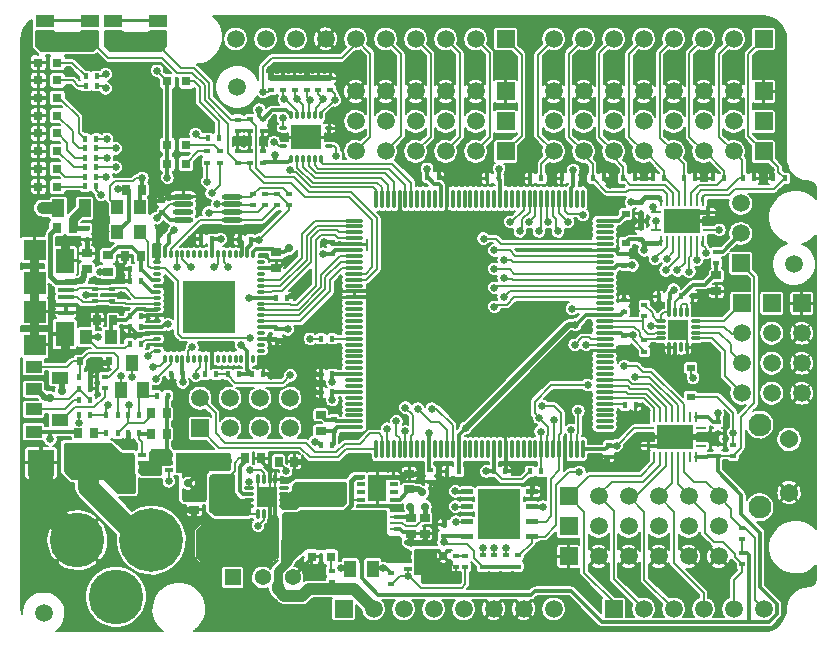
<source format=gbr>
%TF.GenerationSoftware,KiCad,Pcbnew,no-vcs-found-e5c4cfc~61~ubuntu16.04.1*%
%TF.CreationDate,2017-11-03T17:54:14+01:00*%
%TF.ProjectId,icezum,6963657A756D2E6B696361645F706362,V1.1K*%
%TF.SameCoordinates,PX5c0c740PY87a6900*%
%TF.FileFunction,Copper,L1,Top,Signal*%
%TF.FilePolarity,Positive*%
%FSLAX46Y46*%
G04 Gerber Fmt 4.6, Leading zero omitted, Abs format (unit mm)*
G04 Created by KiCad (PCBNEW no-vcs-found-e5c4cfc~61~ubuntu16.04.1) date Fri Nov  3 17:54:14 2017*
%MOMM*%
%LPD*%
G01*
G04 APERTURE LIST*
%TA.AperFunction,ComponentPad*%
%ADD10C,0.740000*%
%TD*%
%TA.AperFunction,SMDPad,CuDef*%
%ADD11R,2.552700X2.044700*%
%TD*%
%TA.AperFunction,SMDPad,CuDef*%
%ADD12O,0.700000X0.300000*%
%TD*%
%TA.AperFunction,SMDPad,CuDef*%
%ADD13O,0.300000X0.700000*%
%TD*%
%TA.AperFunction,SMDPad,CuDef*%
%ADD14R,1.701800X1.701800*%
%TD*%
%TA.AperFunction,SMDPad,CuDef*%
%ADD15O,0.279400X0.850900*%
%TD*%
%TA.AperFunction,SMDPad,CuDef*%
%ADD16O,0.850900X0.279400*%
%TD*%
%TA.AperFunction,SMDPad,CuDef*%
%ADD17O,0.848360X0.279400*%
%TD*%
%TA.AperFunction,SMDPad,CuDef*%
%ADD18R,0.850900X0.279400*%
%TD*%
%TA.AperFunction,SMDPad,CuDef*%
%ADD19R,0.279400X0.850900*%
%TD*%
%TA.AperFunction,SMDPad,CuDef*%
%ADD20R,3.048000X2.044700*%
%TD*%
%TA.AperFunction,SMDPad,CuDef*%
%ADD21R,1.600200X2.247900*%
%TD*%
%TA.AperFunction,SMDPad,CuDef*%
%ADD22R,0.647700X0.304800*%
%TD*%
%TA.AperFunction,ComponentPad*%
%ADD23C,0.800000*%
%TD*%
%TA.AperFunction,SMDPad,CuDef*%
%ADD24R,1.600000X1.000000*%
%TD*%
%TA.AperFunction,ComponentPad*%
%ADD25C,0.640000*%
%TD*%
%TA.AperFunction,SMDPad,CuDef*%
%ADD26R,1.016000X1.397000*%
%TD*%
%TA.AperFunction,SMDPad,CuDef*%
%ADD27R,0.900000X0.800000*%
%TD*%
%TA.AperFunction,SMDPad,CuDef*%
%ADD28R,0.800100X0.800100*%
%TD*%
%TA.AperFunction,ComponentPad*%
%ADD29R,1.500000X1.500000*%
%TD*%
%TA.AperFunction,ComponentPad*%
%ADD30C,1.500000*%
%TD*%
%TA.AperFunction,SMDPad,CuDef*%
%ADD31R,1.600200X2.108200*%
%TD*%
%TA.AperFunction,SMDPad,CuDef*%
%ADD32R,1.346200X0.406400*%
%TD*%
%TA.AperFunction,SMDPad,CuDef*%
%ADD33R,1.905000X1.803400*%
%TD*%
%TA.AperFunction,SMDPad,CuDef*%
%ADD34R,1.905000X1.905000*%
%TD*%
%TA.AperFunction,ComponentPad*%
%ADD35C,4.620000*%
%TD*%
%TA.AperFunction,ComponentPad*%
%ADD36C,5.380000*%
%TD*%
%TA.AperFunction,ComponentPad*%
%ADD37R,1.370000X1.370000*%
%TD*%
%TA.AperFunction,ComponentPad*%
%ADD38C,1.370000*%
%TD*%
%TA.AperFunction,SMDPad,CuDef*%
%ADD39R,1.016000X1.206500*%
%TD*%
%TA.AperFunction,SMDPad,CuDef*%
%ADD40O,1.803400X0.444500*%
%TD*%
%TA.AperFunction,SMDPad,CuDef*%
%ADD41R,0.508000X0.304800*%
%TD*%
%TA.AperFunction,SMDPad,CuDef*%
%ADD42R,1.397000X1.016000*%
%TD*%
%TA.AperFunction,SMDPad,CuDef*%
%ADD43R,0.560000X0.690000*%
%TD*%
%TA.AperFunction,SMDPad,CuDef*%
%ADD44R,2.235200X2.235200*%
%TD*%
%TA.AperFunction,SMDPad,CuDef*%
%ADD45R,0.647700X0.406400*%
%TD*%
%TA.AperFunction,SMDPad,CuDef*%
%ADD46R,1.295400X1.701800*%
%TD*%
%TA.AperFunction,SMDPad,CuDef*%
%ADD47O,0.800100X0.279400*%
%TD*%
%TA.AperFunction,SMDPad,CuDef*%
%ADD48O,0.279400X0.800100*%
%TD*%
%TA.AperFunction,SMDPad,CuDef*%
%ADD49R,4.495800X4.495800*%
%TD*%
%TA.AperFunction,SMDPad,CuDef*%
%ADD50R,3.695700X0.977900*%
%TD*%
%TA.AperFunction,SMDPad,CuDef*%
%ADD51O,1.650000X0.300000*%
%TD*%
%TA.AperFunction,SMDPad,CuDef*%
%ADD52O,0.300000X1.650000*%
%TD*%
%TA.AperFunction,SMDPad,CuDef*%
%ADD53R,0.749300X0.279400*%
%TD*%
%TA.AperFunction,SMDPad,CuDef*%
%ADD54R,0.690000X0.560000*%
%TD*%
%TA.AperFunction,ComponentPad*%
%ADD55C,1.540000*%
%TD*%
%TA.AperFunction,ComponentPad*%
%ADD56C,1.930000*%
%TD*%
%TA.AperFunction,SMDPad,CuDef*%
%ADD57R,0.800100X0.889000*%
%TD*%
%TA.AperFunction,SMDPad,CuDef*%
%ADD58R,0.889000X0.800100*%
%TD*%
%TA.AperFunction,SMDPad,CuDef*%
%ADD59R,1.117600X1.270000*%
%TD*%
%TA.AperFunction,SMDPad,CuDef*%
%ADD60R,1.117600X1.244600*%
%TD*%
%TA.AperFunction,SMDPad,CuDef*%
%ADD61R,1.193800X1.625600*%
%TD*%
%TA.AperFunction,SMDPad,CuDef*%
%ADD62R,1.193800X1.600200*%
%TD*%
%TA.AperFunction,SMDPad,CuDef*%
%ADD63R,1.625600X1.193800*%
%TD*%
%TA.AperFunction,SMDPad,CuDef*%
%ADD64R,1.600200X1.193800*%
%TD*%
%TA.AperFunction,SMDPad,CuDef*%
%ADD65R,0.660400X0.812800*%
%TD*%
%TA.AperFunction,SMDPad,CuDef*%
%ADD66R,0.812800X0.660400*%
%TD*%
%TA.AperFunction,SMDPad,CuDef*%
%ADD67R,0.508000X0.457200*%
%TD*%
%TA.AperFunction,SMDPad,CuDef*%
%ADD68R,0.457200X0.508000*%
%TD*%
%TA.AperFunction,BGAPad,CuDef*%
%ADD69C,1.500000*%
%TD*%
%TA.AperFunction,SMDPad,CuDef*%
%ADD70R,1.000000X1.500000*%
%TD*%
%TA.AperFunction,SMDPad,CuDef*%
%ADD71R,1.620000X1.190000*%
%TD*%
%TA.AperFunction,Conductor*%
%ADD72C,0.100000*%
%TD*%
%TA.AperFunction,SMDPad,CuDef*%
%ADD73C,0.444500*%
%TD*%
%TA.AperFunction,SMDPad,CuDef*%
%ADD74R,3.606800X4.305300*%
%TD*%
%TA.AperFunction,ViaPad*%
%ADD75C,0.640000*%
%TD*%
%TA.AperFunction,ViaPad*%
%ADD76C,0.740000*%
%TD*%
%TA.AperFunction,Conductor*%
%ADD77C,0.250000*%
%TD*%
%TA.AperFunction,Conductor*%
%ADD78C,0.300000*%
%TD*%
%TA.AperFunction,Conductor*%
%ADD79C,0.200000*%
%TD*%
%TA.AperFunction,Conductor*%
%ADD80C,1.000000*%
%TD*%
%TA.AperFunction,Conductor*%
%ADD81C,0.500000*%
%TD*%
%TA.AperFunction,Conductor*%
%ADD82C,0.400000*%
%TD*%
%TA.AperFunction,Conductor*%
%ADD83C,0.750000*%
%TD*%
%TA.AperFunction,Conductor*%
%ADD84C,2.000000*%
%TD*%
%TA.AperFunction,Conductor*%
%ADD85C,1.800000*%
%TD*%
%TA.AperFunction,Conductor*%
%ADD86C,0.254000*%
%TD*%
G04 APERTURE END LIST*
D10*
%TO.P,U6,17*%
%TO.N,GNDREF*%
X25558700Y41977900D03*
X23998700Y41977900D03*
X25558700Y42997900D03*
X23998700Y42997900D03*
D11*
X24778700Y42487900D03*
D12*
%TO.P,U6,1*%
%TO.N,FPGA_144*%
X22828700Y41737900D03*
D13*
%TO.P,U6,2*%
%TO.N,+3V3*%
X23528700Y40657900D03*
%TO.P,U6,3*%
%TO.N,FPGA_143*%
X24028700Y40657900D03*
%TO.P,U6,4*%
%TO.N,FPGA_142*%
X24528700Y40657900D03*
%TO.P,U6,5*%
%TO.N,FPGA_141*%
X25028700Y40657900D03*
%TO.P,U6,6*%
%TO.N,FPGA_139*%
X25528700Y40657900D03*
%TO.P,U6,7*%
%TO.N,FPGA_138*%
X26028700Y40657900D03*
D12*
%TO.P,U6,8*%
%TO.N,+3V3*%
X26728700Y41737900D03*
%TO.P,U6,16*%
%TO.N,/Arduino sockets/D13*%
X22828700Y43237900D03*
%TO.P,U6,9*%
%TO.N,GNDREF*%
X26728700Y43237900D03*
D13*
%TO.P,U6,10*%
%TO.N,/Arduino sockets/D8*%
X26028700Y44317900D03*
%TO.P,U6,11*%
%TO.N,/Arduino sockets/D9*%
X25528700Y44317900D03*
%TO.P,U6,12*%
%TO.N,/Arduino sockets/D10*%
X25028700Y44317900D03*
%TO.P,U6,13*%
%TO.N,/Arduino sockets/D11*%
X24528700Y44317900D03*
%TO.P,U6,14*%
%TO.N,/Arduino sockets/D12*%
X24028700Y44317900D03*
%TO.P,U6,15*%
%TO.N,+5V*%
X23528700Y44317900D03*
%TD*%
D10*
%TO.P,U12,17*%
%TO.N,GNDREF*%
X20941000Y12508000D03*
X21901000Y12508000D03*
X20941000Y11548000D03*
X21901000Y11548000D03*
X21421000Y12028000D03*
D14*
X21421000Y12028000D03*
D15*
%TO.P,U12,16*%
X22170300Y10547180D03*
%TO.P,U12,15*%
X21675000Y10547180D03*
%TO.P,U12,14*%
%TO.N,+5V*%
X21167000Y10547180D03*
%TO.P,U12,13*%
%TO.N,Net-(C67-Pad1)*%
X20671700Y10547180D03*
D16*
%TO.P,U12,12*%
X19940180Y11278700D03*
%TO.P,U12,11*%
X19940180Y11774000D03*
%TO.P,U12,10*%
X19940180Y12282000D03*
%TO.P,U12,9*%
%TO.N,Net-(C71-Pad1)*%
X19940180Y12777300D03*
D15*
%TO.P,U12,8*%
%TO.N,GNDREF*%
X20671700Y13508820D03*
%TO.P,U12,7*%
%TO.N,+5V*%
X21167000Y13513900D03*
%TO.P,U12,6*%
%TO.N,GNDREF*%
X21675000Y13508820D03*
%TO.P,U12,5*%
X22170300Y13508820D03*
D16*
%TO.P,U12,4*%
%TO.N,Net-(U12-Pad4)*%
X22901820Y12777300D03*
%TO.P,U12,3*%
%TO.N,Net-(L5-Pad1)*%
X22901820Y12282000D03*
%TO.P,U12,2*%
X22901820Y11774000D03*
D17*
%TO.P,U12,1*%
X22901820Y11278700D03*
%TD*%
D10*
%TO.P,U7,17*%
%TO.N,GNDREF*%
X56758800Y25707900D03*
X55798800Y25707900D03*
X56758800Y26667900D03*
X55798800Y26667900D03*
X56278800Y26187900D03*
D14*
X56278800Y26187900D03*
D15*
%TO.P,U7,16*%
%TO.N,+3V3*%
X55529500Y27668720D03*
%TO.P,U7,15*%
%TO.N,Net-(C41-Pad2)*%
X56024800Y27668720D03*
%TO.P,U7,14*%
%TO.N,Net-(U7-Pad13)*%
X56532800Y27668720D03*
%TO.P,U7,13*%
X57028100Y27668720D03*
D16*
%TO.P,U7,12*%
%TO.N,/Peripherals/A0*%
X57759620Y26937200D03*
%TO.P,U7,11*%
%TO.N,/Peripherals/A1*%
X57759620Y26441900D03*
%TO.P,U7,10*%
%TO.N,/Peripherals/A2*%
X57759620Y25933900D03*
%TO.P,U7,9*%
%TO.N,/Peripherals/A3*%
X57759620Y25438600D03*
D15*
%TO.P,U7,8*%
%TO.N,GNDREF*%
X57028100Y24707080D03*
%TO.P,U7,7*%
%TO.N,Net-(U7-Pad7)*%
X56532800Y24702000D03*
%TO.P,U7,6*%
%TO.N,GNDREF*%
X56024800Y24707080D03*
%TO.P,U7,5*%
X55529500Y24707080D03*
D16*
%TO.P,U7,4*%
%TO.N,ADC_SDA*%
X54797980Y25438600D03*
%TO.P,U7,3*%
%TO.N,ADC_SCL*%
X54797980Y25933900D03*
%TO.P,U7,2*%
%TO.N,ADC_INT*%
X54797980Y26441900D03*
D17*
%TO.P,U7,1*%
%TO.N,+3V3*%
X54797980Y26937200D03*
%TD*%
D10*
%TO.P,U8,21*%
%TO.N,GNDREF*%
X54907000Y17657000D03*
X56007000Y17657000D03*
X57107000Y17657000D03*
X54907000Y16543000D03*
X56007000Y16543000D03*
X57107000Y16543000D03*
D18*
%TO.P,U8,1*%
%TO.N,Net-(U8-Pad1)*%
X58229500Y17849300D03*
D19*
%TO.P,U8,2*%
%TO.N,+3V3*%
X57759600Y18814500D03*
%TO.P,U8,3*%
%TO.N,Net-(U8-Pad3)*%
X57251600Y18814500D03*
%TO.P,U8,4*%
%TO.N,FPGA_87*%
X56756300Y18814500D03*
%TO.P,U8,5*%
%TO.N,FPGA_88*%
X56254650Y18814500D03*
%TO.P,U8,6*%
%TO.N,FPGA_81*%
X55759350Y18814500D03*
%TO.P,U8,7*%
%TO.N,FPGA_80*%
X55257700Y18814500D03*
D18*
%TO.P,U8,10*%
%TO.N,+3V3*%
X53784500Y17849300D03*
%TO.P,U8,20*%
%TO.N,Net-(U8-Pad20)*%
X58229500Y16350700D03*
%TO.P,U8,11*%
%TO.N,GNDREF*%
X53784500Y16350700D03*
D19*
%TO.P,U8,14*%
%TO.N,/Arduino sockets/DD2*%
X55257700Y15385500D03*
%TO.P,U8,15*%
%TO.N,/Arduino sockets/DD3*%
X55759350Y15385500D03*
%TO.P,U8,16*%
%TO.N,/Arduino sockets/DD4*%
X56254650Y15385500D03*
%TO.P,U8,17*%
%TO.N,/Arduino sockets/DD5*%
X56756300Y15385500D03*
%TO.P,U8,18*%
%TO.N,Net-(U8-Pad18)*%
X57251600Y15385500D03*
%TO.P,U8,19*%
%TO.N,+5V*%
X57759600Y15385500D03*
%TO.P,U8,8*%
%TO.N,FPGA_79*%
X54762400Y18814500D03*
%TO.P,U8,9*%
%TO.N,FPGA_78*%
X54254400Y18814500D03*
%TO.P,U8,12*%
%TO.N,/Arduino sockets/DD0*%
X54254400Y15385500D03*
%TO.P,U8,13*%
%TO.N,/Arduino sockets/DD1*%
X54762400Y15385500D03*
D20*
%TO.P,U8,21*%
%TO.N,GNDREF*%
X56007000Y17100000D03*
%TD*%
D10*
%TO.P,U9,21*%
%TO.N,GNDREF*%
X57678800Y34830900D03*
X56578800Y34830900D03*
X55478800Y34830900D03*
X57678800Y35944900D03*
X56578800Y35944900D03*
X55478800Y35944900D03*
D18*
%TO.P,U9,1*%
%TO.N,FPGA_112*%
X54356300Y34638600D03*
D19*
%TO.P,U9,2*%
%TO.N,+3V3*%
X54826200Y33673400D03*
%TO.P,U9,3*%
%TO.N,FPGA_113*%
X55334200Y33673400D03*
%TO.P,U9,4*%
%TO.N,FPGA_114*%
X55829500Y33673400D03*
%TO.P,U9,5*%
%TO.N,FPGA_115*%
X56331150Y33673400D03*
%TO.P,U9,6*%
%TO.N,FPGA_116*%
X56826450Y33673400D03*
%TO.P,U9,7*%
%TO.N,FPGA_117*%
X57328100Y33673400D03*
D18*
%TO.P,U9,10*%
%TO.N,+3V3*%
X58801300Y34638600D03*
%TO.P,U9,20*%
%TO.N,/Arduino sockets/D7*%
X54356300Y36137200D03*
%TO.P,U9,11*%
%TO.N,GNDREF*%
X58801300Y36137200D03*
D19*
%TO.P,U9,14*%
%TO.N,/Arduino sockets/D2*%
X57328100Y37102400D03*
%TO.P,U9,15*%
%TO.N,/Arduino sockets/D3*%
X56826450Y37102400D03*
%TO.P,U9,16*%
%TO.N,/Arduino sockets/D4*%
X56331150Y37102400D03*
%TO.P,U9,17*%
%TO.N,/Arduino sockets/D5*%
X55829500Y37102400D03*
%TO.P,U9,18*%
%TO.N,/Arduino sockets/D6*%
X55334200Y37102400D03*
%TO.P,U9,19*%
%TO.N,+5V*%
X54826200Y37102400D03*
%TO.P,U9,8*%
%TO.N,FPGA_118*%
X57823400Y33673400D03*
%TO.P,U9,9*%
%TO.N,FPGA_119*%
X58331400Y33673400D03*
%TO.P,U9,12*%
%TO.N,/Arduino sockets/D0*%
X58331400Y37102400D03*
%TO.P,U9,13*%
%TO.N,/Arduino sockets/D1*%
X57823400Y37102400D03*
D20*
%TO.P,U9,21*%
%TO.N,GNDREF*%
X56578800Y35387900D03*
%TD*%
D10*
%TO.P,U10,9*%
%TO.N,GNDREF*%
X30810200Y13426200D03*
X30810200Y12126200D03*
D21*
X30810200Y12776200D03*
D22*
%TO.P,U10,8*%
%TO.N,+5V*%
X29438600Y11804650D03*
%TO.P,U10,7*%
%TO.N,Net-(U10-Pad7)*%
X29438600Y12452350D03*
%TO.P,U10,6*%
%TO.N,Net-(U10-Pad6)*%
X29438600Y13100050D03*
%TO.P,U10,5*%
%TO.N,+5V*%
X29438600Y13747750D03*
%TO.P,U10,4*%
%TO.N,GNDREF*%
X32181800Y13747750D03*
%TO.P,U10,3*%
%TO.N,Net-(U10-Pad3)*%
X32181800Y13100050D03*
%TO.P,U10,2*%
%TO.N,Net-(U10-Pad2)*%
X32181800Y12452350D03*
%TO.P,U10,1*%
%TO.N,+3V3*%
X32181800Y11804650D03*
%TD*%
D23*
%TO.P,SW1,4*%
%TO.N,+3V3*%
X2510200Y52384200D03*
%TO.P,SW1,3*%
X6560200Y52384200D03*
D24*
%TO.P,SW1,4*%
X2635200Y52284200D03*
%TO.P,SW1,3*%
X6435200Y52284200D03*
%TO.P,SW1,2*%
%TO.N,U_SW1*%
X2635200Y50884200D03*
%TO.P,SW1,1*%
X6435200Y50884200D03*
%TD*%
D23*
%TO.P,SW2,4*%
%TO.N,+3V3*%
X8310200Y52384200D03*
%TO.P,SW2,3*%
X12360200Y52384200D03*
D24*
%TO.P,SW2,4*%
X8435200Y52284200D03*
%TO.P,SW2,3*%
X12235200Y52284200D03*
%TO.P,SW2,2*%
%TO.N,U_SW2*%
X8435200Y50884200D03*
%TO.P,SW2,1*%
X12235200Y50884200D03*
%TD*%
D10*
%TO.P,TP7,1*%
%TO.N,USB_5V*%
X3046000Y20438000D03*
%TD*%
%TO.P,TP4,1*%
%TO.N,+3V3_AUX*%
X34819100Y11187900D03*
%TD*%
%TO.P,TP1,1*%
%TO.N,+5V*%
X4107000Y20999000D03*
%TD*%
%TO.P,TP2,1*%
%TO.N,+3V3*%
X34607000Y12399000D03*
%TD*%
%TO.P,TP3,1*%
%TO.N,+1V2*%
X33607000Y11199000D03*
%TD*%
D25*
%TO.P,TP5,1*%
%TO.N,+5V_P*%
X36382000Y7000000D03*
%TD*%
D10*
%TO.P,TP6,1*%
%TO.N,Power*%
X14732000Y13217000D03*
%TD*%
%TO.P,TP8,1*%
%TO.N,+1V8_FT*%
X23357000Y33100000D03*
%TD*%
D26*
%TO.P,U13,1*%
%TO.N,/Power Supply/5V_P_CTL*%
X28520000Y5939240D03*
%TO.P,U13,2*%
%TO.N,Net-(R33-Pad1)*%
X30420000Y5939240D03*
%TO.P,U13,3*%
%TO.N,+5V*%
X29470000Y8184600D03*
%TD*%
D27*
%TO.P,C22,1*%
%TO.N,Net-(C22-Pad1)*%
X6201000Y31284000D03*
%TO.P,C22,2*%
%TO.N,GNDREF*%
X6201000Y32664000D03*
%TD*%
D28*
%TO.P,LD0,A*%
%TO.N,Net-(LD0-PadA)*%
X3707100Y38300000D03*
%TO.P,LD0,K*%
%TO.N,GNDREF*%
X2106900Y38300000D03*
%TD*%
%TO.P,LD1,A*%
%TO.N,Net-(LD1-PadA)*%
X3707100Y39800000D03*
%TO.P,LD1,K*%
%TO.N,GNDREF*%
X2106900Y39800000D03*
%TD*%
%TO.P,LD2,A*%
%TO.N,Net-(LD2-PadA)*%
X3707100Y41300000D03*
%TO.P,LD2,K*%
%TO.N,GNDREF*%
X2106900Y41300000D03*
%TD*%
%TO.P,LD3,A*%
%TO.N,Net-(LD3-PadA)*%
X3707100Y42800000D03*
%TO.P,LD3,K*%
%TO.N,GNDREF*%
X2106900Y42800000D03*
%TD*%
%TO.P,LD4,A*%
%TO.N,Net-(LD4-PadA)*%
X3707100Y44300000D03*
%TO.P,LD4,K*%
%TO.N,GNDREF*%
X2106900Y44300000D03*
%TD*%
%TO.P,LD5,A*%
%TO.N,Net-(LD5-PadA)*%
X3707100Y45800000D03*
%TO.P,LD5,K*%
%TO.N,GNDREF*%
X2106900Y45800000D03*
%TD*%
%TO.P,LD6,A*%
%TO.N,Net-(LD6-PadA)*%
X3707100Y47300000D03*
%TO.P,LD6,K*%
%TO.N,GNDREF*%
X2106900Y47300000D03*
%TD*%
%TO.P,LD7,A*%
%TO.N,Net-(LD7-PadA)*%
X3707100Y48800000D03*
%TO.P,LD7,K*%
%TO.N,GNDREF*%
X2106900Y48800000D03*
%TD*%
%TO.P,D12,A*%
%TO.N,Net-(D12-PadA)*%
X26836600Y6961000D03*
%TO.P,D12,K*%
%TO.N,GNDREF*%
X25236400Y6961000D03*
%TD*%
D29*
%TO.P,J4,1*%
%TO.N,/Arduino sockets/D8*%
X41656000Y50800000D03*
D30*
%TO.P,J4,2*%
%TO.N,/Arduino sockets/D9*%
X39116000Y50800000D03*
%TO.P,J4,3*%
%TO.N,/Arduino sockets/D10*%
X36576000Y50800000D03*
%TO.P,J4,4*%
%TO.N,/Arduino sockets/D11*%
X34036000Y50800000D03*
%TO.P,J4,5*%
%TO.N,/Arduino sockets/D12*%
X31496000Y50800000D03*
%TO.P,J4,6*%
%TO.N,/Arduino sockets/D13*%
X28956000Y50800000D03*
%TO.P,J4,7*%
%TO.N,GNDREF*%
X26416000Y50800000D03*
%TO.P,J4,8*%
%TO.N,AREF*%
X23876000Y50800000D03*
%TO.P,J4,9*%
%TO.N,/Arduino sockets/DD4*%
X21336000Y50800000D03*
%TO.P,J4,10*%
%TO.N,/Arduino sockets/DD5*%
X18796000Y50800000D03*
%TD*%
D29*
%TO.P,J3,1*%
%TO.N,GNDREF*%
X41656000Y46355000D03*
D30*
%TO.P,J3,2*%
X39116000Y46355000D03*
%TO.P,J3,3*%
X36576000Y46355000D03*
%TO.P,J3,4*%
X34036000Y46355000D03*
%TO.P,J3,5*%
X31496000Y46355000D03*
%TO.P,J3,6*%
X28956000Y46355000D03*
%TD*%
D29*
%TO.P,J14,1*%
%TO.N,GNDREF*%
X46990000Y6985000D03*
D30*
%TO.P,J14,2*%
X49530000Y6985000D03*
%TO.P,J14,3*%
X52070000Y6985000D03*
%TO.P,J14,4*%
X54610000Y6985000D03*
%TO.P,J14,5*%
X57150000Y6985000D03*
%TO.P,J14,6*%
X59690000Y6985000D03*
%TD*%
D29*
%TO.P,J6,1*%
%TO.N,/Arduino sockets/D8*%
X41656000Y41275000D03*
D30*
%TO.P,J6,2*%
%TO.N,/Arduino sockets/D9*%
X39116000Y41275000D03*
%TO.P,J6,3*%
%TO.N,/Arduino sockets/D10*%
X36576000Y41275000D03*
%TO.P,J6,4*%
%TO.N,/Arduino sockets/D11*%
X34036000Y41275000D03*
%TO.P,J6,5*%
%TO.N,/Arduino sockets/D12*%
X31496000Y41275000D03*
%TO.P,J6,6*%
%TO.N,/Arduino sockets/D13*%
X28956000Y41275000D03*
%TD*%
D29*
%TO.P,J12,1*%
%TO.N,/Arduino sockets/DD0*%
X46990000Y12065000D03*
D30*
%TO.P,J12,2*%
%TO.N,/Arduino sockets/DD1*%
X49530000Y12065000D03*
%TO.P,J12,3*%
%TO.N,/Arduino sockets/DD2*%
X52070000Y12065000D03*
%TO.P,J12,4*%
%TO.N,/Arduino sockets/DD3*%
X54610000Y12065000D03*
%TO.P,J12,5*%
%TO.N,/Arduino sockets/DD4*%
X57150000Y12065000D03*
%TO.P,J12,6*%
%TO.N,/Arduino sockets/DD5*%
X59690000Y12065000D03*
%TD*%
D29*
%TO.P,J2,1*%
%TO.N,+5V_P*%
X41656000Y43815000D03*
D30*
%TO.P,J2,2*%
X39116000Y43815000D03*
%TO.P,J2,3*%
X36576000Y43815000D03*
%TO.P,J2,4*%
X34036000Y43815000D03*
%TO.P,J2,5*%
X31496000Y43815000D03*
%TO.P,J2,6*%
X28956000Y43815000D03*
%TD*%
D29*
%TO.P,J13,1*%
%TO.N,+5V_P*%
X46990000Y9525000D03*
D30*
%TO.P,J13,2*%
X49530000Y9525000D03*
%TO.P,J13,3*%
X52070000Y9525000D03*
%TO.P,J13,4*%
X54610000Y9525000D03*
%TO.P,J13,5*%
X57150000Y9525000D03*
%TO.P,J13,6*%
X59690000Y9525000D03*
%TD*%
D29*
%TO.P,J10,1*%
%TO.N,/Arduino sockets/D0*%
X63500000Y50800000D03*
D30*
%TO.P,J10,2*%
%TO.N,/Arduino sockets/D1*%
X60960000Y50800000D03*
%TO.P,J10,3*%
%TO.N,/Arduino sockets/D2*%
X58420000Y50800000D03*
%TO.P,J10,4*%
%TO.N,/Arduino sockets/D3*%
X55880000Y50800000D03*
%TO.P,J10,5*%
%TO.N,/Arduino sockets/D4*%
X53340000Y50800000D03*
%TO.P,J10,6*%
%TO.N,/Arduino sockets/D5*%
X50800000Y50800000D03*
%TO.P,J10,7*%
%TO.N,/Arduino sockets/D6*%
X48260000Y50800000D03*
%TO.P,J10,8*%
%TO.N,/Arduino sockets/D7*%
X45720000Y50800000D03*
%TD*%
D29*
%TO.P,J8,1*%
%TO.N,GNDREF*%
X63500000Y46355000D03*
D30*
%TO.P,J8,2*%
X60960000Y46355000D03*
%TO.P,J8,3*%
X58420000Y46355000D03*
%TO.P,J8,4*%
X55880000Y46355000D03*
%TO.P,J8,5*%
X53340000Y46355000D03*
%TO.P,J8,6*%
X50800000Y46355000D03*
%TO.P,J8,7*%
X48260000Y46355000D03*
%TO.P,J8,8*%
X45720000Y46355000D03*
%TD*%
D29*
%TO.P,J7,1*%
%TO.N,+5V_P*%
X63500000Y43815000D03*
D30*
%TO.P,J7,2*%
X60960000Y43815000D03*
%TO.P,J7,3*%
X58420000Y43815000D03*
%TO.P,J7,4*%
X55880000Y43815000D03*
%TO.P,J7,5*%
X53340000Y43815000D03*
%TO.P,J7,6*%
X50800000Y43815000D03*
%TO.P,J7,7*%
X48260000Y43815000D03*
%TO.P,J7,8*%
X45720000Y43815000D03*
%TD*%
D29*
%TO.P,J9,1*%
%TO.N,/Arduino sockets/D0*%
X63500000Y41275000D03*
D30*
%TO.P,J9,2*%
%TO.N,/Arduino sockets/D1*%
X60960000Y41275000D03*
%TO.P,J9,3*%
%TO.N,/Arduino sockets/D2*%
X58420000Y41275000D03*
%TO.P,J9,4*%
%TO.N,/Arduino sockets/D3*%
X55880000Y41275000D03*
%TO.P,J9,5*%
%TO.N,/Arduino sockets/D4*%
X53340000Y41275000D03*
%TO.P,J9,6*%
%TO.N,/Arduino sockets/D5*%
X50800000Y41275000D03*
%TO.P,J9,7*%
%TO.N,/Arduino sockets/D6*%
X48260000Y41275000D03*
%TO.P,J9,8*%
%TO.N,/Arduino sockets/D7*%
X45720000Y41275000D03*
%TD*%
D29*
%TO.P,J5,1*%
%TO.N,Net-(J5-Pad1)*%
X27940000Y2540000D03*
D30*
%TO.P,J5,2*%
%TO.N,+5V*%
X30480000Y2540000D03*
%TO.P,J5,3*%
%TO.N,SYS_RESET*%
X33020000Y2540000D03*
%TO.P,J5,4*%
%TO.N,+3V3_AUX*%
X35560000Y2540000D03*
%TO.P,J5,5*%
%TO.N,+5V_P*%
X38100000Y2540000D03*
%TO.P,J5,6*%
%TO.N,GNDREF*%
X40640000Y2540000D03*
%TO.P,J5,7*%
X43180000Y2540000D03*
%TO.P,J5,8*%
%TO.N,VIN*%
X45720000Y2540000D03*
%TD*%
D29*
%TO.P,J11,1*%
%TO.N,/Arduino sockets/DD0*%
X50800000Y2540000D03*
D30*
%TO.P,J11,2*%
%TO.N,/Arduino sockets/DD1*%
X53340000Y2540000D03*
%TO.P,J11,3*%
%TO.N,/Arduino sockets/DD2*%
X55880000Y2540000D03*
%TO.P,J11,4*%
%TO.N,/Arduino sockets/DD3*%
X58420000Y2540000D03*
%TO.P,J11,5*%
%TO.N,/Arduino sockets/DD4*%
X60960000Y2540000D03*
%TO.P,J11,6*%
%TO.N,/Arduino sockets/DD5*%
X63500000Y2540000D03*
%TD*%
D29*
%TO.P,J16,1*%
%TO.N,GNDREF*%
X66738500Y28422600D03*
D30*
%TO.P,J16,2*%
X66738500Y25882600D03*
%TO.P,J16,3*%
X66738500Y23342600D03*
%TO.P,J16,4*%
X66738500Y20802600D03*
%TD*%
D29*
%TO.P,J15,1*%
%TO.N,+5V_P*%
X64198500Y28422600D03*
D30*
%TO.P,J15,2*%
X64198500Y25882600D03*
%TO.P,J15,3*%
X64198500Y23342600D03*
%TO.P,J15,4*%
X64198500Y20802600D03*
%TD*%
D29*
%TO.P,J17,1*%
%TO.N,/Peripherals/A0*%
X61658500Y28422600D03*
D30*
%TO.P,J17,2*%
%TO.N,/Peripherals/A1*%
X61658500Y25882600D03*
%TO.P,J17,3*%
%TO.N,/Peripherals/A2*%
X61658500Y23342600D03*
%TO.P,J17,4*%
%TO.N,/Peripherals/A3*%
X61658500Y20802600D03*
%TD*%
D29*
%TO.P,J19,1*%
%TO.N,FPGA_37*%
X15786100Y17830800D03*
D30*
%TO.P,J19,2*%
%TO.N,FPGA_38*%
X15786100Y20370800D03*
%TO.P,J19,3*%
%TO.N,FPGA_39*%
X18326100Y17830800D03*
%TO.P,J19,4*%
%TO.N,FPGA_41*%
X18326100Y20370800D03*
%TO.P,J19,5*%
%TO.N,FPGA_42*%
X20866100Y17830800D03*
%TO.P,J19,6*%
%TO.N,FPGA_43*%
X20866100Y20370800D03*
%TO.P,J19,7*%
%TO.N,FPGA_49_GBIN5*%
X23406100Y17830800D03*
%TO.P,J19,8*%
%TO.N,FPGA_50_GBIN4*%
X23406100Y20370800D03*
%TD*%
D31*
%TO.P,J1,S2*%
%TO.N,GNDREF*%
X4319500Y25821200D03*
D32*
%TO.P,J1,5*%
X4433800Y27624600D03*
%TO.P,J1,4*%
X4433800Y28272300D03*
%TO.P,J1,1*%
%TO.N,Net-(C22-Pad1)*%
X4433800Y30215400D03*
%TO.P,J1,2*%
%TO.N,/USB communications/USB_N*%
X4433800Y29567700D03*
%TO.P,J1,3*%
%TO.N,/USB communications/USB_P*%
X4433800Y28920000D03*
D31*
%TO.P,J1,S1*%
%TO.N,GNDREF*%
X4319500Y32018800D03*
D33*
%TO.P,J1,S4*%
X1779500Y24906800D03*
D34*
%TO.P,J1,S6*%
X1779500Y27713500D03*
%TO.P,J1,S5*%
X1779500Y30126500D03*
D33*
%TO.P,J1,S3*%
X1779500Y32933200D03*
%TD*%
D35*
%TO.P,J18,3*%
%TO.N,GNDREF*%
X5410200Y8356600D03*
D36*
%TO.P,J18,1*%
%TO.N,VIN*%
X11658600Y8356600D03*
D35*
%TO.P,J18,2*%
%TO.N,Net-(J18-Pad2)*%
X8661400Y3556000D03*
%TD*%
D37*
%TO.P,SW3,1*%
%TO.N,Net-(SW3-Pad1)*%
X18554700Y5207000D03*
D38*
%TO.P,SW3,2*%
%TO.N,Net-(D11-Pad3)*%
X21094700Y5207000D03*
%TO.P,SW3,3*%
%TO.N,GNDREF*%
X23634700Y5207000D03*
%TD*%
D39*
%TO.P,U4,4*%
%TO.N,+3V3*%
X10697500Y36552100D03*
%TO.P,U4,3*%
%TO.N,Net-(R16-Pad1)*%
X10697500Y34443900D03*
%TO.P,U4,2*%
%TO.N,GNDREF*%
X8792500Y34443900D03*
%TO.P,U4,1*%
%TO.N,+3V3*%
X8792500Y36552100D03*
%TD*%
D40*
%TO.P,U5,1*%
%TO.N,/USB communications/FT_CS*%
X18503900Y35471100D03*
%TO.P,U5,2*%
%TO.N,/USB communications/FT_CLK*%
X18503900Y36131500D03*
%TO.P,U5,3*%
%TO.N,/USB communications/FT_DATA*%
X18503900Y36791900D03*
%TO.P,U5,4*%
%TO.N,Net-(R14-Pad2)*%
X18503900Y37452300D03*
%TO.P,U5,5*%
%TO.N,GNDREF*%
X14363700Y37452300D03*
%TO.P,U5,6*%
%TO.N,+3V3*%
X14363700Y36791900D03*
%TO.P,U5,7*%
%TO.N,Net-(U5-Pad7)*%
X14363700Y36131500D03*
%TO.P,U5,8*%
%TO.N,+3V3*%
X14363700Y35471100D03*
%TD*%
D41*
%TO.P,F2,6*%
%TO.N,/USB communications/USB_P*%
X6869800Y28605000D03*
%TO.P,F2,1*%
X8292200Y28605000D03*
%TO.P,F2,3*%
%TO.N,/USB communications/USB_N*%
X8292200Y29621000D03*
%TO.P,F2,5*%
%TO.N,Net-(C22-Pad1)*%
X6869800Y29113000D03*
%TO.P,F2,2*%
%TO.N,GNDREF*%
X8292200Y29113000D03*
%TO.P,F2,4*%
%TO.N,/USB communications/USB_N*%
X6869800Y29621000D03*
%TD*%
D42*
%TO.P,Q3,1*%
%TO.N,Net-(D2-Pad1)*%
X1699240Y23050000D03*
%TO.P,Q3,2*%
%TO.N,USB_5V*%
X1699240Y21150000D03*
%TO.P,Q3,3*%
%TO.N,+5V*%
X3944600Y22100000D03*
%TD*%
%TO.P,Q5,1*%
%TO.N,Net-(Q5-Pad1)*%
X1699240Y19450000D03*
%TO.P,Q5,2*%
%TO.N,Power*%
X1699240Y17550000D03*
%TO.P,Q5,3*%
%TO.N,Net-(Q5-Pad3)*%
X3944600Y18500000D03*
%TD*%
D26*
%TO.P,D11,1*%
%TO.N,/Power Supply/5V_P_CTL*%
X9057000Y21099240D03*
%TO.P,D11,2*%
%TO.N,Net-(D11-Pad2)*%
X10957000Y21099240D03*
%TO.P,D11,3*%
%TO.N,Net-(D11-Pad3)*%
X10007000Y23344600D03*
%TD*%
D43*
%TO.P,D2,1*%
%TO.N,Net-(D2-Pad1)*%
X5612600Y23520400D03*
%TO.P,D2,2*%
%TO.N,GNDREF*%
X8052600Y23520400D03*
%TD*%
D44*
%TO.P,D10,A*%
%TO.N,GNDREF*%
X2323800Y14906000D03*
%TO.P,D10,K*%
%TO.N,VIN*%
X6286200Y14906000D03*
%TD*%
D45*
%TO.P,Q1,1*%
%TO.N,Net-(C61-Pad1)*%
X10845800Y14249400D03*
%TO.P,Q1,2*%
X10845800Y14897100D03*
%TO.P,Q1,3*%
%TO.N,Net-(C61-Pad2)*%
X10845800Y15544800D03*
%TO.P,Q1,4*%
%TO.N,VIN*%
X8813800Y15544800D03*
%TO.P,Q1,5*%
X8813800Y14897100D03*
%TO.P,Q1,6*%
X8813800Y14249400D03*
D46*
X9626600Y14897100D03*
%TD*%
D45*
%TO.P,Q2,1*%
%TO.N,Net-(C61-Pad1)*%
X13157200Y15582900D03*
%TO.P,Q2,2*%
X13157200Y14935200D03*
%TO.P,Q2,3*%
%TO.N,Net-(C62-Pad1)*%
X13157200Y14287500D03*
%TO.P,Q2,4*%
%TO.N,Power*%
X15189200Y14287500D03*
%TO.P,Q2,5*%
X15189200Y14935200D03*
%TO.P,Q2,6*%
X15189200Y15582900D03*
D46*
X14376400Y14935200D03*
%TD*%
D47*
%TO.P,U3,1*%
%TO.N,GNDREF*%
X12141200Y31889700D03*
%TO.P,U3,2*%
%TO.N,Net-(R16-Pad1)*%
X12141200Y31381700D03*
%TO.P,U3,3*%
%TO.N,Net-(U3-Pad3)*%
X12141200Y30886400D03*
%TO.P,U3,4*%
%TO.N,Net-(C24-Pad1)*%
X12141200Y30391100D03*
%TO.P,U3,5*%
%TO.N,GNDREF*%
X12141200Y29893200D03*
%TO.P,U3,6*%
%TO.N,Net-(R11-Pad2)*%
X12141200Y29387800D03*
%TO.P,U3,7*%
%TO.N,/USB communications/USB_N*%
X12141200Y28892500D03*
%TO.P,U3,8*%
%TO.N,/USB communications/USB_P*%
X12141200Y28397200D03*
%TO.P,U3,9*%
%TO.N,Net-(C17-Pad1)*%
X12141200Y27896820D03*
%TO.P,U3,10*%
%TO.N,GNDREF*%
X12141200Y27391360D03*
%TO.P,U3,11*%
X12141200Y26898600D03*
%TO.P,U3,12*%
%TO.N,+1V8_FT*%
X12141200Y26394410D03*
%TO.P,U3,13*%
%TO.N,GNDREF*%
X12141200Y25890220D03*
%TO.P,U3,14*%
%TO.N,Net-(R10-Pad2)*%
X12141200Y25394920D03*
%TO.P,U3,15*%
%TO.N,GNDREF*%
X12141200Y24904700D03*
%TO.P,U3,16*%
%TO.N,iCE_SCK*%
X12141200Y24396700D03*
D48*
%TO.P,U3,17*%
%TO.N,iCE_MOSI*%
X12798100Y23736300D03*
%TO.P,U3,18*%
%TO.N,iCE_MISO*%
X13298100Y23736300D03*
%TO.P,U3,19*%
%TO.N,Net-(U3-Pad19)*%
X13798100Y23736300D03*
%TO.P,U3,20*%
%TO.N,+3V3*%
X14298100Y23736300D03*
%TO.P,U3,21*%
%TO.N,iCE_SS_B*%
X14798100Y23736300D03*
%TO.P,U3,22*%
%TO.N,Net-(U3-Pad22)*%
X15298100Y23736300D03*
%TO.P,U3,23*%
%TO.N,iCE_CDONE*%
X15798100Y23736300D03*
%TO.P,U3,24*%
%TO.N,iCE_CREST*%
X16298100Y23736300D03*
%TO.P,U3,25*%
%TO.N,GNDREF*%
X16798100Y23736300D03*
%TO.P,U3,26*%
%TO.N,Net-(U3-Pad26)*%
X17298100Y23736300D03*
%TO.P,U3,27*%
%TO.N,Net-(U3-Pad27)*%
X17798100Y23736300D03*
%TO.P,U3,28*%
%TO.N,Net-(U3-Pad28)*%
X18298100Y23736300D03*
%TO.P,U3,29*%
%TO.N,Net-(U3-Pad29)*%
X18798100Y23736300D03*
%TO.P,U3,30*%
%TO.N,Net-(U3-Pad30)*%
X19298100Y23736300D03*
%TO.P,U3,31*%
%TO.N,+3V3*%
X19798100Y23736300D03*
%TO.P,U3,32*%
%TO.N,Net-(U3-Pad32)*%
X20298100Y23736300D03*
D47*
%TO.P,U3,33*%
%TO.N,Net-(U3-Pad33)*%
X20955000Y24396700D03*
%TO.P,U3,34*%
%TO.N,Net-(U3-Pad34)*%
X20955000Y24904700D03*
%TO.P,U3,35*%
%TO.N,GNDREF*%
X20955000Y25400000D03*
%TO.P,U3,36*%
%TO.N,Net-(U3-Pad36)*%
X20955000Y25893200D03*
%TO.P,U3,37*%
%TO.N,+1V8_FT*%
X20955000Y26394410D03*
%TO.P,U3,38*%
%TO.N,FT_TX*%
X20955000Y26898600D03*
%TO.P,U3,39*%
%TO.N,FT_RX*%
X20955000Y27393200D03*
%TO.P,U3,40*%
%TO.N,FT_RTS*%
X20952460Y27896820D03*
%TO.P,U3,41*%
%TO.N,FT_CTS*%
X20955000Y28397200D03*
%TO.P,U3,42*%
%TO.N,+3V3*%
X20955000Y28892500D03*
%TO.P,U3,43*%
%TO.N,FT_DTR*%
X20955000Y29387800D03*
%TO.P,U3,44*%
%TO.N,FT_DSR*%
X20955000Y29883100D03*
%TO.P,U3,45*%
%TO.N,FT_DCD*%
X20955000Y30391100D03*
%TO.P,U3,46*%
%TO.N,Net-(U3-Pad46)*%
X20955000Y30886400D03*
%TO.P,U3,47*%
%TO.N,GNDREF*%
X20955000Y31381700D03*
%TO.P,U3,48*%
%TO.N,Net-(U3-Pad48)*%
X20955000Y31889700D03*
D48*
%TO.P,U3,49*%
%TO.N,+1V8_FT*%
X20307300Y32550100D03*
%TO.P,U3,50*%
%TO.N,+3V3*%
X19799300Y32550100D03*
%TO.P,U3,51*%
%TO.N,GNDREF*%
X19291300Y32550100D03*
%TO.P,U3,52*%
%TO.N,Net-(U3-Pad52)*%
X18796000Y32550100D03*
%TO.P,U3,53*%
%TO.N,Net-(U3-Pad53)*%
X18288000Y32550100D03*
%TO.P,U3,54*%
%TO.N,Net-(R47-Pad2)*%
X17792700Y32550100D03*
%TO.P,U3,55*%
%TO.N,Net-(R48-Pad2)*%
X17297400Y32550100D03*
%TO.P,U3,56*%
%TO.N,+3V3*%
X16802100Y32550100D03*
%TO.P,U3,57*%
%TO.N,Net-(U3-Pad57)*%
X16294100Y32550100D03*
%TO.P,U3,58*%
%TO.N,Net-(U3-Pad58)*%
X15798800Y32550100D03*
%TO.P,U3,59*%
%TO.N,Net-(U3-Pad59)*%
X15303500Y32550100D03*
%TO.P,U3,60*%
%TO.N,Net-(U3-Pad60)*%
X14808200Y32550100D03*
%TO.P,U3,61*%
%TO.N,/USB communications/FT_DATA*%
X14300200Y32550100D03*
%TO.P,U3,62*%
%TO.N,/USB communications/FT_CLK*%
X13804900Y32550100D03*
%TO.P,U3,63*%
%TO.N,/USB communications/FT_CS*%
X13309600Y32550100D03*
%TO.P,U3,64*%
%TO.N,+1V8_FT*%
X12801600Y32550100D03*
D49*
%TO.P,U3,65*%
%TO.N,N/C*%
X16548100Y28143200D03*
%TD*%
D50*
%TO.P,L5,1*%
%TO.N,Net-(L5-Pad1)*%
X26279000Y12815450D03*
%TO.P,L5,2*%
%TO.N,+5V*%
X26279000Y10440550D03*
%TD*%
D45*
%TO.P,Q4,1*%
%TO.N,+5V*%
X33375600Y7251700D03*
%TO.P,Q4,2*%
X33375600Y6604000D03*
%TO.P,Q4,3*%
%TO.N,Net-(Q4-Pad3)*%
X33375600Y5956300D03*
%TO.P,Q4,4*%
%TO.N,+5V_P*%
X35407600Y5956300D03*
%TO.P,Q4,5*%
X35407600Y6604000D03*
%TO.P,Q4,6*%
X35407600Y7251700D03*
D46*
X34594800Y6604000D03*
%TD*%
D51*
%TO.P,U1,1*%
%TO.N,FT_DCD*%
X28834000Y35420000D03*
%TO.P,U1,2*%
%TO.N,FT_DSR*%
X28834000Y34920000D03*
%TO.P,U1,3*%
%TO.N,FT_DTR*%
X28834000Y34420000D03*
%TO.P,U1,4*%
%TO.N,FT_CTS*%
X28834000Y33920000D03*
%TO.P,U1,5*%
%TO.N,GNDREF*%
X28834000Y33420000D03*
%TO.P,U1,6*%
%TO.N,+3V3*%
X28834000Y32920000D03*
%TO.P,U1,7*%
%TO.N,FT_RTS*%
X28834000Y32420000D03*
%TO.P,U1,8*%
%TO.N,FT_RX*%
X28834000Y31920000D03*
%TO.P,U1,9*%
%TO.N,FT_TX*%
X28834000Y31420000D03*
%TO.P,U1,10*%
%TO.N,U_SW1*%
X28834000Y30920000D03*
%TO.P,U1,11*%
%TO.N,U_SW2*%
X28834000Y30420000D03*
%TO.P,U1,12*%
%TO.N,Net-(U1-Pad12)*%
X28834000Y29920000D03*
%TO.P,U1,13*%
%TO.N,GNDREF*%
X28834000Y29420000D03*
%TO.P,U1,14*%
X28834000Y28920000D03*
%TO.P,U1,15*%
%TO.N,Net-(U1-Pad15)*%
X28834000Y28420000D03*
%TO.P,U1,16*%
%TO.N,Net-(U1-Pad16)*%
X28834000Y27920000D03*
%TO.P,U1,17*%
%TO.N,Net-(U1-Pad17)*%
X28834000Y27420000D03*
%TO.P,U1,18*%
%TO.N,Net-(U1-Pad18)*%
X28834000Y26920000D03*
%TO.P,U1,19*%
%TO.N,Net-(U1-Pad19)*%
X28834000Y26420000D03*
%TO.P,U1,20*%
%TO.N,Net-(U1-Pad20)*%
X28834000Y25920000D03*
%TO.P,U1,21*%
%TO.N,iCE_CLK*%
X28834000Y25420000D03*
%TO.P,U1,22*%
%TO.N,Net-(U1-Pad22)*%
X28834000Y24920000D03*
%TO.P,U1,23*%
%TO.N,Net-(U1-Pad23)*%
X28834000Y24420000D03*
%TO.P,U1,24*%
%TO.N,Net-(U1-Pad24)*%
X28834000Y23920000D03*
%TO.P,U1,25*%
%TO.N,Net-(U1-Pad25)*%
X28834000Y23420000D03*
%TO.P,U1,26*%
%TO.N,Net-(U1-Pad26)*%
X28834000Y22920000D03*
%TO.P,U1,27*%
%TO.N,+1V2*%
X28834000Y22420000D03*
%TO.P,U1,28*%
%TO.N,Net-(U1-Pad28)*%
X28834000Y21920000D03*
%TO.P,U1,29*%
%TO.N,Net-(U1-Pad29)*%
X28834000Y21420000D03*
%TO.P,U1,30*%
%TO.N,+3V3*%
X28834000Y20920000D03*
%TO.P,U1,31*%
%TO.N,Net-(U1-Pad31)*%
X28834000Y20420000D03*
%TO.P,U1,32*%
%TO.N,Net-(U1-Pad32)*%
X28834000Y19920000D03*
%TO.P,U1,33*%
%TO.N,Net-(U1-Pad33)*%
X28834000Y19420000D03*
%TO.P,U1,34*%
%TO.N,Net-(U1-Pad34)*%
X28834000Y18920000D03*
%TO.P,U1,35*%
%TO.N,Net-(C11-Pad2)*%
X28834000Y18420000D03*
%TO.P,U1,36*%
%TO.N,Net-(C11-Pad1)*%
X28834000Y17920000D03*
D52*
%TO.P,U1,37*%
%TO.N,FPGA_37*%
X30684000Y16070000D03*
%TO.P,U1,38*%
%TO.N,FPGA_38*%
X31184000Y16070000D03*
%TO.P,U1,39*%
%TO.N,FPGA_39*%
X31684000Y16070000D03*
%TO.P,U1,40*%
%TO.N,Net-(U1-Pad40)*%
X32184000Y16070000D03*
%TO.P,U1,41*%
%TO.N,FPGA_41*%
X32684000Y16070000D03*
%TO.P,U1,42*%
%TO.N,FPGA_42*%
X33184000Y16070000D03*
%TO.P,U1,43*%
%TO.N,FPGA_43*%
X33684000Y16070000D03*
%TO.P,U1,44*%
%TO.N,Net-(U1-Pad44)*%
X34184000Y16070000D03*
%TO.P,U1,45*%
%TO.N,Net-(U1-Pad45)*%
X34684000Y16070000D03*
%TO.P,U1,46*%
%TO.N,+3V3*%
X35184000Y16070000D03*
%TO.P,U1,47*%
%TO.N,Net-(U1-Pad47)*%
X35684000Y16070000D03*
%TO.P,U1,48*%
%TO.N,Net-(U1-Pad48)*%
X36184000Y16070000D03*
%TO.P,U1,49*%
%TO.N,FPGA_49_GBIN5*%
X36684000Y16070000D03*
%TO.P,U1,50*%
%TO.N,FPGA_50_GBIN4*%
X37184000Y16070000D03*
%TO.P,U1,51*%
%TO.N,+1V2*%
X37684000Y16070000D03*
%TO.P,U1,52*%
%TO.N,Net-(U1-Pad52)*%
X38184000Y16070000D03*
%TO.P,U1,53*%
%TO.N,Net-(U1-Pad53)*%
X38684000Y16070000D03*
%TO.P,U1,54*%
%TO.N,Net-(U1-Pad54)*%
X39184000Y16070000D03*
%TO.P,U1,55*%
%TO.N,Net-(U1-Pad55)*%
X39684000Y16070000D03*
%TO.P,U1,56*%
%TO.N,Net-(U1-Pad56)*%
X40184000Y16070000D03*
%TO.P,U1,57*%
%TO.N,+3V3*%
X40684000Y16070000D03*
%TO.P,U1,58*%
%TO.N,Net-(U1-Pad58)*%
X41184000Y16070000D03*
%TO.P,U1,59*%
%TO.N,GNDREF*%
X41684000Y16070000D03*
%TO.P,U1,60*%
%TO.N,Net-(U1-Pad60)*%
X42184000Y16070000D03*
%TO.P,U1,61*%
%TO.N,Net-(U1-Pad61)*%
X42684000Y16070000D03*
%TO.P,U1,62*%
%TO.N,Net-(U1-Pad62)*%
X43184000Y16070000D03*
%TO.P,U1,63*%
%TO.N,Net-(U1-Pad63)*%
X43684000Y16070000D03*
%TO.P,U1,64*%
%TO.N,Net-(U1-Pad64)*%
X44184000Y16070000D03*
%TO.P,U1,65*%
%TO.N,iCE_CDONE*%
X44684000Y16070000D03*
%TO.P,U1,66*%
%TO.N,FPGA_RESET*%
X45184000Y16070000D03*
%TO.P,U1,67*%
%TO.N,iCE_MOSI*%
X45684000Y16070000D03*
%TO.P,U1,68*%
%TO.N,iCE_MISO*%
X46184000Y16070000D03*
%TO.P,U1,69*%
%TO.N,GNDREF*%
X46684000Y16070000D03*
%TO.P,U1,70*%
%TO.N,iCE_SCK*%
X47184000Y16070000D03*
%TO.P,U1,71*%
%TO.N,iCE_SS_B*%
X47684000Y16070000D03*
%TO.P,U1,72*%
%TO.N,+3V3*%
X48184000Y16070000D03*
D51*
%TO.P,U1,73*%
%TO.N,Net-(U1-Pad73)*%
X50034000Y17920000D03*
%TO.P,U1,74*%
%TO.N,Net-(U1-Pad74)*%
X50034000Y18420000D03*
%TO.P,U1,75*%
%TO.N,Net-(U1-Pad75)*%
X50034000Y18920000D03*
%TO.P,U1,76*%
%TO.N,Net-(U1-Pad76)*%
X50034000Y19420000D03*
%TO.P,U1,77*%
%TO.N,Net-(R4-Pad1)*%
X50034000Y19920000D03*
%TO.P,U1,78*%
%TO.N,FPGA_78*%
X50034000Y20420000D03*
%TO.P,U1,79*%
%TO.N,FPGA_79*%
X50034000Y20920000D03*
%TO.P,U1,80*%
%TO.N,FPGA_80*%
X50034000Y21420000D03*
%TO.P,U1,81*%
%TO.N,FPGA_81*%
X50034000Y21920000D03*
%TO.P,U1,82*%
%TO.N,Net-(U1-Pad82)*%
X50034000Y22420000D03*
%TO.P,U1,83*%
%TO.N,Net-(U1-Pad83)*%
X50034000Y22920000D03*
%TO.P,U1,84*%
%TO.N,Net-(U1-Pad84)*%
X50034000Y23420000D03*
%TO.P,U1,85*%
%TO.N,Net-(U1-Pad85)*%
X50034000Y23920000D03*
%TO.P,U1,86*%
%TO.N,GNDREF*%
X50034000Y24420000D03*
%TO.P,U1,87*%
%TO.N,FPGA_87*%
X50034000Y24920000D03*
%TO.P,U1,88*%
%TO.N,FPGA_88*%
X50034000Y25420000D03*
%TO.P,U1,89*%
%TO.N,+3V3*%
X50034000Y25920000D03*
%TO.P,U1,90*%
%TO.N,ADC_SDA*%
X50034000Y26420000D03*
%TO.P,U1,91*%
%TO.N,ADC_SCL*%
X50034000Y26920000D03*
%TO.P,U1,92*%
%TO.N,+1V2*%
X50034000Y27420000D03*
%TO.P,U1,93*%
%TO.N,ADC_INT*%
X50034000Y27920000D03*
%TO.P,U1,94*%
%TO.N,Net-(U1-Pad94)*%
X50034000Y28420000D03*
%TO.P,U1,95*%
%TO.N,LED0*%
X50034000Y28920000D03*
%TO.P,U1,96*%
%TO.N,LED1*%
X50034000Y29420000D03*
%TO.P,U1,97*%
%TO.N,LED2*%
X50034000Y29920000D03*
%TO.P,U1,98*%
%TO.N,LED3*%
X50034000Y30420000D03*
%TO.P,U1,99*%
%TO.N,LED4*%
X50034000Y30920000D03*
%TO.P,U1,100*%
%TO.N,+3V3*%
X50034000Y31420000D03*
%TO.P,U1,101*%
%TO.N,LED5*%
X50034000Y31920000D03*
%TO.P,U1,102*%
%TO.N,LED6*%
X50034000Y32420000D03*
%TO.P,U1,103*%
%TO.N,GNDREF*%
X50034000Y32920000D03*
%TO.P,U1,104*%
%TO.N,LED7*%
X50034000Y33420000D03*
%TO.P,U1,105*%
%TO.N,Net-(U1-Pad105)*%
X50034000Y33920000D03*
%TO.P,U1,106*%
%TO.N,Net-(U1-Pad106)*%
X50034000Y34420000D03*
%TO.P,U1,107*%
%TO.N,Net-(U1-Pad107)*%
X50034000Y34920000D03*
%TO.P,U1,108*%
%TO.N,Net-(D1-Pad1)*%
X50034000Y35420000D03*
D52*
%TO.P,U1,109*%
%TO.N,Net-(U1-Pad109)*%
X48184000Y37270000D03*
%TO.P,U1,110*%
%TO.N,Net-(U1-Pad110)*%
X47684000Y37270000D03*
%TO.P,U1,111*%
%TO.N,+1V2*%
X47184000Y37270000D03*
%TO.P,U1,112*%
%TO.N,FPGA_112*%
X46684000Y37270000D03*
%TO.P,U1,113*%
%TO.N,FPGA_113*%
X46184000Y37270000D03*
%TO.P,U1,114*%
%TO.N,FPGA_114*%
X45684000Y37270000D03*
%TO.P,U1,115*%
%TO.N,FPGA_115*%
X45184000Y37270000D03*
%TO.P,U1,116*%
%TO.N,FPGA_116*%
X44684000Y37270000D03*
%TO.P,U1,117*%
%TO.N,FPGA_117*%
X44184000Y37270000D03*
%TO.P,U1,118*%
%TO.N,FPGA_118*%
X43684000Y37270000D03*
%TO.P,U1,119*%
%TO.N,FPGA_119*%
X43184000Y37270000D03*
%TO.P,U1,120*%
%TO.N,Net-(U1-Pad120)*%
X42684000Y37270000D03*
%TO.P,U1,121*%
%TO.N,Net-(U1-Pad121)*%
X42184000Y37270000D03*
%TO.P,U1,122*%
%TO.N,Net-(U1-Pad122)*%
X41684000Y37270000D03*
%TO.P,U1,123*%
%TO.N,+3V3*%
X41184000Y37270000D03*
%TO.P,U1,124*%
%TO.N,Net-(U1-Pad124)*%
X40684000Y37270000D03*
%TO.P,U1,125*%
%TO.N,Net-(U1-Pad125)*%
X40184000Y37270000D03*
%TO.P,U1,126*%
%TO.N,Net-(U1-Pad126)*%
X39684000Y37270000D03*
%TO.P,U1,127*%
%TO.N,Net-(U1-Pad127)*%
X39184000Y37270000D03*
%TO.P,U1,128*%
%TO.N,Net-(U1-Pad128)*%
X38684000Y37270000D03*
%TO.P,U1,129*%
%TO.N,Net-(U1-Pad129)*%
X38184000Y37270000D03*
%TO.P,U1,130*%
%TO.N,Net-(U1-Pad130)*%
X37684000Y37270000D03*
%TO.P,U1,131*%
%TO.N,Net-(U1-Pad131)*%
X37184000Y37270000D03*
%TO.P,U1,132*%
%TO.N,GNDREF*%
X36684000Y37270000D03*
%TO.P,U1,133*%
%TO.N,+3V3*%
X36184000Y37270000D03*
%TO.P,U1,134*%
%TO.N,Net-(U1-Pad134)*%
X35684000Y37270000D03*
%TO.P,U1,135*%
%TO.N,Net-(U1-Pad135)*%
X35184000Y37270000D03*
%TO.P,U1,136*%
%TO.N,Net-(U1-Pad136)*%
X34684000Y37270000D03*
%TO.P,U1,137*%
%TO.N,Net-(U1-Pad137)*%
X34184000Y37270000D03*
%TO.P,U1,138*%
%TO.N,FPGA_138*%
X33684000Y37270000D03*
%TO.P,U1,139*%
%TO.N,FPGA_139*%
X33184000Y37270000D03*
%TO.P,U1,140*%
%TO.N,GNDREF*%
X32684000Y37270000D03*
%TO.P,U1,141*%
%TO.N,FPGA_141*%
X32184000Y37270000D03*
%TO.P,U1,142*%
%TO.N,FPGA_142*%
X31684000Y37270000D03*
%TO.P,U1,143*%
%TO.N,FPGA_143*%
X31184000Y37270000D03*
%TO.P,U1,144*%
%TO.N,FPGA_144*%
X30684000Y37270000D03*
%TD*%
D53*
%TO.P,U11,6*%
%TO.N,+1V2*%
X32250250Y10354100D03*
%TO.P,U11,5*%
%TO.N,+3V3_AUX*%
X32250250Y9846100D03*
%TO.P,U11,4*%
%TO.N,GNDREF*%
X32250250Y9338100D03*
%TO.P,U11,3*%
%TO.N,+5V*%
X31107250Y9338100D03*
%TO.P,U11,2*%
X31107250Y9846100D03*
D18*
%TO.P,U11,1*%
X31158050Y10354100D03*
%TD*%
D54*
%TO.P,D1,1*%
%TO.N,Net-(D1-Pad1)*%
X51819100Y35991700D03*
%TO.P,D1,2*%
%TO.N,+3V3*%
X51819100Y33551700D03*
%TD*%
D55*
%TO.P,SW4,1*%
%TO.N,SYS_RESET*%
X65659000Y16891000D03*
%TO.P,SW4,2*%
%TO.N,GNDREF*%
X65659000Y12382500D03*
D56*
%TO.P,SW4,3*%
%TO.N,N/C*%
X63157100Y18148300D03*
%TO.P,SW4,4*%
X63157100Y11137900D03*
%TD*%
D57*
%TO.P,L2,1*%
%TO.N,Net-(C22-Pad1)*%
X3657500Y34784000D03*
%TO.P,L2,2*%
%TO.N,Net-(C23-Pad1)*%
X5054500Y34784000D03*
%TD*%
D58*
%TO.P,L3,1*%
%TO.N,+3V3*%
X7989000Y31073300D03*
%TO.P,L3,2*%
%TO.N,Net-(C24-Pad1)*%
X7989000Y32470300D03*
%TD*%
D59*
%TO.P,L1,1*%
%TO.N,+3V3*%
X6149900Y25555000D03*
D60*
%TO.P,L1,2*%
%TO.N,Net-(C17-Pad1)*%
X8258100Y25555000D03*
%TD*%
D61*
%TO.P,C69,1*%
%TO.N,+5V*%
X23271200Y7628000D03*
D62*
%TO.P,C69,2*%
%TO.N,GNDREF*%
X20070800Y7628000D03*
%TD*%
D63*
%TO.P,C67,1*%
%TO.N,Net-(C67-Pad1)*%
X17403000Y11339200D03*
D64*
%TO.P,C67,2*%
%TO.N,GNDREF*%
X17403000Y8138800D03*
%TD*%
D65*
%TO.P,C24,1*%
%TO.N,Net-(C24-Pad1)*%
X10767100Y32418000D03*
%TO.P,C24,2*%
%TO.N,GNDREF*%
X9420900Y32418000D03*
%TD*%
%TO.P,C17,1*%
%TO.N,Net-(C17-Pad1)*%
X8417100Y27009000D03*
%TO.P,C17,2*%
%TO.N,GNDREF*%
X7070900Y27009000D03*
%TD*%
%TO.P,C62,1*%
%TO.N,Net-(C62-Pad1)*%
X11602900Y19100000D03*
%TO.P,C62,2*%
%TO.N,Net-(C61-Pad1)*%
X12949100Y19100000D03*
%TD*%
%TO.P,C60,1*%
%TO.N,Power*%
X5473700Y17399000D03*
%TO.P,C60,2*%
%TO.N,Net-(C60-Pad2)*%
X6819900Y17399000D03*
%TD*%
D66*
%TO.P,C66,1*%
%TO.N,Power*%
X15307000Y12273100D03*
%TO.P,C66,2*%
%TO.N,GNDREF*%
X15307000Y10926900D03*
%TD*%
D65*
%TO.P,C70,1*%
%TO.N,Net-(C67-Pad1)*%
X19633900Y15300000D03*
%TO.P,C70,2*%
%TO.N,GNDREF*%
X20980100Y15300000D03*
%TD*%
%TO.P,C71,1*%
%TO.N,Net-(C71-Pad1)*%
X22433900Y15000000D03*
%TO.P,C71,2*%
%TO.N,GNDREF*%
X23780100Y15000000D03*
%TD*%
D66*
%TO.P,C11,1*%
%TO.N,Net-(C11-Pad1)*%
X26007000Y17626900D03*
%TO.P,C11,2*%
%TO.N,Net-(C11-Pad2)*%
X26007000Y18973100D03*
%TD*%
%TO.P,C64,1*%
%TO.N,+1V2*%
X33619100Y10244800D03*
%TO.P,C64,2*%
%TO.N,GNDREF*%
X33619100Y8898600D03*
%TD*%
%TO.P,C65,1*%
%TO.N,+3V3_AUX*%
X34819100Y10244800D03*
%TO.P,C65,2*%
%TO.N,GNDREF*%
X34819100Y8898600D03*
%TD*%
%TO.P,C41,1*%
%TO.N,GNDREF*%
X59507000Y29426900D03*
%TO.P,C41,2*%
%TO.N,Net-(C41-Pad2)*%
X59507000Y30773100D03*
%TD*%
%TO.P,C31,1*%
%TO.N,+1V8_FT*%
X22251000Y32719100D03*
%TO.P,C31,2*%
%TO.N,GNDREF*%
X22251000Y31372900D03*
%TD*%
%TO.P,C59,1*%
%TO.N,+3V3*%
X33494900Y12655200D03*
%TO.P,C59,2*%
%TO.N,GNDREF*%
X33494900Y14001400D03*
%TD*%
D67*
%TO.P,C23,1*%
%TO.N,Net-(C23-Pad1)*%
X6201000Y34783600D03*
%TO.P,C23,2*%
%TO.N,GNDREF*%
X6201000Y33818400D03*
%TD*%
%TO.P,C33,1*%
%TO.N,+3V3*%
X12607000Y36117400D03*
%TO.P,C33,2*%
%TO.N,GNDREF*%
X12607000Y37082600D03*
%TD*%
D68*
%TO.P,C21,1*%
%TO.N,+1V8_FT*%
X13190600Y33958000D03*
%TO.P,C21,2*%
%TO.N,GNDREF*%
X12225400Y33958000D03*
%TD*%
%TO.P,C26,1*%
%TO.N,+3V3*%
X16830600Y33842000D03*
%TO.P,C26,2*%
%TO.N,GNDREF*%
X15865400Y33842000D03*
%TD*%
%TO.P,C30,1*%
%TO.N,+3V3*%
X20089600Y33814000D03*
%TO.P,C30,2*%
%TO.N,GNDREF*%
X19124400Y33814000D03*
%TD*%
D67*
%TO.P,C35,1*%
%TO.N,GNDREF*%
X19982000Y43017400D03*
%TO.P,C35,2*%
%TO.N,U_SW2*%
X19982000Y43982600D03*
%TD*%
%TO.P,C36,1*%
%TO.N,GNDREF*%
X21094700Y41282600D03*
%TO.P,C36,2*%
%TO.N,+3V3*%
X21094700Y40317400D03*
%TD*%
%TO.P,C34,1*%
%TO.N,GNDREF*%
X19982000Y41282600D03*
%TO.P,C34,2*%
%TO.N,U_SW1*%
X19982000Y40317400D03*
%TD*%
%TO.P,C37,1*%
%TO.N,+5V*%
X21094700Y43982600D03*
%TO.P,C37,2*%
%TO.N,GNDREF*%
X21094700Y43017400D03*
%TD*%
%TO.P,C44,1*%
%TO.N,/Arduino sockets/D13*%
X21807000Y46517400D03*
%TO.P,C44,2*%
%TO.N,GNDREF*%
X21807000Y47482600D03*
%TD*%
%TO.P,C39,1*%
%TO.N,/Arduino sockets/D12*%
X22807000Y46517400D03*
%TO.P,C39,2*%
%TO.N,GNDREF*%
X22807000Y47482600D03*
%TD*%
%TO.P,C43,1*%
%TO.N,/Arduino sockets/D11*%
X23807000Y46517400D03*
%TO.P,C43,2*%
%TO.N,GNDREF*%
X23807000Y47482600D03*
%TD*%
%TO.P,C38,1*%
%TO.N,/Arduino sockets/D10*%
X24807000Y46517400D03*
%TO.P,C38,2*%
%TO.N,GNDREF*%
X24807000Y47482600D03*
%TD*%
%TO.P,C42,1*%
%TO.N,/Arduino sockets/D9*%
X25807000Y46517400D03*
%TO.P,C42,2*%
%TO.N,GNDREF*%
X25807000Y47482600D03*
%TD*%
%TO.P,C40,1*%
%TO.N,/Arduino sockets/D8*%
X26807000Y46517400D03*
%TO.P,C40,2*%
%TO.N,GNDREF*%
X26807000Y47482600D03*
%TD*%
D68*
%TO.P,C25,1*%
%TO.N,Net-(C24-Pad1)*%
X10789600Y31300000D03*
%TO.P,C25,2*%
%TO.N,GNDREF*%
X9824400Y31300000D03*
%TD*%
%TO.P,C18,1*%
%TO.N,Net-(C17-Pad1)*%
X9817100Y27305000D03*
%TO.P,C18,2*%
%TO.N,GNDREF*%
X10782300Y27305000D03*
%TD*%
%TO.P,C19,1*%
%TO.N,+1V8_FT*%
X10782300Y26403300D03*
%TO.P,C19,2*%
%TO.N,GNDREF*%
X9817100Y26403300D03*
%TD*%
D67*
%TO.P,C12,1*%
%TO.N,Net-(C11-Pad1)*%
X27107000Y17617400D03*
%TO.P,C12,2*%
%TO.N,Net-(C11-Pad2)*%
X27107000Y18582600D03*
%TD*%
D68*
%TO.P,C5,1*%
%TO.N,+3V3*%
X26989600Y20900000D03*
%TO.P,C5,2*%
%TO.N,GNDREF*%
X26024400Y20900000D03*
%TD*%
%TO.P,C14,1*%
%TO.N,+1V2*%
X26989600Y22400000D03*
%TO.P,C14,2*%
%TO.N,GNDREF*%
X26024400Y22400000D03*
%TD*%
D67*
%TO.P,C20,1*%
%TO.N,+1V8_FT*%
X22307000Y26282600D03*
%TO.P,C20,2*%
%TO.N,GNDREF*%
X22307000Y25317400D03*
%TD*%
D68*
%TO.P,C27,1*%
%TO.N,+3V3*%
X22224400Y28900000D03*
%TO.P,C27,2*%
%TO.N,GNDREF*%
X23189600Y28900000D03*
%TD*%
D67*
%TO.P,C6,1*%
%TO.N,+3V3*%
X26945000Y32611400D03*
%TO.P,C6,2*%
%TO.N,GNDREF*%
X26945000Y33576600D03*
%TD*%
D68*
%TO.P,C28,1*%
%TO.N,+3V3*%
X20180300Y22402800D03*
%TO.P,C28,2*%
%TO.N,GNDREF*%
X21145500Y22402800D03*
%TD*%
%TO.P,C29,1*%
%TO.N,+3V3*%
X14325600Y22428200D03*
%TO.P,C29,2*%
%TO.N,GNDREF*%
X13360400Y22428200D03*
%TD*%
%TO.P,C68,1*%
%TO.N,+5V*%
X23277600Y9270000D03*
%TO.P,C68,2*%
%TO.N,GNDREF*%
X22312400Y9270000D03*
%TD*%
D67*
%TO.P,C3,1*%
%TO.N,+3V3*%
X35269000Y14280600D03*
%TO.P,C3,2*%
%TO.N,GNDREF*%
X35269000Y13315400D03*
%TD*%
D68*
%TO.P,C13,1*%
%TO.N,+1V2*%
X37689600Y14200000D03*
%TO.P,C13,2*%
%TO.N,GNDREF*%
X36724400Y14200000D03*
%TD*%
D67*
%TO.P,C9,1*%
%TO.N,+3V3*%
X36407000Y8717400D03*
%TO.P,C9,2*%
%TO.N,GNDREF*%
X36407000Y9682600D03*
%TD*%
D68*
%TO.P,C4,1*%
%TO.N,+3V3*%
X40683400Y14187000D03*
%TO.P,C4,2*%
%TO.N,GNDREF*%
X41648600Y14187000D03*
%TD*%
D67*
%TO.P,C10,1*%
%TO.N,+3V3*%
X50382000Y16382600D03*
%TO.P,C10,2*%
%TO.N,GNDREF*%
X50382000Y15417400D03*
%TD*%
%TO.P,C48,1*%
%TO.N,+5V*%
X59607000Y15517400D03*
%TO.P,C48,2*%
%TO.N,GNDREF*%
X59607000Y16482600D03*
%TD*%
%TO.P,C47,1*%
%TO.N,GNDREF*%
X59607000Y17417400D03*
%TO.P,C47,2*%
%TO.N,+3V3*%
X59607000Y18382600D03*
%TD*%
%TO.P,C7,1*%
%TO.N,+3V3*%
X51707000Y25682600D03*
%TO.P,C7,2*%
%TO.N,GNDREF*%
X51707000Y24717400D03*
%TD*%
%TO.P,C16,1*%
%TO.N,+1V2*%
X51707000Y27717400D03*
%TO.P,C16,2*%
%TO.N,GNDREF*%
X51707000Y28682600D03*
%TD*%
D68*
%TO.P,C45,1*%
%TO.N,+3V3*%
X55589600Y29000000D03*
%TO.P,C45,2*%
%TO.N,GNDREF*%
X54624400Y29000000D03*
%TD*%
%TO.P,C46,1*%
%TO.N,GNDREF*%
X57489600Y29000000D03*
%TO.P,C46,2*%
%TO.N,Net-(C41-Pad2)*%
X56524400Y29000000D03*
%TD*%
D67*
%TO.P,C8,1*%
%TO.N,+3V3*%
X51707000Y31617400D03*
%TO.P,C8,2*%
%TO.N,GNDREF*%
X51707000Y32582600D03*
%TD*%
%TO.P,C49,1*%
%TO.N,GNDREF*%
X53107000Y34782600D03*
%TO.P,C49,2*%
%TO.N,+3V3*%
X53107000Y33817400D03*
%TD*%
%TO.P,C50,1*%
%TO.N,+5V*%
X53107000Y36982600D03*
%TO.P,C50,2*%
%TO.N,GNDREF*%
X53107000Y36017400D03*
%TD*%
D68*
%TO.P,C54,1*%
%TO.N,/Arduino sockets/D0*%
X65289600Y39000000D03*
%TO.P,C54,2*%
%TO.N,GNDREF*%
X64324400Y39000000D03*
%TD*%
%TO.P,C55,1*%
%TO.N,/Arduino sockets/D1*%
X61724400Y39000000D03*
%TO.P,C55,2*%
%TO.N,GNDREF*%
X62689600Y39000000D03*
%TD*%
%TO.P,C51,1*%
%TO.N,/Arduino sockets/D2*%
X60189600Y39000000D03*
%TO.P,C51,2*%
%TO.N,GNDREF*%
X59224400Y39000000D03*
%TD*%
%TO.P,C56,1*%
%TO.N,/Arduino sockets/D3*%
X56724400Y39000000D03*
%TO.P,C56,2*%
%TO.N,GNDREF*%
X57689600Y39000000D03*
%TD*%
%TO.P,C52,1*%
%TO.N,/Arduino sockets/D4*%
X55089600Y39000000D03*
%TO.P,C52,2*%
%TO.N,GNDREF*%
X54124400Y39000000D03*
%TD*%
%TO.P,C57,1*%
%TO.N,/Arduino sockets/D5*%
X51624400Y39000000D03*
%TO.P,C57,2*%
%TO.N,GNDREF*%
X52589600Y39000000D03*
%TD*%
%TO.P,C53,1*%
%TO.N,/Arduino sockets/D6*%
X49024400Y39000000D03*
%TO.P,C53,2*%
%TO.N,GNDREF*%
X49989600Y39000000D03*
%TD*%
%TO.P,C15,1*%
%TO.N,+1V2*%
X47389600Y39000000D03*
%TO.P,C15,2*%
%TO.N,GNDREF*%
X46424400Y39000000D03*
%TD*%
%TO.P,C58,1*%
%TO.N,/Arduino sockets/D7*%
X44689600Y39000000D03*
%TO.P,C58,2*%
%TO.N,GNDREF*%
X43724400Y39000000D03*
%TD*%
%TO.P,C1,1*%
%TO.N,+3V3*%
X41059600Y39000000D03*
%TO.P,C1,2*%
%TO.N,GNDREF*%
X40094400Y39000000D03*
%TD*%
%TO.P,C2,1*%
%TO.N,+3V3*%
X35044400Y39100000D03*
%TO.P,C2,2*%
%TO.N,GNDREF*%
X36009600Y39100000D03*
%TD*%
D67*
%TO.P,R15,1*%
%TO.N,/USB communications/FT_DATA*%
X20307000Y36730100D03*
%TO.P,R15,2*%
%TO.N,Net-(R14-Pad2)*%
X20307000Y37669900D03*
%TD*%
%TO.P,R13,1*%
%TO.N,+3V3*%
X21307000Y37669900D03*
%TO.P,R13,2*%
%TO.N,/USB communications/FT_CLK*%
X21307000Y36730100D03*
%TD*%
%TO.P,R12,1*%
%TO.N,+3V3*%
X22307000Y37669900D03*
%TO.P,R12,2*%
%TO.N,/USB communications/FT_CS*%
X22307000Y36730100D03*
%TD*%
%TO.P,R14,1*%
%TO.N,+3V3*%
X23307000Y36730100D03*
%TO.P,R14,2*%
%TO.N,Net-(R14-Pad2)*%
X23307000Y37669900D03*
%TD*%
D68*
%TO.P,R11,1*%
%TO.N,GNDREF*%
X9837100Y30300000D03*
%TO.P,R11,2*%
%TO.N,Net-(R11-Pad2)*%
X10776900Y30300000D03*
%TD*%
%TO.P,R10,1*%
%TO.N,+3V3*%
X9830100Y25000000D03*
%TO.P,R10,2*%
%TO.N,Net-(R10-Pad2)*%
X10769900Y25000000D03*
%TD*%
%TO.P,R29,1*%
%TO.N,GNDREF*%
X6476900Y22200000D03*
%TO.P,R29,2*%
%TO.N,Net-(D2-Pad1)*%
X5537100Y22200000D03*
%TD*%
%TO.P,R39,1*%
%TO.N,GNDREF*%
X6476900Y21200000D03*
%TO.P,R39,2*%
%TO.N,USB_5V*%
X5537100Y21200000D03*
%TD*%
D67*
%TO.P,R28,1*%
%TO.N,Net-(Q5-Pad3)*%
X7707000Y21230100D03*
%TO.P,R28,2*%
%TO.N,Net-(D2-Pad1)*%
X7707000Y22169900D03*
%TD*%
D68*
%TO.P,R37,1*%
%TO.N,/Power Supply/5V_P_CTL*%
X8801900Y18999000D03*
%TO.P,R37,2*%
%TO.N,Net-(R33-Pad1)*%
X7862100Y18999000D03*
%TD*%
%TO.P,R27,1*%
%TO.N,Net-(D11-Pad2)*%
X10626900Y19000000D03*
%TO.P,R27,2*%
%TO.N,Net-(C62-Pad1)*%
X9687100Y19000000D03*
%TD*%
%TO.P,R24,1*%
%TO.N,Net-(C62-Pad1)*%
X8801900Y17399000D03*
%TO.P,R24,2*%
%TO.N,Net-(C60-Pad2)*%
X7862100Y17399000D03*
%TD*%
%TO.P,R25,1*%
%TO.N,GNDREF*%
X9687100Y17400000D03*
%TO.P,R25,2*%
%TO.N,Net-(C61-Pad2)*%
X10626900Y17400000D03*
%TD*%
%TO.P,R26,1*%
%TO.N,Net-(D11-Pad2)*%
X12112800Y20595000D03*
%TO.P,R26,2*%
%TO.N,Net-(C61-Pad1)*%
X13052600Y20595000D03*
%TD*%
D67*
%TO.P,R34,1*%
%TO.N,+5V*%
X26922000Y4850100D03*
%TO.P,R34,2*%
%TO.N,Net-(D12-PadA)*%
X26922000Y5789900D03*
%TD*%
D68*
%TO.P,R9,1*%
%TO.N,Net-(C11-Pad1)*%
X26976900Y16400000D03*
%TO.P,R9,2*%
%TO.N,+1V2*%
X26037100Y16400000D03*
%TD*%
%TO.P,R16,1*%
%TO.N,Net-(R16-Pad1)*%
X26037100Y25400000D03*
%TO.P,R16,2*%
%TO.N,iCE_CLK*%
X26976900Y25400000D03*
%TD*%
%TO.P,R1,1*%
%TO.N,iCE_CDONE*%
X44676900Y14200000D03*
%TO.P,R1,2*%
%TO.N,+3V3*%
X43737100Y14200000D03*
%TD*%
D67*
%TO.P,R7,1*%
%TO.N,+3V3*%
X39707000Y6130100D03*
%TO.P,R7,2*%
%TO.N,Net-(R7-Pad2)*%
X39707000Y7069900D03*
%TD*%
%TO.P,R5,1*%
%TO.N,+3V3*%
X40707000Y6130100D03*
%TO.P,R5,2*%
%TO.N,iCE_SCK*%
X40707000Y7069900D03*
%TD*%
%TO.P,R8,1*%
%TO.N,+3V3*%
X41707000Y6130100D03*
%TO.P,R8,2*%
%TO.N,Net-(R8-Pad2)*%
X41707000Y7069900D03*
%TD*%
%TO.P,R6,1*%
%TO.N,+3V3*%
X42707000Y6130100D03*
%TO.P,R6,2*%
%TO.N,iCE_SS_B*%
X42707000Y7069900D03*
%TD*%
%TO.P,R22,1*%
%TO.N,/Arduino sockets/DD5*%
X61707000Y9369900D03*
%TO.P,R22,2*%
%TO.N,+5V*%
X61707000Y8430100D03*
%TD*%
%TO.P,R23,1*%
%TO.N,/Arduino sockets/DD4*%
X61707000Y6330100D03*
%TO.P,R23,2*%
%TO.N,+5V*%
X61707000Y7269900D03*
%TD*%
D68*
%TO.P,R4,1*%
%TO.N,Net-(R4-Pad1)*%
X51737100Y19800000D03*
%TO.P,R4,2*%
%TO.N,GNDREF*%
X52676900Y19800000D03*
%TD*%
D67*
%TO.P,R30,1*%
%TO.N,+5V*%
X60916800Y15516600D03*
%TO.P,R30,2*%
%TO.N,SYS_RESET*%
X60916800Y16456400D03*
%TD*%
%TO.P,R21,1*%
%TO.N,ADC_SDA*%
X53407000Y25269900D03*
%TO.P,R21,2*%
%TO.N,+3V3*%
X53407000Y24330100D03*
%TD*%
%TO.P,R20,1*%
%TO.N,ADC_SCL*%
X53407000Y27330100D03*
%TO.P,R20,2*%
%TO.N,+3V3*%
X53407000Y28269900D03*
%TD*%
%TO.P,R19,1*%
%TO.N,Net-(C41-Pad2)*%
X59507000Y31830100D03*
%TO.P,R19,2*%
%TO.N,Net-(JP1-Pad2)*%
X59507000Y32769900D03*
%TD*%
D68*
%TO.P,R36,1*%
%TO.N,Net-(R33-Pad1)*%
X6476900Y19000000D03*
%TO.P,R36,2*%
%TO.N,+5V*%
X5537100Y19000000D03*
%TD*%
%TO.P,R38,1*%
%TO.N,Net-(Q5-Pad1)*%
X5537100Y20200000D03*
%TO.P,R38,2*%
%TO.N,USB_5V*%
X6476900Y20200000D03*
%TD*%
%TO.P,R2,1*%
%TO.N,FPGA_RESET*%
X17170400Y22402800D03*
%TO.P,R2,2*%
%TO.N,iCE_CREST*%
X16230600Y22402800D03*
%TD*%
%TO.P,R3,1*%
%TO.N,FPGA_RESET*%
X18122900Y22402800D03*
%TO.P,R3,2*%
%TO.N,+3V3*%
X19062700Y22402800D03*
%TD*%
D69*
%TO.P,FID1,~*%
%TO.N,N/C*%
X18936000Y46721000D03*
%TD*%
%TO.P,FID2,~*%
%TO.N,N/C*%
X2547000Y2159000D03*
%TD*%
%TO.P,FID3,~*%
%TO.N,N/C*%
X66069000Y31746000D03*
%TD*%
D29*
%TO.P,JP1,1*%
%TO.N,+5V*%
X61569600Y31788100D03*
D30*
%TO.P,JP1,2*%
%TO.N,Net-(JP1-Pad2)*%
X61569600Y34328100D03*
%TO.P,JP1,3*%
%TO.N,AREF*%
X61569600Y36868100D03*
%TD*%
D65*
%TO.P,C61,1*%
%TO.N,Net-(C61-Pad1)*%
X12949100Y17392400D03*
%TO.P,C61,2*%
%TO.N,Net-(C61-Pad2)*%
X11602900Y17392400D03*
%TD*%
D67*
%TO.P,C63,1*%
%TO.N,+5V_P*%
X37465000Y6092400D03*
%TO.P,C63,2*%
%TO.N,Net-(C63-Pad2)*%
X37465000Y7057600D03*
%TD*%
D54*
%TO.P,D4,1*%
%TO.N,SYS_RESET*%
X57322300Y20512000D03*
%TO.P,D4,2*%
%TO.N,FPGA_RESET*%
X57322300Y22952000D03*
%TD*%
D28*
%TO.P,LD8,A*%
%TO.N,+3V3*%
X13016200Y40241000D03*
%TO.P,LD8,K*%
%TO.N,Net-(LD8-PadK)*%
X14616400Y40241000D03*
%TD*%
%TO.P,LD9,K*%
%TO.N,Net-(LD9-PadK)*%
X14616400Y41829000D03*
%TO.P,LD9,A*%
%TO.N,+3V3*%
X13016200Y41829000D03*
%TD*%
%TO.P,LD10,A*%
%TO.N,+3V3*%
X13015900Y47210700D03*
%TO.P,LD10,K*%
%TO.N,Net-(LD10-PadK)*%
X14616100Y47210700D03*
%TD*%
D68*
%TO.P,R17,2*%
%TO.N,LED0*%
X7011700Y38329000D03*
%TO.P,R17,1*%
%TO.N,Net-(LD0-PadA)*%
X6071900Y38329000D03*
%TD*%
%TO.P,R18,1*%
%TO.N,Net-(LD1-PadA)*%
X6071900Y39131000D03*
%TO.P,R18,2*%
%TO.N,LED1*%
X7011700Y39131000D03*
%TD*%
D67*
%TO.P,R31,1*%
%TO.N,GNDREF*%
X18982000Y41269900D03*
%TO.P,R31,2*%
%TO.N,U_SW1*%
X18982000Y40330100D03*
%TD*%
%TO.P,R32,1*%
%TO.N,GNDREF*%
X18982000Y43030100D03*
%TO.P,R32,2*%
%TO.N,U_SW2*%
X18982000Y43969900D03*
%TD*%
%TO.P,R33,2*%
%TO.N,Net-(Q4-Pad3)*%
X31944100Y4633100D03*
%TO.P,R33,1*%
%TO.N,Net-(R33-Pad1)*%
X31944100Y5572900D03*
%TD*%
%TO.P,R35,1*%
%TO.N,Net-(Q4-Pad3)*%
X38255000Y6105100D03*
%TO.P,R35,2*%
%TO.N,Net-(C63-Pad2)*%
X38255000Y7044900D03*
%TD*%
D68*
%TO.P,R40,1*%
%TO.N,Net-(LD2-PadA)*%
X6071900Y39929100D03*
%TO.P,R40,2*%
%TO.N,LED2*%
X7011700Y39929100D03*
%TD*%
%TO.P,R41,2*%
%TO.N,LED3*%
X7011700Y40728800D03*
%TO.P,R41,1*%
%TO.N,Net-(LD3-PadA)*%
X6071900Y40728800D03*
%TD*%
%TO.P,R42,1*%
%TO.N,Net-(LD4-PadA)*%
X6071900Y41528500D03*
%TO.P,R42,2*%
%TO.N,LED4*%
X7011700Y41528500D03*
%TD*%
%TO.P,R43,2*%
%TO.N,LED5*%
X7011700Y42328300D03*
%TO.P,R43,1*%
%TO.N,Net-(LD5-PadA)*%
X6071900Y42328300D03*
%TD*%
%TO.P,R44,1*%
%TO.N,Net-(LD6-PadA)*%
X6100100Y46830000D03*
%TO.P,R44,2*%
%TO.N,LED6*%
X7039900Y46830000D03*
%TD*%
%TO.P,R45,2*%
%TO.N,LED7*%
X7039900Y47635000D03*
%TO.P,R45,1*%
%TO.N,Net-(LD7-PadA)*%
X6100100Y47635000D03*
%TD*%
%TO.P,R46,2*%
%TO.N,Net-(LD10-PadK)*%
X17361500Y42403000D03*
%TO.P,R46,1*%
%TO.N,iCE_SS_B*%
X16421700Y42403000D03*
%TD*%
D67*
%TO.P,R47,1*%
%TO.N,Net-(LD8-PadK)*%
X16385000Y41269900D03*
%TO.P,R47,2*%
%TO.N,Net-(R47-Pad2)*%
X16385000Y40330100D03*
%TD*%
%TO.P,R48,2*%
%TO.N,Net-(R48-Pad2)*%
X17485000Y40330100D03*
%TO.P,R48,1*%
%TO.N,Net-(LD9-PadK)*%
X17485000Y41269900D03*
%TD*%
D65*
%TO.P,C32,1*%
%TO.N,+3V3*%
X10880100Y38034000D03*
%TO.P,C32,2*%
%TO.N,GNDREF*%
X9533900Y38034000D03*
%TD*%
D70*
%TO.P,F1,1*%
%TO.N,Net-(C23-Pad1)*%
X6014200Y36459700D03*
%TO.P,F1,2*%
%TO.N,USB_5V*%
X3794200Y36459700D03*
%TD*%
D71*
%TO.P,L4,1*%
%TO.N,Power*%
X17403000Y15050000D03*
%TO.P,L4,2*%
%TO.N,Net-(C67-Pad1)*%
X17403000Y13050000D03*
%TD*%
D72*
%TO.N,iCE_SS_B*%
%TO.C,U2*%
G36*
X44295467Y8888515D02*
X44306254Y8886915D01*
X44316833Y8884265D01*
X44327101Y8880591D01*
X44336959Y8875929D01*
X44346313Y8870322D01*
X44355072Y8863826D01*
X44363152Y8856502D01*
X44370476Y8848422D01*
X44376972Y8839663D01*
X44382579Y8830309D01*
X44387241Y8820451D01*
X44390915Y8810183D01*
X44393565Y8799604D01*
X44395165Y8788817D01*
X44395700Y8777925D01*
X44395700Y8555675D01*
X44395165Y8544783D01*
X44393565Y8533996D01*
X44390915Y8523417D01*
X44387241Y8513149D01*
X44382579Y8503291D01*
X44376972Y8493937D01*
X44370476Y8485178D01*
X44363152Y8477098D01*
X44355072Y8469774D01*
X44346313Y8463278D01*
X44336959Y8457671D01*
X44327101Y8453009D01*
X44316833Y8449335D01*
X44306254Y8446685D01*
X44295467Y8445085D01*
X44284575Y8444550D01*
X43465425Y8444550D01*
X43454533Y8445085D01*
X43443746Y8446685D01*
X43433167Y8449335D01*
X43422899Y8453009D01*
X43413041Y8457671D01*
X43403687Y8463278D01*
X43394928Y8469774D01*
X43386848Y8477098D01*
X43379524Y8485178D01*
X43373028Y8493937D01*
X43367421Y8503291D01*
X43362759Y8513149D01*
X43359085Y8523417D01*
X43356435Y8533996D01*
X43354835Y8544783D01*
X43354300Y8555675D01*
X43354300Y8777925D01*
X43354835Y8788817D01*
X43356435Y8799604D01*
X43359085Y8810183D01*
X43362759Y8820451D01*
X43367421Y8830309D01*
X43373028Y8839663D01*
X43379524Y8848422D01*
X43386848Y8856502D01*
X43394928Y8863826D01*
X43403687Y8870322D01*
X43413041Y8875929D01*
X43422899Y8880591D01*
X43433167Y8884265D01*
X43443746Y8886915D01*
X43454533Y8888515D01*
X43465425Y8889050D01*
X44284575Y8889050D01*
X44295467Y8888515D01*
X44295467Y8888515D01*
G37*
D73*
%TD*%
%TO.P,U2,1*%
%TO.N,iCE_SS_B*%
X43875000Y8666800D03*
D72*
%TO.N,iCE_MISO*%
%TO.C,U2*%
G36*
X44295467Y10158515D02*
X44306254Y10156915D01*
X44316833Y10154265D01*
X44327101Y10150591D01*
X44336959Y10145929D01*
X44346313Y10140322D01*
X44355072Y10133826D01*
X44363152Y10126502D01*
X44370476Y10118422D01*
X44376972Y10109663D01*
X44382579Y10100309D01*
X44387241Y10090451D01*
X44390915Y10080183D01*
X44393565Y10069604D01*
X44395165Y10058817D01*
X44395700Y10047925D01*
X44395700Y9825675D01*
X44395165Y9814783D01*
X44393565Y9803996D01*
X44390915Y9793417D01*
X44387241Y9783149D01*
X44382579Y9773291D01*
X44376972Y9763937D01*
X44370476Y9755178D01*
X44363152Y9747098D01*
X44355072Y9739774D01*
X44346313Y9733278D01*
X44336959Y9727671D01*
X44327101Y9723009D01*
X44316833Y9719335D01*
X44306254Y9716685D01*
X44295467Y9715085D01*
X44284575Y9714550D01*
X43465425Y9714550D01*
X43454533Y9715085D01*
X43443746Y9716685D01*
X43433167Y9719335D01*
X43422899Y9723009D01*
X43413041Y9727671D01*
X43403687Y9733278D01*
X43394928Y9739774D01*
X43386848Y9747098D01*
X43379524Y9755178D01*
X43373028Y9763937D01*
X43367421Y9773291D01*
X43362759Y9783149D01*
X43359085Y9793417D01*
X43356435Y9803996D01*
X43354835Y9814783D01*
X43354300Y9825675D01*
X43354300Y10047925D01*
X43354835Y10058817D01*
X43356435Y10069604D01*
X43359085Y10080183D01*
X43362759Y10090451D01*
X43367421Y10100309D01*
X43373028Y10109663D01*
X43379524Y10118422D01*
X43386848Y10126502D01*
X43394928Y10133826D01*
X43403687Y10140322D01*
X43413041Y10145929D01*
X43422899Y10150591D01*
X43433167Y10154265D01*
X43443746Y10156915D01*
X43454533Y10158515D01*
X43465425Y10159050D01*
X44284575Y10159050D01*
X44295467Y10158515D01*
X44295467Y10158515D01*
G37*
D73*
%TD*%
%TO.P,U2,2*%
%TO.N,iCE_MISO*%
X43875000Y9936800D03*
D72*
%TO.N,Net-(R8-Pad2)*%
%TO.C,U2*%
G36*
X44295467Y11428515D02*
X44306254Y11426915D01*
X44316833Y11424265D01*
X44327101Y11420591D01*
X44336959Y11415929D01*
X44346313Y11410322D01*
X44355072Y11403826D01*
X44363152Y11396502D01*
X44370476Y11388422D01*
X44376972Y11379663D01*
X44382579Y11370309D01*
X44387241Y11360451D01*
X44390915Y11350183D01*
X44393565Y11339604D01*
X44395165Y11328817D01*
X44395700Y11317925D01*
X44395700Y11095675D01*
X44395165Y11084783D01*
X44393565Y11073996D01*
X44390915Y11063417D01*
X44387241Y11053149D01*
X44382579Y11043291D01*
X44376972Y11033937D01*
X44370476Y11025178D01*
X44363152Y11017098D01*
X44355072Y11009774D01*
X44346313Y11003278D01*
X44336959Y10997671D01*
X44327101Y10993009D01*
X44316833Y10989335D01*
X44306254Y10986685D01*
X44295467Y10985085D01*
X44284575Y10984550D01*
X43465425Y10984550D01*
X43454533Y10985085D01*
X43443746Y10986685D01*
X43433167Y10989335D01*
X43422899Y10993009D01*
X43413041Y10997671D01*
X43403687Y11003278D01*
X43394928Y11009774D01*
X43386848Y11017098D01*
X43379524Y11025178D01*
X43373028Y11033937D01*
X43367421Y11043291D01*
X43362759Y11053149D01*
X43359085Y11063417D01*
X43356435Y11073996D01*
X43354835Y11084783D01*
X43354300Y11095675D01*
X43354300Y11317925D01*
X43354835Y11328817D01*
X43356435Y11339604D01*
X43359085Y11350183D01*
X43362759Y11360451D01*
X43367421Y11370309D01*
X43373028Y11379663D01*
X43379524Y11388422D01*
X43386848Y11396502D01*
X43394928Y11403826D01*
X43403687Y11410322D01*
X43413041Y11415929D01*
X43422899Y11420591D01*
X43433167Y11424265D01*
X43443746Y11426915D01*
X43454533Y11428515D01*
X43465425Y11429050D01*
X44284575Y11429050D01*
X44295467Y11428515D01*
X44295467Y11428515D01*
G37*
D73*
%TD*%
%TO.P,U2,3*%
%TO.N,Net-(R8-Pad2)*%
X43875000Y11206800D03*
D72*
%TO.N,GNDREF*%
%TO.C,U2*%
G36*
X44295467Y12698515D02*
X44306254Y12696915D01*
X44316833Y12694265D01*
X44327101Y12690591D01*
X44336959Y12685929D01*
X44346313Y12680322D01*
X44355072Y12673826D01*
X44363152Y12666502D01*
X44370476Y12658422D01*
X44376972Y12649663D01*
X44382579Y12640309D01*
X44387241Y12630451D01*
X44390915Y12620183D01*
X44393565Y12609604D01*
X44395165Y12598817D01*
X44395700Y12587925D01*
X44395700Y12365675D01*
X44395165Y12354783D01*
X44393565Y12343996D01*
X44390915Y12333417D01*
X44387241Y12323149D01*
X44382579Y12313291D01*
X44376972Y12303937D01*
X44370476Y12295178D01*
X44363152Y12287098D01*
X44355072Y12279774D01*
X44346313Y12273278D01*
X44336959Y12267671D01*
X44327101Y12263009D01*
X44316833Y12259335D01*
X44306254Y12256685D01*
X44295467Y12255085D01*
X44284575Y12254550D01*
X43465425Y12254550D01*
X43454533Y12255085D01*
X43443746Y12256685D01*
X43433167Y12259335D01*
X43422899Y12263009D01*
X43413041Y12267671D01*
X43403687Y12273278D01*
X43394928Y12279774D01*
X43386848Y12287098D01*
X43379524Y12295178D01*
X43373028Y12303937D01*
X43367421Y12313291D01*
X43362759Y12323149D01*
X43359085Y12333417D01*
X43356435Y12343996D01*
X43354835Y12354783D01*
X43354300Y12365675D01*
X43354300Y12587925D01*
X43354835Y12598817D01*
X43356435Y12609604D01*
X43359085Y12620183D01*
X43362759Y12630451D01*
X43367421Y12640309D01*
X43373028Y12649663D01*
X43379524Y12658422D01*
X43386848Y12666502D01*
X43394928Y12673826D01*
X43403687Y12680322D01*
X43413041Y12685929D01*
X43422899Y12690591D01*
X43433167Y12694265D01*
X43443746Y12696915D01*
X43454533Y12698515D01*
X43465425Y12699050D01*
X44284575Y12699050D01*
X44295467Y12698515D01*
X44295467Y12698515D01*
G37*
D73*
%TD*%
%TO.P,U2,4*%
%TO.N,GNDREF*%
X43875000Y12476800D03*
D72*
%TO.N,iCE_MOSI*%
%TO.C,U2*%
G36*
X38783667Y12698515D02*
X38794454Y12696915D01*
X38805033Y12694265D01*
X38815301Y12690591D01*
X38825159Y12685929D01*
X38834513Y12680322D01*
X38843272Y12673826D01*
X38851352Y12666502D01*
X38858676Y12658422D01*
X38865172Y12649663D01*
X38870779Y12640309D01*
X38875441Y12630451D01*
X38879115Y12620183D01*
X38881765Y12609604D01*
X38883365Y12598817D01*
X38883900Y12587925D01*
X38883900Y12365675D01*
X38883365Y12354783D01*
X38881765Y12343996D01*
X38879115Y12333417D01*
X38875441Y12323149D01*
X38870779Y12313291D01*
X38865172Y12303937D01*
X38858676Y12295178D01*
X38851352Y12287098D01*
X38843272Y12279774D01*
X38834513Y12273278D01*
X38825159Y12267671D01*
X38815301Y12263009D01*
X38805033Y12259335D01*
X38794454Y12256685D01*
X38783667Y12255085D01*
X38772775Y12254550D01*
X37953625Y12254550D01*
X37942733Y12255085D01*
X37931946Y12256685D01*
X37921367Y12259335D01*
X37911099Y12263009D01*
X37901241Y12267671D01*
X37891887Y12273278D01*
X37883128Y12279774D01*
X37875048Y12287098D01*
X37867724Y12295178D01*
X37861228Y12303937D01*
X37855621Y12313291D01*
X37850959Y12323149D01*
X37847285Y12333417D01*
X37844635Y12343996D01*
X37843035Y12354783D01*
X37842500Y12365675D01*
X37842500Y12587925D01*
X37843035Y12598817D01*
X37844635Y12609604D01*
X37847285Y12620183D01*
X37850959Y12630451D01*
X37855621Y12640309D01*
X37861228Y12649663D01*
X37867724Y12658422D01*
X37875048Y12666502D01*
X37883128Y12673826D01*
X37891887Y12680322D01*
X37901241Y12685929D01*
X37911099Y12690591D01*
X37921367Y12694265D01*
X37931946Y12696915D01*
X37942733Y12698515D01*
X37953625Y12699050D01*
X38772775Y12699050D01*
X38783667Y12698515D01*
X38783667Y12698515D01*
G37*
D73*
%TD*%
%TO.P,U2,5*%
%TO.N,iCE_MOSI*%
X38363200Y12476800D03*
D72*
%TO.N,iCE_SCK*%
%TO.C,U2*%
G36*
X38783667Y11428515D02*
X38794454Y11426915D01*
X38805033Y11424265D01*
X38815301Y11420591D01*
X38825159Y11415929D01*
X38834513Y11410322D01*
X38843272Y11403826D01*
X38851352Y11396502D01*
X38858676Y11388422D01*
X38865172Y11379663D01*
X38870779Y11370309D01*
X38875441Y11360451D01*
X38879115Y11350183D01*
X38881765Y11339604D01*
X38883365Y11328817D01*
X38883900Y11317925D01*
X38883900Y11095675D01*
X38883365Y11084783D01*
X38881765Y11073996D01*
X38879115Y11063417D01*
X38875441Y11053149D01*
X38870779Y11043291D01*
X38865172Y11033937D01*
X38858676Y11025178D01*
X38851352Y11017098D01*
X38843272Y11009774D01*
X38834513Y11003278D01*
X38825159Y10997671D01*
X38815301Y10993009D01*
X38805033Y10989335D01*
X38794454Y10986685D01*
X38783667Y10985085D01*
X38772775Y10984550D01*
X37953625Y10984550D01*
X37942733Y10985085D01*
X37931946Y10986685D01*
X37921367Y10989335D01*
X37911099Y10993009D01*
X37901241Y10997671D01*
X37891887Y11003278D01*
X37883128Y11009774D01*
X37875048Y11017098D01*
X37867724Y11025178D01*
X37861228Y11033937D01*
X37855621Y11043291D01*
X37850959Y11053149D01*
X37847285Y11063417D01*
X37844635Y11073996D01*
X37843035Y11084783D01*
X37842500Y11095675D01*
X37842500Y11317925D01*
X37843035Y11328817D01*
X37844635Y11339604D01*
X37847285Y11350183D01*
X37850959Y11360451D01*
X37855621Y11370309D01*
X37861228Y11379663D01*
X37867724Y11388422D01*
X37875048Y11396502D01*
X37883128Y11403826D01*
X37891887Y11410322D01*
X37901241Y11415929D01*
X37911099Y11420591D01*
X37921367Y11424265D01*
X37931946Y11426915D01*
X37942733Y11428515D01*
X37953625Y11429050D01*
X38772775Y11429050D01*
X38783667Y11428515D01*
X38783667Y11428515D01*
G37*
D73*
%TD*%
%TO.P,U2,6*%
%TO.N,iCE_SCK*%
X38363200Y11206800D03*
D72*
%TO.N,Net-(R7-Pad2)*%
%TO.C,U2*%
G36*
X38783667Y10158515D02*
X38794454Y10156915D01*
X38805033Y10154265D01*
X38815301Y10150591D01*
X38825159Y10145929D01*
X38834513Y10140322D01*
X38843272Y10133826D01*
X38851352Y10126502D01*
X38858676Y10118422D01*
X38865172Y10109663D01*
X38870779Y10100309D01*
X38875441Y10090451D01*
X38879115Y10080183D01*
X38881765Y10069604D01*
X38883365Y10058817D01*
X38883900Y10047925D01*
X38883900Y9825675D01*
X38883365Y9814783D01*
X38881765Y9803996D01*
X38879115Y9793417D01*
X38875441Y9783149D01*
X38870779Y9773291D01*
X38865172Y9763937D01*
X38858676Y9755178D01*
X38851352Y9747098D01*
X38843272Y9739774D01*
X38834513Y9733278D01*
X38825159Y9727671D01*
X38815301Y9723009D01*
X38805033Y9719335D01*
X38794454Y9716685D01*
X38783667Y9715085D01*
X38772775Y9714550D01*
X37953625Y9714550D01*
X37942733Y9715085D01*
X37931946Y9716685D01*
X37921367Y9719335D01*
X37911099Y9723009D01*
X37901241Y9727671D01*
X37891887Y9733278D01*
X37883128Y9739774D01*
X37875048Y9747098D01*
X37867724Y9755178D01*
X37861228Y9763937D01*
X37855621Y9773291D01*
X37850959Y9783149D01*
X37847285Y9793417D01*
X37844635Y9803996D01*
X37843035Y9814783D01*
X37842500Y9825675D01*
X37842500Y10047925D01*
X37843035Y10058817D01*
X37844635Y10069604D01*
X37847285Y10080183D01*
X37850959Y10090451D01*
X37855621Y10100309D01*
X37861228Y10109663D01*
X37867724Y10118422D01*
X37875048Y10126502D01*
X37883128Y10133826D01*
X37891887Y10140322D01*
X37901241Y10145929D01*
X37911099Y10150591D01*
X37921367Y10154265D01*
X37931946Y10156915D01*
X37942733Y10158515D01*
X37953625Y10159050D01*
X38772775Y10159050D01*
X38783667Y10158515D01*
X38783667Y10158515D01*
G37*
D73*
%TD*%
%TO.P,U2,7*%
%TO.N,Net-(R7-Pad2)*%
X38363200Y9936800D03*
D72*
%TO.N,+3V3*%
%TO.C,U2*%
G36*
X38783667Y8888515D02*
X38794454Y8886915D01*
X38805033Y8884265D01*
X38815301Y8880591D01*
X38825159Y8875929D01*
X38834513Y8870322D01*
X38843272Y8863826D01*
X38851352Y8856502D01*
X38858676Y8848422D01*
X38865172Y8839663D01*
X38870779Y8830309D01*
X38875441Y8820451D01*
X38879115Y8810183D01*
X38881765Y8799604D01*
X38883365Y8788817D01*
X38883900Y8777925D01*
X38883900Y8555675D01*
X38883365Y8544783D01*
X38881765Y8533996D01*
X38879115Y8523417D01*
X38875441Y8513149D01*
X38870779Y8503291D01*
X38865172Y8493937D01*
X38858676Y8485178D01*
X38851352Y8477098D01*
X38843272Y8469774D01*
X38834513Y8463278D01*
X38825159Y8457671D01*
X38815301Y8453009D01*
X38805033Y8449335D01*
X38794454Y8446685D01*
X38783667Y8445085D01*
X38772775Y8444550D01*
X37953625Y8444550D01*
X37942733Y8445085D01*
X37931946Y8446685D01*
X37921367Y8449335D01*
X37911099Y8453009D01*
X37901241Y8457671D01*
X37891887Y8463278D01*
X37883128Y8469774D01*
X37875048Y8477098D01*
X37867724Y8485178D01*
X37861228Y8493937D01*
X37855621Y8503291D01*
X37850959Y8513149D01*
X37847285Y8523417D01*
X37844635Y8533996D01*
X37843035Y8544783D01*
X37842500Y8555675D01*
X37842500Y8777925D01*
X37843035Y8788817D01*
X37844635Y8799604D01*
X37847285Y8810183D01*
X37850959Y8820451D01*
X37855621Y8830309D01*
X37861228Y8839663D01*
X37867724Y8848422D01*
X37875048Y8856502D01*
X37883128Y8863826D01*
X37891887Y8870322D01*
X37901241Y8875929D01*
X37911099Y8880591D01*
X37921367Y8884265D01*
X37931946Y8886915D01*
X37942733Y8888515D01*
X37953625Y8889050D01*
X38772775Y8889050D01*
X38783667Y8888515D01*
X38783667Y8888515D01*
G37*
D73*
%TD*%
%TO.P,U2,8*%
%TO.N,+3V3*%
X38363200Y8666800D03*
D74*
%TO.P,U2,9*%
%TO.N,N/C*%
X41119100Y10571800D03*
%TD*%
D75*
%TO.N,GNDREF*%
X51707000Y29400000D03*
X7107000Y33500000D03*
X12107000Y37700000D03*
X24337000Y1500000D03*
X21403000Y7675000D03*
X18807000Y7600000D03*
X16939000Y9379000D03*
X14407000Y10900000D03*
X15307000Y10100000D03*
X24607000Y15000000D03*
X54607000Y52100000D03*
X43707000Y51900000D03*
X53107000Y35400000D03*
X59007000Y17100000D03*
X55707000Y23643500D03*
X47507000Y23200000D03*
X43707000Y25500000D03*
X36732000Y36025000D03*
X32684000Y35923000D03*
X24907000Y48175000D03*
X21807000Y48125000D03*
X21107000Y42100000D03*
X6216000Y27009000D03*
%TO.N,Net-(C22-Pad1)*%
X5807000Y30373000D03*
%TO.N,GNDREF*%
X1758900Y34750000D03*
X1156900Y51075000D03*
X1156900Y43550000D03*
X51057000Y15425000D03*
X7007000Y23000000D03*
X58407000Y29000000D03*
X54632000Y28325000D03*
%TO.N,+3V3*%
X22107000Y41000000D03*
%TO.N,GNDREF*%
X52682000Y18925000D03*
X19497000Y42200000D03*
X21807000Y43000000D03*
X4407000Y33601000D03*
X4307000Y24199000D03*
X12992000Y29885000D03*
X13192000Y27585000D03*
X13192000Y25685000D03*
X13072000Y24735000D03*
X21807000Y22300000D03*
X13373000Y21734000D03*
X13373000Y21734000D03*
X16803000Y24779000D03*
X22932000Y25175000D03*
X50507000Y38475000D03*
D76*
X33607000Y8200000D03*
X34819000Y8200000D03*
X36407000Y10300000D03*
%TO.N,USB_5V*%
X2457000Y36478200D03*
D75*
%TO.N,GNDREF*%
X9107000Y31500000D03*
X9107000Y30400000D03*
X9107000Y29100000D03*
X23007000Y31900000D03*
X23907000Y29100000D03*
X26276000Y33569000D03*
X30507000Y29200000D03*
X52107000Y24325000D03*
%TO.N,+3V3*%
X53407000Y32900000D03*
%TO.N,GNDREF*%
X52382000Y32575000D03*
X64107000Y39700000D03*
X62682000Y39725000D03*
X59232000Y39725000D03*
X57682000Y39725000D03*
X54132000Y39725000D03*
X52582000Y39725000D03*
D76*
%TO.N,+5V_P*%
X36382000Y5956300D03*
D75*
%TO.N,+5V*%
X24557000Y9474000D03*
X23307000Y10000000D03*
%TO.N,+3V3*%
X20821000Y33814000D03*
X36406000Y8200000D03*
X51082000Y16375000D03*
X59607000Y19100000D03*
X55881000Y29560000D03*
X52407000Y25700000D03*
%TO.N,+1V2*%
X47557000Y26600000D03*
%TO.N,+3V3*%
X52382000Y31625000D03*
%TO.N,GNDREF*%
X8807000Y38100000D03*
%TO.N,+3V3*%
X12107000Y35625000D03*
X7307000Y31100000D03*
X26226000Y32619000D03*
X19907000Y28900000D03*
%TO.N,Net-(C22-Pad1)*%
X6094000Y29113000D03*
%TO.N,+3V3*%
X7162000Y25555000D03*
X14323000Y21716000D03*
%TO.N,iCE_SS_B*%
X15132000Y24700000D03*
%TO.N,+3V3*%
X19282000Y24875000D03*
%TO.N,+1V2*%
X25507000Y16700000D03*
%TO.N,+3V3*%
X26982000Y20225000D03*
%TO.N,+1V2*%
X26982000Y21725000D03*
%TO.N,GNDREF*%
X25407000Y20900000D03*
X25407000Y22400000D03*
%TO.N,FPGA_RESET*%
X44507000Y18700000D03*
%TO.N,+3V3*%
X35184000Y17477000D03*
%TO.N,GNDREF*%
X43869000Y13162000D03*
X42394000Y14187000D03*
%TO.N,+3V3*%
X40013000Y14194000D03*
%TO.N,GNDREF*%
X36732000Y13475000D03*
X35807000Y13100000D03*
X34203000Y14004000D03*
%TO.N,+5V*%
X52282000Y36975000D03*
%TO.N,+1V2*%
X47382000Y39700000D03*
%TO.N,GNDREF*%
X46432000Y39675000D03*
X43732000Y39725000D03*
%TO.N,+3V3*%
X41107000Y39800000D03*
%TO.N,GNDREF*%
X40102000Y39795000D03*
X36002000Y39795000D03*
%TO.N,+3V3*%
X35007000Y39800000D03*
X13016000Y39050000D03*
X10907000Y39025000D03*
X27307000Y40900000D03*
%TO.N,GNDREF*%
X26729000Y42622000D03*
%TO.N,+5V*%
X5532000Y18324000D03*
%TO.N,+3V3*%
X12153000Y48099000D03*
%TO.N,FPGA_41*%
X32407000Y18425000D03*
%TO.N,+5V*%
X20807000Y44800000D03*
%TO.N,FPGA_RESET*%
X57532000Y22100000D03*
%TO.N,SYS_RESET*%
X60935000Y17443000D03*
%TO.N,+1V2*%
X38282000Y17875000D03*
X38282000Y17875000D03*
%TO.N,iCE_CDONE*%
X15432000Y22300000D03*
%TO.N,Power*%
X3107000Y16900000D03*
%TO.N,/Arduino sockets/D10*%
X25118000Y45611000D03*
%TO.N,/Arduino sockets/D9*%
X26207000Y45700000D03*
%TO.N,/Arduino sockets/D8*%
X27207000Y45600000D03*
%TO.N,/Arduino sockets/D11*%
X24007000Y45700000D03*
%TO.N,/Arduino sockets/D12*%
X22907000Y45700000D03*
%TO.N,/Arduino sockets/D13*%
X21089000Y46325000D03*
%TO.N,iCE_SS_B*%
X15422000Y42749000D03*
%TO.N,+1V8_FT*%
X13073000Y26625000D03*
X23207000Y26200000D03*
%TO.N,GNDREF*%
X19407000Y34499000D03*
%TO.N,+3V3*%
X17549000Y33842000D03*
%TO.N,GNDREF*%
X15065000Y33842000D03*
%TO.N,+1V8_FT*%
X13607000Y34600000D03*
%TO.N,GNDREF*%
X12507000Y34600000D03*
%TO.N,/Arduino sockets/D13*%
X22807000Y44100000D03*
%TO.N,FPGA_144*%
X22047000Y42060000D03*
X23407000Y39700000D03*
%TO.N,/USB communications/FT_CLK*%
X16507000Y36100000D03*
%TO.N,/USB communications/FT_DATA*%
X17222000Y36785000D03*
%TO.N,Net-(R48-Pad2)*%
X16764000Y37750000D03*
%TO.N,Net-(R47-Pad2)*%
X16407000Y38700000D03*
%TO.N,LED0*%
X7407000Y37600000D03*
%TO.N,/USB communications/FT_DATA*%
X15007000Y31500000D03*
%TO.N,iCE_SCK*%
X11357000Y23950000D03*
%TO.N,iCE_MISO*%
X12032000Y22025000D03*
%TO.N,iCE_MOSI*%
X11782000Y23000000D03*
%TO.N,Net-(D11-Pad3)*%
X10007000Y22200000D03*
%TO.N,/Power Supply/5V_P_CTL*%
X9067000Y22283000D03*
%TO.N,GNDREF*%
X9651000Y16724000D03*
%TO.N,Net-(C62-Pad1)*%
X9736000Y19825000D03*
%TO.N,Net-(R33-Pad1)*%
X8007000Y19800000D03*
%TO.N,Net-(C62-Pad1)*%
X13154000Y13347000D03*
%TO.N,Net-(C71-Pad1)*%
X23082000Y14225000D03*
%TO.N,+5V*%
X20007000Y14275000D03*
%TO.N,Net-(C71-Pad1)*%
X19946000Y13261000D03*
%TO.N,+5V*%
X20707000Y9600000D03*
%TO.N,Net-(Q4-Pad3)*%
X33385000Y5325000D03*
%TO.N,Net-(R33-Pad1)*%
X31311000Y5979000D03*
%TO.N,/Power Supply/5V_P_CTL*%
X27707000Y5979000D03*
%TO.N,iCE_SS_B*%
X47907000Y14125000D03*
%TO.N,Net-(R8-Pad2)*%
X44814000Y11207000D03*
X44814000Y11207000D03*
X41707000Y7700000D03*
%TO.N,iCE_SCK*%
X40707000Y7700000D03*
%TO.N,Net-(R7-Pad2)*%
X39707000Y7700000D03*
X37470000Y9937000D03*
%TO.N,iCE_MOSI*%
X37407000Y12500000D03*
%TO.N,iCE_SCK*%
X37414000Y11207000D03*
%TO.N,iCE_SS_B*%
X47827000Y19300000D03*
%TO.N,iCE_MOSI*%
X45732000Y18525000D03*
%TO.N,ADC_INT*%
X53966000Y26460000D03*
%TO.N,+3V3*%
X59745000Y34638000D03*
%TO.N,FPGA_112*%
X54354000Y35353000D03*
%TO.N,/Arduino sockets/D7*%
X54107000Y36600000D03*
%TO.N,Net-(R16-Pad1)*%
X20007000Y25500000D03*
%TO.N,FPGA_RESET*%
X23432000Y22325000D03*
%TO.N,Net-(R16-Pad1)*%
X25107000Y25400000D03*
%TO.N,LED1*%
X7865000Y39131000D03*
%TO.N,LED2*%
X8657000Y39929000D03*
%TO.N,LED3*%
X7886000Y40729000D03*
%TO.N,LED4*%
X8635000Y41529000D03*
%TO.N,LED5*%
X7886000Y42338000D03*
%TO.N,LED6*%
X7807000Y46625000D03*
%TO.N,LED7*%
X7807000Y47825000D03*
%TO.N,/USB communications/FT_CLK*%
X13803000Y31504000D03*
%TO.N,Net-(R47-Pad2)*%
X18182000Y31500000D03*
%TO.N,FPGA_39*%
X31657000Y17800000D03*
%TO.N,FPGA_42*%
X33184000Y17573000D03*
%TO.N,FPGA_43*%
X33182000Y19575000D03*
%TO.N,FPGA_49_GBIN5*%
X34207000Y19500000D03*
%TO.N,FPGA_50_GBIN4*%
X35407000Y19500000D03*
%TO.N,iCE_SCK*%
X47207000Y17700000D03*
%TO.N,iCE_CDONE*%
X44632000Y17550000D03*
%TO.N,iCE_MISO*%
X44732000Y19725000D03*
%TO.N,FPGA_RESET*%
X48607000Y21500000D03*
%TO.N,FPGA_88*%
X52607000Y22200000D03*
%TO.N,FPGA_87*%
X51707000Y23100000D03*
X48487000Y24920000D03*
%TO.N,FPGA_88*%
X47507000Y24900000D03*
%TO.N,FPGA_119*%
X58607000Y32700000D03*
%TO.N,FPGA_118*%
X57829000Y32078000D03*
%TO.N,FPGA_117*%
X57207000Y31100000D03*
%TO.N,FPGA_116*%
X56207000Y31200000D03*
%TO.N,FPGA_115*%
X55207000Y31200000D03*
%TO.N,FPGA_114*%
X55307000Y32200000D03*
%TO.N,FPGA_113*%
X54307000Y32200000D03*
%TO.N,ADC_INT*%
X47282000Y27950000D03*
X47282000Y27950000D03*
%TO.N,FPGA_112*%
X48207000Y35900000D03*
%TO.N,FPGA_113*%
X46902000Y35306000D03*
%TO.N,FPGA_114*%
X46096000Y34500000D03*
%TO.N,FPGA_115*%
X45290000Y35306000D03*
%TO.N,FPGA_116*%
X44484000Y34500000D03*
%TO.N,FPGA_117*%
X43678000Y35306000D03*
%TO.N,FPGA_118*%
X42872000Y34499000D03*
%TO.N,FPGA_119*%
X42066000Y35306000D03*
%TO.N,LED6*%
X40700000Y32892000D03*
%TO.N,LED7*%
X39807000Y33900000D03*
%TO.N,LED5*%
X41493000Y32100000D03*
%TO.N,LED0*%
X40701000Y28112000D03*
%TO.N,LED1*%
X41507000Y28918000D03*
%TO.N,LED2*%
X40701000Y29724000D03*
%TO.N,LED3*%
X41507000Y30530000D03*
%TO.N,LED4*%
X40715000Y31323000D03*
%TO.N,Net-(R48-Pad2)*%
X16982000Y31475000D03*
%TD*%
D77*
%TO.N,+3V3*%
X8310200Y52384200D02*
X12360200Y52384200D01*
X2510200Y52384200D02*
X6560200Y52384200D01*
X2510200Y52384200D02*
X2535200Y52384200D01*
X2535200Y52384200D02*
X2635200Y52284200D01*
D78*
%TO.N,GNDREF*%
X54632000Y28325000D02*
X54632000Y29000000D01*
%TO.N,+3V3*%
X23265800Y40400000D02*
X21359000Y40400000D01*
X21359000Y40400000D02*
X21182000Y40400000D01*
X22107000Y40400000D02*
X21359000Y40400000D01*
X23528700Y40662900D02*
X23265800Y40400000D01*
X21182000Y40400000D02*
X21107000Y40325000D01*
X22107000Y40400000D02*
X22107000Y41000000D01*
D79*
%TO.N,USB_5V*%
X3046000Y20438000D02*
X3269000Y20438000D01*
X3269000Y20438000D02*
X3377000Y20330000D01*
D78*
%TO.N,+3V3*%
X13016200Y40241000D02*
X13016200Y41829000D01*
X13016000Y39050000D02*
X13016000Y40240800D01*
X13016000Y40240800D02*
X13016200Y40241000D01*
%TO.N,+1V8_FT*%
X22251000Y32721000D02*
X22928000Y32721000D01*
X22928000Y32721000D02*
X23307000Y33100000D01*
X23307000Y33100000D02*
X23357000Y33100000D01*
%TO.N,+5V*%
X62586000Y1440000D02*
X63962600Y1440000D01*
X49842000Y1440000D02*
X62586000Y1440000D01*
X62586000Y1440000D02*
X62307000Y1440000D01*
X62307000Y1440000D02*
X62307000Y7100000D01*
X62307000Y7100000D02*
X62132000Y7275000D01*
X62132000Y7275000D02*
X61707000Y7275000D01*
X26922000Y4850100D02*
X26922000Y4306000D01*
X26922000Y4306000D02*
X27003000Y4225000D01*
D80*
X24993200Y4225000D02*
X27003000Y4225000D01*
X27003000Y4225000D02*
X28802000Y4225000D01*
D79*
%TO.N,ADC_SCL*%
X53324900Y27061000D02*
X53324900Y27442900D01*
X53324900Y26224600D02*
X53324900Y27061000D01*
X53324900Y27061000D02*
X53324900Y26940000D01*
X53324900Y26940000D02*
X53304900Y26920000D01*
%TO.N,+3V3*%
X36784000Y8000000D02*
X38432500Y8000000D01*
X36607000Y8000000D02*
X36784000Y8000000D01*
X36784000Y8000000D02*
X36606000Y8000000D01*
X36606000Y8000000D02*
X36406000Y8200000D01*
%TO.N,LED5*%
X42282000Y31925000D02*
X50029000Y31925000D01*
X42107000Y32100000D02*
X42282000Y31925000D01*
X41493100Y32100000D02*
X42107000Y32100000D01*
X41492900Y32099800D02*
X41493100Y32100000D01*
D72*
%TO.N,+3V3*%
X55528800Y27662900D02*
X55528800Y27662900D01*
%TO.N,Net-(C41-Pad2)*%
X56028800Y27662900D02*
X56028800Y27662900D01*
%TO.N,Net-(U7-Pad13)*%
X56528800Y27662900D02*
X56528800Y27662900D01*
X57028800Y27662900D02*
X57028800Y27662900D01*
%TO.N,GNDREF*%
X55528800Y24712900D02*
X55528800Y24712900D01*
X56028800Y24712900D02*
X56028800Y24712900D01*
%TO.N,Net-(U7-Pad7)*%
X56528800Y24712900D02*
X56528800Y24712900D01*
%TO.N,GNDREF*%
X57028800Y24712900D02*
X57028800Y24712900D01*
X20671000Y13503000D02*
X20671000Y13503000D01*
%TO.N,+5V*%
X21171000Y13503000D02*
X21171000Y13503000D01*
%TO.N,GNDREF*%
X21671000Y13503000D02*
X21671000Y13503000D01*
X22171000Y13503000D02*
X22171000Y13503000D01*
%TO.N,Net-(C67-Pad1)*%
X20671000Y10553000D02*
X20671000Y10553000D01*
%TO.N,+5V*%
X21171000Y10553000D02*
X21171000Y10553000D01*
%TO.N,GNDREF*%
X21671000Y10553000D02*
X21671000Y10553000D01*
X22171000Y10553000D02*
X22171000Y10553000D01*
%TO.N,+3V3*%
X54803800Y26937900D02*
X54803800Y26937900D01*
%TO.N,ADC_INT*%
X54803800Y26437900D02*
X54803800Y26437900D01*
%TO.N,ADC_SCL*%
X54803800Y25937900D02*
X54803800Y25937900D01*
%TO.N,ADC_SDA*%
X54803800Y25437900D02*
X54803800Y25437900D01*
%TO.N,/Peripherals/A3*%
X57753800Y25437900D02*
X57753800Y25437900D01*
%TO.N,/Peripherals/A2*%
X57753800Y25937900D02*
X57753800Y25937900D01*
%TO.N,/Peripherals/A1*%
X57753800Y26437900D02*
X57753800Y26437900D01*
%TO.N,/Peripherals/A0*%
X57753800Y26937900D02*
X57753800Y26937900D01*
%TO.N,Net-(C67-Pad1)*%
X19946000Y12278000D02*
X19946000Y12278000D01*
%TO.N,Net-(C71-Pad1)*%
X19946000Y12778000D02*
X19946000Y12778000D01*
%TO.N,iCE_SS_B*%
X43869100Y8666800D02*
X43869100Y8666800D01*
%TO.N,iCE_MISO*%
X43869100Y9936800D02*
X43869100Y9936800D01*
%TO.N,Net-(R8-Pad2)*%
X43869100Y11206800D02*
X43869100Y11206800D01*
%TO.N,GNDREF*%
X43869100Y12476800D02*
X43869100Y12476800D01*
%TO.N,iCE_MOSI*%
X38369100Y12476800D02*
X38369100Y12476800D01*
%TO.N,iCE_SCK*%
X38369100Y11206800D02*
X38369100Y11206800D01*
%TO.N,Net-(R7-Pad2)*%
X38369100Y9936800D02*
X38369100Y9936800D01*
%TO.N,+3V3*%
X38369100Y8666800D02*
X38369100Y8666800D01*
X32194100Y11796800D02*
X32194100Y11796800D01*
%TO.N,GNDREF*%
X32194100Y13746800D02*
X32194100Y13746800D01*
%TO.N,+5V*%
X29444100Y13746800D02*
X29444100Y13746800D01*
X29444100Y11796800D02*
X29444100Y11796800D01*
D78*
X44157000Y4075000D02*
X47207000Y4075000D01*
X29482000Y5138800D02*
X29482000Y6800000D01*
X59607000Y14200000D02*
X59607000Y15525000D01*
X59607000Y14200000D02*
X61607000Y12200000D01*
X61607000Y10600000D02*
X61607000Y12200000D01*
X61607000Y10600000D02*
X63207000Y9000000D01*
X63207000Y4395600D02*
X63207000Y9000000D01*
X63207000Y4395600D02*
X64607000Y2995600D01*
X64607000Y2084400D02*
X64607000Y2995600D01*
X63962600Y1440000D02*
X64607000Y2084400D01*
X29482000Y5138800D02*
X30870800Y3750000D01*
X47207000Y4075000D02*
X49842000Y1440000D01*
X30870800Y3750000D02*
X43832000Y3750000D01*
X43832000Y3750000D02*
X44157000Y4075000D01*
%TO.N,GNDREF*%
X23882000Y29125000D02*
X23907000Y29100000D01*
X23407000Y29125000D02*
X23882000Y29125000D01*
X23182000Y28900000D02*
X23407000Y29125000D01*
X33444100Y9071700D02*
X33619100Y8896700D01*
X32988100Y9071700D02*
X33444100Y9071700D01*
X32713700Y9346100D02*
X32988100Y9071700D01*
X32253700Y9346100D02*
X32713700Y9346100D01*
%TO.N,+1V2*%
X33519700Y10346100D02*
X33619100Y10246700D01*
X32253700Y10346100D02*
X33519700Y10346100D01*
%TO.N,Net-(C24-Pad1)*%
X9987000Y33200000D02*
X10769000Y32418000D01*
X8807000Y33200000D02*
X9987000Y33200000D01*
X8078800Y32471800D02*
X8807000Y33200000D01*
%TO.N,GNDREF*%
X19132000Y33814000D02*
X19303000Y33643000D01*
X19303000Y32535000D02*
X19303000Y33643000D01*
%TO.N,+3V3*%
X10777500Y38129500D02*
X10907000Y38259000D01*
X10907000Y38259000D02*
X10907000Y39000000D01*
%TO.N,GNDREF*%
X8807000Y38100000D02*
X9666000Y38100000D01*
X64107000Y39225000D02*
X64107000Y39700000D01*
X64107000Y39225000D02*
X64332000Y39000000D01*
%TO.N,+5V*%
X21107000Y43975000D02*
X21902000Y44770000D01*
X23084500Y44770000D02*
X23528700Y44325800D01*
X21902000Y44770000D02*
X23084500Y44770000D01*
X23528700Y44312900D02*
X23528700Y44325800D01*
%TO.N,GNDREF*%
X19132000Y34225000D02*
X19407000Y34500000D01*
X19132000Y33814000D02*
X19132000Y34225000D01*
%TO.N,+5V*%
X20807000Y44275000D02*
X20807000Y44800000D01*
X20807000Y44275000D02*
X21107000Y43975000D01*
%TO.N,GNDREF*%
X26728700Y42621700D02*
X26728700Y43237900D01*
X32684000Y35923000D02*
X32684000Y37270000D01*
%TO.N,+1V2*%
X47582000Y26575000D02*
X48427000Y27420000D01*
X47382000Y39000000D02*
X47382000Y39700000D01*
X47557000Y26600000D02*
X47582000Y26575000D01*
X48427000Y27420000D02*
X50034000Y27420000D01*
X37684000Y16070000D02*
X37684000Y17277000D01*
X37684000Y17277000D02*
X38282000Y17875000D01*
%TO.N,GNDREF*%
X62682000Y39000000D02*
X62682000Y39725000D01*
X59232000Y39000000D02*
X59232000Y39725000D01*
X57682000Y39000000D02*
X57682000Y39725000D01*
%TO.N,+3V3*%
X41052000Y39000000D02*
X41107000Y39055000D01*
X41107000Y39055000D02*
X41107000Y39800000D01*
X35006900Y39145100D02*
X35052000Y39100000D01*
X35006900Y39145100D02*
X35006900Y39799900D01*
%TO.N,GNDREF*%
X36002000Y39100000D02*
X36002000Y39795000D01*
X40102000Y39000000D02*
X40102000Y39795000D01*
X43732000Y39000000D02*
X43732000Y39725000D01*
X49982000Y39000000D02*
X50507000Y38475000D01*
X54132000Y39000000D02*
X54132000Y39725000D01*
X52582000Y39000000D02*
X52582000Y39725000D01*
%TO.N,+3V3*%
X59607000Y18375000D02*
X59607000Y19100000D01*
X35184000Y14342000D02*
X35184000Y16070000D01*
X35184000Y16070000D02*
X35184000Y17477000D01*
X36407000Y8200000D02*
X36407000Y8725000D01*
X54690800Y33525000D02*
X54828800Y33662900D01*
X54482000Y33525000D02*
X54690800Y33525000D01*
X55528800Y27662900D02*
X55528800Y28721800D01*
X55528800Y28721800D02*
X55582000Y28775000D01*
%TO.N,GNDREF*%
X51707000Y24725000D02*
X52107000Y24325000D01*
%TO.N,Net-(JP1-Pad2)*%
X60024100Y32775000D02*
X61577000Y34327900D01*
X59507000Y32775000D02*
X60024100Y32775000D01*
%TO.N,Net-(C41-Pad2)*%
X59507000Y30775000D02*
X59507000Y31825000D01*
X56532000Y29025000D02*
X57507000Y30000000D01*
X57507000Y30000000D02*
X58558500Y30000000D01*
X58558500Y30000000D02*
X59333500Y30775000D01*
X59333500Y30775000D02*
X59507000Y30775000D01*
X56532000Y29000000D02*
X56532000Y29025000D01*
%TO.N,+3V3*%
X55582000Y29260400D02*
X55881500Y29559900D01*
X55582000Y29000000D02*
X55582000Y29260400D01*
X55582000Y28775000D02*
X55582000Y29000000D01*
X51732000Y25700000D02*
X52407000Y25700000D01*
%TO.N,GNDREF*%
X51707000Y28675000D02*
X51707000Y29400000D01*
%TO.N,+3V3*%
X51707000Y31625000D02*
X52382000Y31625000D01*
X51707000Y25675000D02*
X51732000Y25700000D01*
%TO.N,GNDREF*%
X51707000Y32575000D02*
X52382000Y32575000D01*
%TO.N,Net-(D1-Pad1)*%
X51248200Y35420000D02*
X51819100Y35990900D01*
X50034000Y35420000D02*
X51248200Y35420000D01*
%TO.N,+3V3*%
X52091600Y33825000D02*
X53107000Y33825000D01*
X51819100Y33552500D02*
X52091600Y33825000D01*
%TO.N,+5V*%
X54541600Y37400000D02*
X54828800Y37112900D01*
%TO.N,GNDREF*%
X55257000Y16350000D02*
X56007000Y17100000D01*
%TO.N,+5V*%
X59582000Y15500000D02*
X59607000Y15525000D01*
X58807000Y15500000D02*
X59582000Y15500000D01*
X58682000Y15375000D02*
X58807000Y15500000D01*
X57757000Y15375000D02*
X58682000Y15375000D01*
%TO.N,+3V3*%
X59232000Y18375000D02*
X59607000Y18375000D01*
X58782000Y18825000D02*
X59232000Y18375000D01*
X57757000Y18825000D02*
X58782000Y18825000D01*
%TO.N,GNDREF*%
X53782000Y16350000D02*
X55257000Y16350000D01*
X51402000Y24420000D02*
X51707000Y24725000D01*
X50034000Y24420000D02*
X51402000Y24420000D01*
X46432000Y39000000D02*
X46432000Y39675000D01*
%TO.N,+1V2*%
X47184000Y37270000D02*
X47184000Y37270000D01*
X47184000Y37270000D02*
X47184000Y38152100D01*
X47184000Y38152100D02*
X47382000Y38350100D01*
X47382000Y38350100D02*
X47382000Y39000000D01*
%TO.N,GNDREF*%
X55707000Y23643500D02*
X56028800Y23965300D01*
X56028800Y23965300D02*
X56028800Y24712900D01*
X55528800Y23821800D02*
X55707000Y23643500D01*
X55528800Y23821800D02*
X55528800Y24712900D01*
%TO.N,+1V2*%
X51402000Y27420000D02*
X51707000Y27725000D01*
X50034000Y27420000D02*
X51402000Y27420000D01*
%TO.N,+3V3*%
X51462000Y25920000D02*
X51707000Y25675000D01*
X50034000Y25920000D02*
X51462000Y25920000D01*
%TO.N,Power*%
X5332000Y17550000D02*
X5482000Y17400000D01*
X3107000Y17550000D02*
X5332000Y17550000D01*
X1707000Y17550000D02*
X3107000Y17550000D01*
X3107000Y16900000D02*
X3107000Y17550000D01*
%TO.N,Net-(C22-Pad1)*%
X6094000Y29113000D02*
X6881000Y29113000D01*
%TO.N,GNDREF*%
X21707000Y22400000D02*
X21807000Y22300000D01*
X21141000Y22400000D02*
X21707000Y22400000D01*
%TO.N,+3V3*%
X35165000Y14377000D02*
X35269000Y14273000D01*
%TO.N,+1V2*%
X37682000Y14200000D02*
X37684000Y14202000D01*
X37684000Y14202000D02*
X37684000Y16070000D01*
%TO.N,+3V3*%
X40013000Y14194000D02*
X40684000Y14194000D01*
%TO.N,GNDREF*%
X41641000Y14187000D02*
X42394000Y14187000D01*
X41641000Y14187000D02*
X41684000Y14230000D01*
X41684000Y14230000D02*
X41684000Y16070000D01*
%TO.N,+3V3*%
X40684000Y14194000D02*
X40684000Y16070000D01*
X50382000Y16375000D02*
X51082000Y16375000D01*
%TO.N,GNDREF*%
X50382000Y15425000D02*
X51057000Y15425000D01*
%TO.N,+3V3*%
X50077000Y16070000D02*
X50382000Y16375000D01*
X48184000Y16070000D02*
X50077000Y16070000D01*
%TO.N,GNDREF*%
X49852000Y14895000D02*
X50382000Y15425000D01*
X46812000Y14895000D02*
X49852000Y14895000D01*
X46684000Y15023000D02*
X46812000Y14895000D01*
X46684000Y15023000D02*
X46684000Y16070000D01*
%TO.N,+3V3*%
X19282000Y24875000D02*
X19803000Y24354000D01*
X19803000Y23735000D02*
X19803000Y24354000D01*
%TO.N,GNDREF*%
X16803000Y23735000D02*
X16803000Y24779000D01*
X22457000Y25175000D02*
X22932000Y25175000D01*
X22307000Y25325000D02*
X22457000Y25175000D01*
%TO.N,+1V2*%
X25507000Y16700000D02*
X25732000Y16700000D01*
X25732000Y16700000D02*
X26032000Y16400000D01*
%TO.N,+3V3*%
X26982000Y21000000D02*
X27062000Y20920000D01*
X26982000Y20225000D02*
X26982000Y20900000D01*
%TO.N,+1V2*%
X26982000Y21725000D02*
X26982000Y22400000D01*
%TO.N,Net-(C11-Pad1)*%
X26982000Y16400000D02*
X27107000Y16525000D01*
X27107000Y16525000D02*
X27107000Y17625000D01*
X26007000Y17625000D02*
X27107000Y17625000D01*
X27107000Y17625000D02*
X27402000Y17920000D01*
X27402000Y17920000D02*
X28834000Y17920000D01*
%TO.N,Net-(C11-Pad2)*%
X26007000Y18975000D02*
X26407000Y18575000D01*
X26407000Y18575000D02*
X27107000Y18575000D01*
X27107000Y18575000D02*
X27262000Y18420000D01*
X27262000Y18420000D02*
X28834000Y18420000D01*
%TO.N,+3V3*%
X27062000Y20920000D02*
X28834000Y20920000D01*
%TO.N,+1V2*%
X26982000Y22400000D02*
X27002000Y22420000D01*
X27002000Y22420000D02*
X28834000Y22420000D01*
%TO.N,+3V3*%
X19803000Y22788000D02*
X20191000Y22400000D01*
X19803000Y22788000D02*
X19803000Y23735000D01*
X19082000Y22400000D02*
X20191000Y22400000D01*
X14323000Y21716000D02*
X14323000Y22424000D01*
X14303000Y22444000D02*
X14323000Y22424000D01*
X14303000Y22444000D02*
X14303000Y23735000D01*
%TO.N,GNDREF*%
X13373000Y21734000D02*
X13373000Y22424000D01*
X12153000Y26885000D02*
X12153000Y27385000D01*
X12233000Y33958000D02*
X12507000Y34232000D01*
X12507000Y34232000D02*
X12507000Y34600000D01*
%TO.N,+3V3*%
X51121100Y31625000D02*
X51707000Y31625000D01*
X50916100Y31420000D02*
X51121100Y31625000D01*
X50034000Y31420000D02*
X50916100Y31420000D01*
X50034000Y31420000D02*
X50034000Y31420000D01*
%TO.N,GNDREF*%
X51261100Y32575000D02*
X51707000Y32575000D01*
X50916100Y32920000D02*
X51261100Y32575000D01*
X50034000Y32920000D02*
X50916100Y32920000D01*
X50034000Y32920000D02*
X50034000Y32920000D01*
%TO.N,+3V3*%
X20082000Y33375000D02*
X20082000Y33814000D01*
X19803000Y33096000D02*
X20082000Y33375000D01*
X19803000Y32535000D02*
X19803000Y33096000D01*
%TO.N,+1V8_FT*%
X20522100Y33000000D02*
X21972000Y33000000D01*
X20303000Y32780900D02*
X20522100Y33000000D01*
X20303000Y32535000D02*
X20303000Y32780900D01*
%TO.N,GNDREF*%
X9094000Y29113000D02*
X9107000Y29100000D01*
X8281000Y29113000D02*
X9094000Y29113000D01*
X21107000Y43025000D02*
X21782000Y43025000D01*
X21782000Y43025000D02*
X21807000Y43000000D01*
X21107000Y41275000D02*
X21107000Y42100000D01*
%TO.N,+3V3*%
X36184000Y37270000D02*
X36184000Y37270000D01*
X36184000Y37270000D02*
X36184000Y38369300D01*
X36053300Y38500000D02*
X36184000Y38369300D01*
X35632000Y38500000D02*
X36053300Y38500000D01*
X35052000Y39080000D02*
X35632000Y38500000D01*
X35052000Y39080000D02*
X35052000Y39100000D01*
%TO.N,GNDREF*%
X36002000Y39100000D02*
X36160400Y39100000D01*
X36160400Y39100000D02*
X36684000Y38576400D01*
X36684000Y37270000D02*
X36684000Y38576400D01*
%TO.N,+3V3*%
X41052000Y39000000D02*
X41184000Y38868000D01*
X41184000Y37270000D02*
X41184000Y38868000D01*
X41184000Y37270000D02*
X41184000Y37270000D01*
%TO.N,GNDREF*%
X26945000Y33420000D02*
X26945000Y33569000D01*
%TO.N,+3V3*%
X27246000Y32920000D02*
X28834000Y32920000D01*
X26945000Y32619000D02*
X27246000Y32920000D01*
%TO.N,GNDREF*%
X26276000Y33569000D02*
X26945000Y33569000D01*
X26945000Y33420000D02*
X28834000Y33420000D01*
%TO.N,+3V3*%
X26226000Y32619000D02*
X26945000Y32619000D01*
%TO.N,GNDREF*%
X14304000Y37375000D02*
X14364000Y37435000D01*
%TO.N,Net-(C24-Pad1)*%
X11697000Y30385000D02*
X12153000Y30385000D01*
X10782000Y31300000D02*
X11697000Y30385000D01*
%TO.N,Net-(R11-Pad2)*%
X11697000Y29385000D02*
X12153000Y29385000D01*
%TO.N,Net-(C24-Pad1)*%
X7935200Y32471800D02*
X7989000Y32471800D01*
%TO.N,+1V8_FT*%
X21972000Y33000000D02*
X22251000Y32721000D01*
%TO.N,GNDREF*%
X20953000Y31385000D02*
X22237000Y31385000D01*
X22237000Y31385000D02*
X22251000Y31371000D01*
X22251000Y31371000D02*
X22478000Y31371000D01*
X22478000Y31371000D02*
X23007000Y31900000D01*
%TO.N,+3V3*%
X19922000Y28885000D02*
X20953000Y28885000D01*
X19907000Y28900000D02*
X19922000Y28885000D01*
X20082000Y33814000D02*
X20821000Y33814000D01*
X16823000Y33842000D02*
X17549000Y33842000D01*
X16813000Y33832000D02*
X16823000Y33842000D01*
X16813000Y32545000D02*
X16813000Y33832000D01*
X16803000Y32535000D02*
X16813000Y32545000D01*
X12607000Y36125000D02*
X13247000Y35485000D01*
X13247000Y35485000D02*
X14364000Y35485000D01*
%TO.N,GNDREF*%
X12607000Y37075000D02*
X12907000Y37375000D01*
X12907000Y37375000D02*
X14304000Y37375000D01*
X12607000Y37075000D02*
X12607000Y37200000D01*
X12107000Y37700000D02*
X12607000Y37200000D01*
%TO.N,+3V3*%
X12107000Y35625000D02*
X12607000Y36125000D01*
%TO.N,GNDREF*%
X15065000Y33842000D02*
X15873000Y33842000D01*
%TO.N,+1V8_FT*%
X13183000Y33512400D02*
X13183000Y33958000D01*
X12813000Y33142400D02*
X13183000Y33512400D01*
X12813000Y32545000D02*
X12813000Y33142400D01*
X12803000Y32535000D02*
X12813000Y32545000D01*
%TO.N,GNDREF*%
X12233000Y31965000D02*
X12233000Y33958000D01*
X12153000Y31885000D02*
X12233000Y31965000D01*
%TO.N,+3V3*%
X6154000Y25555000D02*
X7162000Y25555000D01*
%TO.N,Net-(C17-Pad1)*%
X8254000Y25555000D02*
X8254000Y26844000D01*
X8254000Y26844000D02*
X8419000Y27009000D01*
X8419000Y27009000D02*
X9541000Y27009000D01*
X9541000Y27009000D02*
X9832000Y27300000D01*
X9832000Y27300000D02*
X9832000Y27320000D01*
X9832000Y27320000D02*
X10412000Y27900000D01*
X10412000Y27900000D02*
X11152000Y27900000D01*
X11152000Y27900000D02*
X11167000Y27885000D01*
X11167000Y27885000D02*
X12153000Y27885000D01*
%TO.N,GNDREF*%
X10782000Y27300000D02*
X11222000Y27300000D01*
X11222000Y27300000D02*
X11307000Y27385000D01*
X11307000Y27385000D02*
X12153000Y27385000D01*
X6216000Y27009000D02*
X7069000Y27009000D01*
X9419000Y31812000D02*
X9419000Y32418000D01*
X9107000Y31500000D02*
X9419000Y31812000D01*
X9307000Y31300000D02*
X9832000Y31300000D01*
X9107000Y31500000D02*
X9307000Y31300000D01*
%TO.N,Net-(C24-Pad1)*%
X10769000Y31313000D02*
X10769000Y32418000D01*
X10769000Y31313000D02*
X10782000Y31300000D01*
%TO.N,GNDREF*%
X9206900Y30300000D02*
X9832000Y30300000D01*
X9107000Y30399900D02*
X9206900Y30300000D01*
%TO.N,Net-(R11-Pad2)*%
X10782000Y30300000D02*
X11697000Y29385000D01*
%TO.N,GNDREF*%
X12153000Y29885000D02*
X12992000Y29885000D01*
%TO.N,+1V8_FT*%
X22307000Y26275000D02*
X23131900Y26275000D01*
X23131900Y26275000D02*
X23206900Y26199900D01*
X13183000Y34176000D02*
X13607000Y34600000D01*
X13183000Y33958000D02*
X13183000Y34176000D01*
X10782000Y26385000D02*
X10782000Y26400000D01*
%TO.N,GNDREF*%
X9832000Y26380000D02*
X9832000Y26400000D01*
X9832000Y26380000D02*
X10412000Y25800000D01*
X11237000Y25885000D02*
X12153000Y25885000D01*
X12153000Y25885000D02*
X12722000Y25885000D01*
X12722000Y25885000D02*
X12922000Y25685000D01*
X12922000Y25685000D02*
X13192000Y25685000D01*
X12153000Y27385000D02*
X12692000Y27385000D01*
X12692000Y27385000D02*
X12892000Y27585000D01*
X12892000Y27585000D02*
X13192000Y27585000D01*
%TO.N,+1V8_FT*%
X12153000Y26385000D02*
X12607000Y26385000D01*
X12607000Y26385000D02*
X12847000Y26625000D01*
X12847000Y26625000D02*
X13073000Y26625000D01*
X10782000Y26385000D02*
X12153000Y26385000D01*
X20953000Y26385000D02*
X22197000Y26385000D01*
X22197000Y26385000D02*
X22307000Y26275000D01*
%TO.N,GNDREF*%
X20953000Y25385000D02*
X22247000Y25385000D01*
X22247000Y25385000D02*
X22307000Y25325000D01*
X22171000Y10553000D02*
X22171000Y11000400D01*
X22121000Y11050400D02*
X22121000Y11328000D01*
X22121000Y11050400D02*
X22171000Y11000400D01*
X21921000Y11528000D02*
X22121000Y11328000D01*
X21671000Y10553000D02*
X21671000Y11528000D01*
%TO.N,Net-(C67-Pad1)*%
X19443400Y12278000D02*
X19946000Y12278000D01*
X19171000Y12550400D02*
X19443400Y12278000D01*
X19171000Y12550400D02*
X19171000Y14564000D01*
X19171000Y14564000D02*
X19632000Y15025000D01*
X19632000Y15025000D02*
X19632000Y15300000D01*
%TO.N,GNDREF*%
X20982000Y15025000D02*
X20982000Y15300000D01*
X20982000Y15025000D02*
X21671000Y14336000D01*
X21671000Y13503000D02*
X21671000Y14336000D01*
%TO.N,Net-(R8-Pad2)*%
X43869100Y11206800D02*
X44813800Y11206800D01*
%TO.N,+3V3*%
X41707000Y6125000D02*
X42707000Y6125000D01*
X40707000Y6125000D02*
X41707000Y6125000D01*
X39707000Y6125000D02*
X40707000Y6125000D01*
X38310900Y8725000D02*
X38369100Y8666800D01*
%TO.N,GNDREF*%
X10412000Y25800000D02*
X11152000Y25800000D01*
X11152000Y25800000D02*
X11237000Y25885000D01*
X12153000Y24885000D02*
X12922000Y24885000D01*
X12922000Y24885000D02*
X13072000Y24735000D01*
%TO.N,iCE_MOSI*%
X37430200Y12476800D02*
X38369100Y12476800D01*
X37407000Y12500000D02*
X37430200Y12476800D01*
%TO.N,+3V3*%
X22217000Y28885000D02*
X22232000Y28900000D01*
X20953000Y28885000D02*
X22217000Y28885000D01*
X10682000Y36561000D02*
X10682000Y38034000D01*
X10682000Y36561000D02*
X10695000Y36548000D01*
%TO.N,GNDREF*%
X9666000Y38100000D02*
X9732000Y38034000D01*
%TO.N,+3V3*%
X7960800Y31100000D02*
X7989000Y31071800D01*
X7307000Y31100000D02*
X7960800Y31100000D01*
%TO.N,GNDREF*%
X8795000Y34448000D02*
X9732000Y35385000D01*
X9732000Y35385000D02*
X9732000Y38034000D01*
%TO.N,+3V3*%
X32194100Y11796800D02*
X32703800Y11796800D01*
X32703800Y11796800D02*
X33260300Y12353300D01*
X36407000Y8725000D02*
X38310900Y8725000D01*
%TO.N,GNDREF*%
X35269000Y13323000D02*
X35492000Y13100000D01*
X35492000Y13100000D02*
X35807000Y13100000D01*
X36732000Y13475000D02*
X36732000Y14200000D01*
X28834000Y29420000D02*
X30287000Y29420000D01*
X30287000Y29420000D02*
X30507000Y29200000D01*
X28834000Y28920000D02*
X30227000Y28920000D01*
X30227000Y28920000D02*
X30507000Y29200000D01*
%TO.N,+3V3*%
X13016300Y41829000D02*
X13016300Y47210400D01*
X13016000Y47210700D02*
X13016300Y47210400D01*
%TO.N,Net-(C61-Pad1)*%
X12950900Y15785100D02*
X12950900Y17392400D01*
X12950900Y15785100D02*
X13154000Y15582000D01*
%TO.N,Net-(C61-Pad2)*%
X10639600Y17392400D02*
X11600900Y17392400D01*
X10632000Y17400000D02*
X10639600Y17392400D01*
%TO.N,Net-(C61-Pad1)*%
X12950900Y17392400D02*
X12950900Y19100000D01*
%TO.N,GNDREF*%
X25236500Y6814500D02*
X25236500Y6961000D01*
X23629000Y5207000D02*
X25236500Y6814500D01*
%TO.N,Net-(C61-Pad1)*%
X12950900Y19100000D02*
X12992000Y19141100D01*
X12992000Y19141100D02*
X12992000Y20454300D01*
X12992000Y20454300D02*
X13132700Y20595000D01*
%TO.N,Net-(R33-Pad1)*%
X30423600Y5978700D02*
X31310700Y5978700D01*
X31310700Y5978700D02*
X31543400Y5978700D01*
X31543400Y5978700D02*
X31944100Y5578000D01*
D79*
%TO.N,FT_DTR*%
X22757000Y29450000D02*
X24007000Y30700000D01*
%TO.N,FT_DSR*%
X27619600Y34925000D02*
X28732000Y34925000D01*
X27555600Y34989000D02*
X27619600Y34925000D01*
X25687800Y34989000D02*
X27555600Y34989000D01*
%TO.N,LED3*%
X41507000Y30530000D02*
X41522000Y30515000D01*
X41507000Y30500000D02*
X42207000Y30500000D01*
X42287000Y30420000D02*
X50034000Y30420000D01*
X42207000Y30500000D02*
X42287000Y30420000D01*
%TO.N,LED7*%
X39807000Y33900000D02*
X40807000Y33900000D01*
X40807000Y33900000D02*
X41287000Y33420000D01*
X41287000Y33420000D02*
X50034000Y33420000D01*
%TO.N,LED4*%
X40715000Y31322000D02*
X40737000Y31300000D01*
%TO.N,LED6*%
X40709100Y32900000D02*
X42007000Y32900000D01*
X42487000Y32420000D02*
X50034000Y32420000D01*
X42007000Y32900000D02*
X42487000Y32420000D01*
X40700900Y32891800D02*
X40709100Y32900000D01*
%TO.N,LED4*%
X42387000Y30920000D02*
X50034000Y30920000D01*
X42007000Y31300000D02*
X42387000Y30920000D01*
X40737000Y31300000D02*
X42007000Y31300000D01*
%TO.N,Net-(C67-Pad1)*%
X19107000Y15300000D02*
X19632000Y15300000D01*
X18707000Y14900000D02*
X19107000Y15300000D01*
X18707000Y14200000D02*
X18707000Y14900000D01*
X18107000Y13600000D02*
X18707000Y14200000D01*
%TO.N,FPGA_38*%
X24724200Y16606000D02*
X25530200Y15800000D01*
X17930800Y16606000D02*
X24724200Y16606000D01*
X17107000Y17429800D02*
X17930800Y16606000D01*
%TO.N,FPGA_37*%
X24277800Y16206000D02*
X25083800Y15400000D01*
X17417200Y16206000D02*
X24277800Y16206000D01*
X15794900Y17828200D02*
X17417200Y16206000D01*
%TO.N,FPGA_144*%
X30684000Y37270000D02*
X30684000Y37978900D01*
X30437900Y38225000D02*
X30684000Y37978900D01*
X25150400Y38225000D02*
X30437900Y38225000D01*
%TO.N,U_SW1*%
X30361000Y31471800D02*
X30361000Y35446000D01*
X29809300Y30920000D02*
X30361000Y31471800D01*
X28834000Y30920000D02*
X29809300Y30920000D01*
X28407000Y37400000D02*
X30361000Y35446000D01*
X19982000Y39825000D02*
X21207000Y38600000D01*
X19982000Y39825000D02*
X19982000Y40325000D01*
X21207000Y38600000D02*
X23507000Y38600000D01*
X23507000Y38600000D02*
X24707000Y37400000D01*
X24707000Y37400000D02*
X28407000Y37400000D01*
%TO.N,U_SW2*%
X30761900Y31307000D02*
X30761900Y35610700D01*
X23729700Y39079900D02*
X24984700Y37825000D01*
X24984700Y37825000D02*
X28547700Y37825000D01*
X21327100Y39079900D02*
X23729700Y39079900D01*
X20487000Y41714300D02*
X20487000Y42630700D01*
X20487000Y42630700D02*
X20532000Y42675700D01*
X20532000Y42675700D02*
X20532000Y43400000D01*
X19982000Y43950000D02*
X20532000Y43400000D01*
X20487000Y41714300D02*
X20532000Y41669300D01*
X20532000Y39875000D02*
X20532000Y41669300D01*
X20532000Y39875000D02*
X21327100Y39079900D01*
X28547700Y37825000D02*
X30761900Y35610700D01*
X28834000Y30420000D02*
X29874900Y30420000D01*
X29874900Y30420000D02*
X30761900Y31307000D01*
%TO.N,Net-(Q4-Pad3)*%
X33382000Y5420000D02*
X34480000Y4322000D01*
X33382000Y5420000D02*
X33382000Y5950000D01*
X34480000Y4322000D02*
X37929000Y4322000D01*
X32035000Y4628000D02*
X32732000Y5325000D01*
X32732000Y5325000D02*
X33384900Y5325000D01*
X31944100Y4628000D02*
X32035000Y4628000D01*
%TO.N,+5V_P*%
X37465800Y5416200D02*
X37482000Y5400000D01*
X37465800Y5416200D02*
X37465800Y6100000D01*
X37465800Y6100000D02*
X37489900Y6075900D01*
%TO.N,Net-(Q4-Pad3)*%
X38255300Y4648300D02*
X38255300Y6102000D01*
X37929000Y4322000D02*
X38255300Y4648300D01*
%TO.N,Net-(C63-Pad2)*%
X38253400Y7050000D02*
X38255300Y7052000D01*
X37465800Y7050000D02*
X38253400Y7050000D01*
%TO.N,+3V3*%
X39019500Y6812500D02*
X39707000Y6125000D01*
X39019500Y6812500D02*
X39019500Y7413100D01*
X38432500Y8000000D02*
X39019500Y7413100D01*
%TO.N,LED6*%
X7604000Y46828000D02*
X7807000Y46625000D01*
X7041800Y46828000D02*
X7604000Y46828000D01*
%TO.N,LED7*%
X7609700Y47627700D02*
X7807000Y47825000D01*
X7045000Y47627700D02*
X7609700Y47627700D01*
%TO.N,LED3*%
X7021000Y40728800D02*
X7885800Y40728800D01*
%TO.N,LED2*%
X7021000Y39929100D02*
X8657000Y39929100D01*
%TO.N,+3V3*%
X8580200Y38750000D02*
X10107000Y38750000D01*
X8187000Y38356800D02*
X8580200Y38750000D01*
X8187000Y37156000D02*
X8187000Y38356800D01*
%TO.N,Net-(LD4-PadA)*%
X5007000Y42053500D02*
X5532000Y41528500D01*
X5007000Y42053500D02*
X5007000Y43000000D01*
X5532000Y41528500D02*
X6071000Y41528500D01*
%TO.N,LED0*%
X7021000Y37986000D02*
X7407000Y37600000D01*
X7021000Y37986000D02*
X7021000Y38329000D01*
%TO.N,+3V3*%
X10382000Y39025000D02*
X10907000Y39025000D01*
X10107000Y38750000D02*
X10382000Y39025000D01*
%TO.N,LED1*%
X7021000Y39131000D02*
X7865400Y39131000D01*
%TO.N,LED4*%
X7021000Y41528500D02*
X8635500Y41528500D01*
%TO.N,Net-(LD7-PadA)*%
X4922700Y48800000D02*
X6095000Y47627700D01*
X3707000Y48800000D02*
X4922700Y48800000D01*
%TO.N,Net-(LD6-PadA)*%
X5010000Y47300000D02*
X5482000Y46828000D01*
X3707000Y47300000D02*
X5010000Y47300000D01*
X5482000Y46828000D02*
X6091800Y46828000D01*
%TO.N,Net-(LD5-PadA)*%
X6027900Y42328300D02*
X6066800Y42328300D01*
X5507000Y42849200D02*
X6027900Y42328300D01*
X5507000Y42849200D02*
X5507000Y44155000D01*
X3862000Y45800000D02*
X5507000Y44155000D01*
X3707000Y45800000D02*
X3862000Y45800000D01*
%TO.N,Net-(LD4-PadA)*%
X3707000Y44300000D02*
X5007000Y43000000D01*
%TO.N,Net-(LD3-PadA)*%
X5207000Y40728800D02*
X6071000Y40728800D01*
X4557000Y41378800D02*
X5207000Y40728800D01*
X4557000Y41378800D02*
X4557000Y41973000D01*
X3730000Y42800000D02*
X4557000Y41973000D01*
%TO.N,Net-(LD2-PadA)*%
X5077900Y39929100D02*
X6071000Y39929100D01*
X3707000Y41300000D02*
X5077900Y39929100D01*
%TO.N,Net-(LD1-PadA)*%
X4376000Y39131000D02*
X6071000Y39131000D01*
X3707000Y39800000D02*
X4376000Y39131000D01*
%TO.N,Net-(LD0-PadA)*%
X6065000Y38300000D02*
X6071000Y38306000D01*
X3707000Y38300000D02*
X6065000Y38300000D01*
%TO.N,+3V3*%
X12992000Y39025000D02*
X13016300Y39049300D01*
%TO.N,FPGA_117*%
X57207000Y32333300D02*
X57328800Y32455100D01*
X57207000Y31100000D02*
X57207000Y32333300D01*
X57328800Y32455100D02*
X57328800Y33662900D01*
%TO.N,FPGA_116*%
X56807000Y31800100D02*
X56807000Y33641200D01*
X56206900Y31199900D02*
X56807000Y31800100D01*
%TO.N,FPGA_118*%
X57828800Y32078300D02*
X57828800Y33662900D01*
%TO.N,FPGA_115*%
X56328800Y32321800D02*
X56328800Y33662900D01*
X55206900Y31199900D02*
X56328800Y32321800D01*
%TO.N,Net-(R48-Pad2)*%
X17007000Y31450000D02*
X17303000Y31746000D01*
%TO.N,Net-(R47-Pad2)*%
X17803000Y31879000D02*
X18182000Y31500000D01*
X17803000Y31879000D02*
X17803000Y32535000D01*
%TO.N,FT_DCD*%
X24406000Y32264700D02*
X24406000Y34272900D01*
X22526300Y30385000D02*
X24406000Y32264700D01*
%TO.N,FT_DSR*%
X24806000Y32099000D02*
X24806000Y34107200D01*
X22592000Y29885000D02*
X24806000Y32099000D01*
%TO.N,FT_DTR*%
X25206000Y33941500D02*
X25853500Y34589000D01*
X25206000Y31899000D02*
X25206000Y33941500D01*
X24007000Y30700000D02*
X25206000Y31899000D01*
X24007000Y30700000D02*
X24007000Y30700000D01*
%TO.N,FT_CTS*%
X25606000Y33775800D02*
X26019200Y34189000D01*
X25606000Y32362200D02*
X25606000Y33775800D01*
X25606000Y32362200D02*
X25607000Y32361200D01*
X25607000Y29923200D02*
X25607000Y32361200D01*
X23963800Y28280000D02*
X25607000Y29923200D01*
%TO.N,FT_RTS*%
X24129500Y27880000D02*
X26007000Y29757500D01*
%TO.N,FT_RX*%
X26407000Y29591800D02*
X26407000Y30616100D01*
X24200200Y27385000D02*
X26407000Y29591800D01*
%TO.N,Net-(R48-Pad2)*%
X16982000Y31475000D02*
X17007000Y31450000D01*
X17303000Y31746000D02*
X17303000Y32535000D01*
%TO.N,U_SW1*%
X19032000Y40375000D02*
X19082000Y40325000D01*
X19982000Y40325000D02*
X19982000Y40325000D01*
X19082000Y40325000D02*
X19982000Y40325000D01*
%TO.N,U_SW2*%
X19007000Y44000000D02*
X19032000Y43975000D01*
X19032000Y43975000D02*
X19982000Y43975000D01*
X12707000Y49754000D02*
X12707000Y50440300D01*
X12707000Y49754000D02*
X14150300Y48310700D01*
X14150300Y48310700D02*
X15306000Y48310700D01*
X18407000Y43975000D02*
X18982000Y43975000D01*
X16572600Y45809400D02*
X18407000Y43975000D01*
X15306000Y48310700D02*
X16572600Y47044000D01*
X16572600Y45809400D02*
X16572600Y47044000D01*
%TO.N,Net-(R14-Pad2)*%
X22782000Y38200000D02*
X23307000Y37675000D01*
X20832000Y38200000D02*
X22782000Y38200000D01*
%TO.N,FT_DCD*%
X25522100Y35389000D02*
X28803000Y35389000D01*
%TO.N,FT_DTR*%
X27389900Y34589000D02*
X27558900Y34420000D01*
X25853500Y34589000D02*
X27389900Y34589000D01*
%TO.N,FT_CTS*%
X27224300Y34189000D02*
X27443300Y33970000D01*
X26019200Y34189000D02*
X27224300Y34189000D01*
%TO.N,FPGA_144*%
X23875300Y39500000D02*
X25150400Y38225000D01*
%TO.N,FPGA_143*%
X25316000Y38625000D02*
X30807000Y38625000D01*
X24028700Y39912300D02*
X25316000Y38625000D01*
%TO.N,FPGA_142*%
X25481700Y39025000D02*
X31082000Y39025000D01*
X24528700Y39978000D02*
X25481700Y39025000D01*
%TO.N,FPGA_141*%
X25647400Y39425000D02*
X31482000Y39425000D01*
X25028700Y40043700D02*
X25647400Y39425000D01*
%TO.N,FPGA_139*%
X25813100Y39825000D02*
X31782000Y39825000D01*
X25528700Y40109300D02*
X25813100Y39825000D01*
%TO.N,U_SW2*%
X12235200Y50912100D02*
X12707000Y50440300D01*
X8435200Y50912100D02*
X12235200Y50912100D01*
%TO.N,U_SW1*%
X2635200Y50909200D02*
X6984900Y50909200D01*
%TO.N,+3V3*%
X8187000Y37156000D02*
X8795000Y36548000D01*
%TO.N,FPGA_142*%
X24528700Y39978000D02*
X24528700Y40662900D01*
%TO.N,FPGA_141*%
X25028700Y40043700D02*
X25028700Y40662900D01*
%TO.N,FPGA_139*%
X25528700Y40109300D02*
X25528700Y40662900D01*
%TO.N,/Arduino sockets/D0*%
X63507000Y41176800D02*
X64727000Y39956800D01*
X63507000Y41176800D02*
X63507000Y41275000D01*
X64727000Y39555000D02*
X65282000Y39000000D01*
X64727000Y39555000D02*
X64727000Y39956800D01*
%TO.N,/USB communications/USB_N*%
X5540000Y29733000D02*
X6761000Y29733000D01*
X5376200Y29569200D02*
X5540000Y29733000D01*
%TO.N,+5V*%
X61577000Y31787900D02*
X62717000Y30647900D01*
%TO.N,/Peripherals/A3*%
X60207000Y22260000D02*
X61667000Y20800000D01*
%TO.N,/Arduino sockets/DD5*%
X62757000Y3290000D02*
X63507000Y2540000D01*
X62757000Y3290000D02*
X62757000Y8550000D01*
X61932000Y9375000D02*
X62757000Y8550000D01*
X60762000Y10320000D02*
X61707000Y9375000D01*
X60762000Y10320000D02*
X60762000Y11000000D01*
%TO.N,Net-(D2-Pad1)*%
X5007000Y23500000D02*
X5407000Y23500000D01*
X4557000Y23050000D02*
X5007000Y23500000D01*
X1707000Y23050000D02*
X4557000Y23050000D01*
X5407000Y23500000D02*
X5419100Y23512100D01*
X5419100Y23512100D02*
X5616000Y23512100D01*
%TO.N,/Arduino sockets/D13*%
X22807000Y43237900D02*
X22807000Y44100000D01*
%TO.N,+3V3*%
X27307000Y40900000D02*
X27307000Y41600000D01*
X27169100Y41737900D02*
X27307000Y41600000D01*
X26728700Y41737900D02*
X27169100Y41737900D01*
X53407000Y24325000D02*
X53407000Y24375700D01*
X52407000Y25375700D02*
X53407000Y24375700D01*
X52407000Y25375700D02*
X52407000Y25700000D01*
%TO.N,FPGA_88*%
X47507000Y24900000D02*
X48147000Y25540000D01*
X48147000Y25540000D02*
X48743800Y25540000D01*
%TO.N,ADC_INT*%
X47312000Y27920000D02*
X50034000Y27920000D01*
X47282000Y27950000D02*
X47312000Y27920000D01*
%TO.N,FPGA_50_GBIN4*%
X37184000Y16070000D02*
X37184000Y18123000D01*
%TO.N,/Arduino sockets/D0*%
X61107000Y38100000D02*
X64382000Y38100000D01*
X64382000Y38100000D02*
X65282000Y39000000D01*
%TO.N,/Arduino sockets/D2*%
X60182000Y39000000D02*
X60182000Y39651800D01*
X58558800Y41275000D02*
X60182000Y39651800D01*
X58427000Y41275000D02*
X58558800Y41275000D01*
X58007000Y38400000D02*
X59582000Y38400000D01*
%TO.N,/Arduino sockets/D1*%
X58226600Y38000000D02*
X60441300Y38000000D01*
%TO.N,/Arduino sockets/D0*%
X58507000Y37600000D02*
X60607000Y37600000D01*
%TO.N,/Arduino sockets/D2*%
X59582000Y38400000D02*
X60182000Y39000000D01*
%TO.N,/Arduino sockets/D1*%
X60441300Y38000000D02*
X61441300Y39000000D01*
%TO.N,/Arduino sockets/D0*%
X60607000Y37600000D02*
X61107000Y38100000D01*
X58328800Y37421700D02*
X58507000Y37600000D01*
%TO.N,/Arduino sockets/D6*%
X51872100Y37855000D02*
X52067100Y38050000D01*
X50177000Y37855000D02*
X51872100Y37855000D01*
X49032000Y39000000D02*
X50177000Y37855000D01*
%TO.N,/Arduino sockets/D4*%
X55082000Y39000000D02*
X55082000Y39651800D01*
X53458800Y41275000D02*
X55082000Y39651800D01*
X53347000Y41275000D02*
X53458800Y41275000D01*
%TO.N,FPGA_49_GBIN5*%
X36007000Y18400000D02*
X36684000Y17723000D01*
X36684000Y16070000D02*
X36684000Y17723000D01*
X34207000Y19500000D02*
X35307000Y18400000D01*
X35307000Y18400000D02*
X36007000Y18400000D01*
%TO.N,FPGA_43*%
X33804000Y17316200D02*
X33804000Y18953000D01*
X33684000Y17196200D02*
X33804000Y17316200D01*
%TO.N,FPGA_42*%
X33184000Y16070000D02*
X33184000Y17573000D01*
%TO.N,FPGA_50_GBIN4*%
X35807000Y19500000D02*
X37184000Y18123000D01*
%TO.N,FPGA_41*%
X32407000Y17250000D02*
X32407000Y18425000D01*
%TO.N,FPGA_43*%
X33684000Y16070000D02*
X33684000Y17196200D01*
%TO.N,FPGA_41*%
X32407000Y17250000D02*
X32684000Y16973000D01*
%TO.N,+3V3*%
X58803700Y34637900D02*
X59744900Y34637900D01*
%TO.N,FPGA_113*%
X55328800Y33173600D02*
X55328800Y33662900D01*
X54855100Y32700000D02*
X55328800Y33173600D01*
X54707000Y32700000D02*
X54855100Y32700000D01*
X54207000Y32200000D02*
X54707000Y32700000D01*
%TO.N,/Peripherals/A3*%
X60207000Y22260000D02*
X60207000Y24400000D01*
X59169100Y25437900D02*
X60207000Y24400000D01*
X57753800Y25437900D02*
X59169100Y25437900D01*
%TO.N,/Peripherals/A2*%
X60707000Y24300000D02*
X61667000Y23340000D01*
X60707000Y24300000D02*
X60707000Y25000000D01*
X59769100Y25937900D02*
X60707000Y25000000D01*
X57753800Y25937900D02*
X59769100Y25937900D01*
%TO.N,/Peripherals/A1*%
X61587000Y25800000D02*
X61667000Y25880000D01*
X60807000Y25800000D02*
X61587000Y25800000D01*
X60169100Y26437900D02*
X60807000Y25800000D01*
X57753800Y26437900D02*
X60169100Y26437900D01*
%TO.N,/Peripherals/A0*%
X60184900Y26937900D02*
X61667000Y28420000D01*
X57753800Y26937900D02*
X60184900Y26937900D01*
%TO.N,Net-(U7-Pad13)*%
X56657000Y28400000D02*
X56907000Y28400000D01*
X56528800Y28271800D02*
X56657000Y28400000D01*
X56528800Y27662900D02*
X56528800Y28271800D01*
X57028800Y27662900D02*
X57028800Y28278200D01*
X56907000Y28400000D02*
X57028800Y28278200D01*
%TO.N,Net-(C41-Pad2)*%
X56028800Y27662900D02*
X56028800Y28496800D01*
X56028800Y28496800D02*
X56532000Y29000000D01*
%TO.N,ADC_SCL*%
X53427000Y26079000D02*
X53688100Y25817900D01*
X53427000Y26079000D02*
X53427000Y26122500D01*
X53324900Y26224600D02*
X53427000Y26122500D01*
%TO.N,ADC_SDA*%
X53027000Y25680000D02*
X53027000Y25956800D01*
X52563800Y26420000D02*
X53027000Y25956800D01*
X50034000Y26420000D02*
X52563800Y26420000D01*
%TO.N,FPGA_RESET*%
X44107000Y20100000D02*
X45507000Y21500000D01*
X45507000Y21500000D02*
X48606900Y21500000D01*
%TO.N,iCE_SS_B*%
X47827000Y17443200D02*
X47827000Y19300000D01*
X47684000Y17300200D02*
X47827000Y17443200D01*
%TO.N,FPGA_87*%
X51707000Y23100000D02*
X52807000Y23100000D01*
X48487000Y24920000D02*
X50034000Y24920000D01*
%TO.N,FPGA_118*%
X42871800Y34500000D02*
X43057900Y34686100D01*
X43057900Y34686100D02*
X43057900Y35562900D01*
%TO.N,/Arduino sockets/D12*%
X22807000Y45800000D02*
X22907000Y45700000D01*
X22907000Y45600000D02*
X22907000Y45700000D01*
%TO.N,/Arduino sockets/D11*%
X24007000Y45700000D02*
X24528700Y45178300D01*
%TO.N,/Arduino sockets/D10*%
X24807000Y45921700D02*
X25117900Y45610900D01*
X25028700Y45521700D02*
X25117900Y45610900D01*
%TO.N,/Arduino sockets/D11*%
X23807000Y45900000D02*
X24007000Y45700000D01*
%TO.N,/Arduino sockets/D12*%
X22907000Y45600000D02*
X23107000Y45600000D01*
X23107000Y45600000D02*
X24028700Y44678300D01*
%TO.N,/Arduino sockets/D9*%
X25578700Y44965700D02*
X26207000Y45593900D01*
X25578700Y44362900D02*
X25578700Y44965700D01*
%TO.N,/Arduino sockets/D8*%
X26028700Y44521700D02*
X27007000Y45500000D01*
X26028700Y44312900D02*
X26028700Y44521700D01*
%TO.N,LED0*%
X41763800Y28297800D02*
X42386000Y28920000D01*
X40887000Y28297800D02*
X41763800Y28297800D01*
X40700900Y28111700D02*
X40887000Y28297800D01*
X42386000Y28920000D02*
X50034000Y28920000D01*
%TO.N,LED1*%
X42009200Y29420000D02*
X50034000Y29420000D01*
X41507000Y28917800D02*
X42009200Y29420000D01*
%TO.N,LED2*%
X40887000Y29910000D02*
X41763800Y29910000D01*
X40700900Y29723900D02*
X40887000Y29910000D01*
X41763800Y29910000D02*
X41773800Y29920000D01*
X41773800Y29920000D02*
X50034000Y29920000D01*
%TO.N,FPGA_113*%
X54207000Y32200000D02*
X54307000Y32200000D01*
%TO.N,FPGA_114*%
X55306900Y32199900D02*
X55828800Y32721800D01*
%TO.N,FPGA_119*%
X58607000Y32700000D02*
X58607000Y33100000D01*
%TO.N,ADC_INT*%
X53966600Y26459700D02*
X54782000Y26459700D01*
X54782000Y26459700D02*
X54803800Y26437900D01*
%TO.N,ADC_SDA*%
X53027000Y25680000D02*
X53219500Y25487500D01*
%TO.N,ADC_SCL*%
X53688100Y25817900D02*
X54201700Y25817900D01*
%TO.N,FPGA_112*%
X48106800Y36000000D02*
X48206900Y35899900D01*
X46925400Y36000000D02*
X48106800Y36000000D01*
X46684000Y36241500D02*
X46925400Y36000000D01*
X46684000Y36241500D02*
X46684000Y37270000D01*
X54353700Y34637900D02*
X54353700Y35353200D01*
%TO.N,FPGA_114*%
X55828800Y32721800D02*
X55828800Y33662900D01*
%TO.N,FPGA_116*%
X56807000Y33641200D02*
X56828800Y33662900D01*
%TO.N,FPGA_119*%
X58328800Y33378300D02*
X58607000Y33100000D01*
X58328800Y33378300D02*
X58328800Y33662900D01*
%TO.N,FPGA_113*%
X46184000Y36024400D02*
X46902300Y35306100D01*
X46184000Y36024400D02*
X46184000Y37270000D01*
%TO.N,FPGA_114*%
X45684000Y35789000D02*
X45910100Y35562900D01*
X45684000Y35789000D02*
X45684000Y37270000D01*
X45910100Y34686100D02*
X46096200Y34500000D01*
X45910100Y34686100D02*
X45910100Y35562900D01*
%TO.N,FPGA_115*%
X45184000Y35412200D02*
X45290100Y35306100D01*
X45184000Y35412200D02*
X45184000Y37270000D01*
%TO.N,FPGA_119*%
X43184000Y36345000D02*
X43184000Y37270000D01*
X42145100Y35306100D02*
X43184000Y36345000D01*
X42065700Y35306100D02*
X42145100Y35306100D01*
%TO.N,FPGA_118*%
X43684000Y36189000D02*
X43684000Y37270000D01*
X43057900Y35562900D02*
X43684000Y36189000D01*
%TO.N,FPGA_117*%
X44184000Y35812200D02*
X44184000Y37270000D01*
X43677900Y35306100D02*
X44184000Y35812200D01*
%TO.N,FPGA_116*%
X44684000Y35576800D02*
X44684000Y37270000D01*
X44670100Y34686100D02*
X44670100Y35562900D01*
X44670100Y35562900D02*
X44684000Y35576800D01*
X44484000Y34500000D02*
X44670100Y34686100D01*
%TO.N,GNDREF*%
X56278800Y26187900D02*
X56778800Y25687900D01*
%TO.N,/Arduino sockets/D6*%
X55328800Y37112900D02*
X55328800Y37678200D01*
X54957000Y38050000D02*
X55328800Y37678200D01*
X52067100Y38050000D02*
X54957000Y38050000D01*
%TO.N,/Arduino sockets/D5*%
X55122700Y38450000D02*
X55828800Y37743900D01*
%TO.N,/Arduino sockets/D4*%
X55138400Y39000000D02*
X56307000Y37831400D01*
X56307000Y37112900D02*
X56307000Y37831400D01*
%TO.N,/Arduino sockets/D5*%
X52232700Y38450000D02*
X55122700Y38450000D01*
%TO.N,/Arduino sockets/D4*%
X55082000Y39000000D02*
X55138400Y39000000D01*
%TO.N,/Arduino sockets/D5*%
X55828800Y37112900D02*
X55828800Y37743900D01*
%TO.N,/Arduino sockets/D3*%
X56732000Y39000000D02*
X56828800Y38903300D01*
X56828800Y37112900D02*
X56828800Y38903300D01*
%TO.N,/Arduino sockets/D2*%
X57328800Y37721700D02*
X58007000Y38400000D01*
%TO.N,/Arduino sockets/D1*%
X57828800Y37602200D02*
X58226600Y38000000D01*
%TO.N,/Arduino sockets/D7*%
X54107000Y36384700D02*
X54107000Y36600000D01*
X54107000Y36384700D02*
X54353700Y36137900D01*
%TO.N,FPGA_78*%
X50074000Y20380000D02*
X53398600Y20380000D01*
X54257000Y18825000D02*
X54257000Y19521600D01*
X53398600Y20380000D02*
X54257000Y19521600D01*
%TO.N,FPGA_79*%
X54757000Y18825000D02*
X54757000Y19587300D01*
X53564300Y20780000D02*
X54757000Y19587300D01*
X52018800Y20780000D02*
X53564300Y20780000D01*
%TO.N,FPGA_80*%
X55257000Y18825000D02*
X55257000Y19653000D01*
X53729900Y21180000D02*
X55257000Y19653000D01*
X52184500Y21180000D02*
X53729900Y21180000D01*
%TO.N,FPGA_81*%
X55757000Y18825000D02*
X55757000Y19718600D01*
X53895600Y21580000D02*
X55757000Y19718600D01*
X52350200Y21580000D02*
X53895600Y21580000D01*
%TO.N,FPGA_88*%
X56257000Y18825000D02*
X56257000Y19784300D01*
X53841300Y22200000D02*
X56257000Y19784300D01*
X52607000Y22200000D02*
X53841300Y22200000D01*
%TO.N,FPGA_87*%
X56757000Y18825000D02*
X56757000Y19850000D01*
X54007000Y22600000D02*
X56757000Y19850000D01*
X53307000Y22600000D02*
X54007000Y22600000D01*
%TO.N,FPGA_RESET*%
X44107000Y19100000D02*
X44107000Y20100000D01*
X44107000Y19100000D02*
X44507000Y18700000D01*
%TO.N,GNDREF*%
X52682000Y18925000D02*
X52682000Y19800000D01*
%TO.N,+3V3*%
X51082000Y16375000D02*
X52557000Y17850000D01*
X52557000Y17850000D02*
X53782000Y17850000D01*
%TO.N,Net-(R4-Pad1)*%
X51612000Y19920000D02*
X51732000Y19800000D01*
X50034000Y19920000D02*
X51612000Y19920000D01*
%TO.N,FPGA_88*%
X48863800Y25420000D02*
X50034000Y25420000D01*
X48743800Y25540000D02*
X48863800Y25420000D01*
%TO.N,FPGA_87*%
X52807000Y23100000D02*
X53307000Y22600000D01*
%TO.N,FPGA_81*%
X52010200Y21920000D02*
X52350200Y21580000D01*
X50034000Y21920000D02*
X52010200Y21920000D01*
%TO.N,FPGA_78*%
X50034000Y20420000D02*
X50074000Y20380000D01*
%TO.N,FPGA_80*%
X50074000Y21380000D02*
X51984500Y21380000D01*
%TO.N,FPGA_79*%
X51878800Y20920000D02*
X52018800Y20780000D01*
X50034000Y20920000D02*
X51878800Y20920000D01*
%TO.N,FPGA_80*%
X51984500Y21380000D02*
X52184500Y21180000D01*
X50034000Y21420000D02*
X50074000Y21380000D01*
%TO.N,FPGA_50_GBIN4*%
X35407000Y19500000D02*
X35807000Y19500000D01*
%TO.N,FPGA_43*%
X33182000Y19575000D02*
X33804000Y18953000D01*
%TO.N,GNDREF*%
X56778800Y25687900D02*
X57028800Y25437900D01*
X57028800Y24712900D02*
X57028800Y25437900D01*
%TO.N,+3V3*%
X55069900Y27662900D02*
X55528800Y27662900D01*
X54803800Y27396800D02*
X55069900Y27662900D01*
X54803800Y26937900D02*
X54803800Y27396800D01*
X54469100Y26937900D02*
X54803800Y26937900D01*
X54107000Y27300000D02*
X54469100Y26937900D01*
X54107000Y27300000D02*
X54107000Y27575000D01*
X53407000Y28275000D02*
X54107000Y27575000D01*
%TO.N,ADC_SCL*%
X50034000Y26920000D02*
X53304900Y26920000D01*
%TO.N,ADC_SDA*%
X53407000Y25275000D02*
X53549900Y25417900D01*
X53549900Y25417900D02*
X54783800Y25417900D01*
X54783800Y25417900D02*
X54803800Y25437900D01*
%TO.N,ADC_SCL*%
X54201700Y25817900D02*
X54321700Y25937900D01*
X54321700Y25937900D02*
X54803800Y25937900D01*
%TO.N,Net-(Q5-Pad1)*%
X1707000Y19450000D02*
X4347700Y19450000D01*
X4347700Y19450000D02*
X5097700Y20200000D01*
%TO.N,Net-(D11-Pad3)*%
X10007000Y22200000D02*
X10007000Y23300000D01*
%TO.N,Net-(C61-Pad2)*%
X10632000Y16925000D02*
X10632000Y17400000D01*
%TO.N,Net-(C60-Pad2)*%
X7932000Y17400000D02*
X7932000Y17400000D01*
X6832000Y17400000D02*
X7932000Y17400000D01*
%TO.N,+5V*%
X5532000Y18325000D02*
X5532000Y19000000D01*
%TO.N,Net-(Q5-Pad3)*%
X5232700Y19600000D02*
X6781300Y19600000D01*
X3907000Y18500000D02*
X4132700Y18500000D01*
X4132700Y18500000D02*
X5232700Y19600000D01*
%TO.N,Net-(Q5-Pad1)*%
X5097700Y20200000D02*
X5532000Y20200000D01*
%TO.N,Net-(D2-Pad1)*%
X8807000Y22900000D02*
X8807000Y23900000D01*
X8507000Y24200000D02*
X8807000Y23900000D01*
X6303900Y24200000D02*
X8507000Y24200000D01*
X8082000Y22175000D02*
X8807000Y22900000D01*
X5532000Y22200000D02*
X5616000Y22284000D01*
X5616000Y22284000D02*
X5616000Y23512100D01*
X5616000Y23512100D02*
X6303900Y24200000D01*
X7707000Y22175000D02*
X8082000Y22175000D01*
%TO.N,+3V3*%
X7084000Y24625000D02*
X9457000Y24625000D01*
X6154000Y25555000D02*
X7084000Y24625000D01*
X9457000Y24625000D02*
X9832000Y25000000D01*
%TO.N,Net-(D2-Pad1)*%
X7707000Y22175000D02*
X7707000Y22218100D01*
%TO.N,USB_5V*%
X6482000Y20200000D02*
X6482000Y20250000D01*
X5532000Y21200000D02*
X6482000Y20250000D01*
%TO.N,/USB communications/USB_N*%
X4444500Y29569200D02*
X5376200Y29569200D01*
%TO.N,/USB communications/USB_P*%
X5411000Y28919200D02*
X5837200Y28493000D01*
X4444500Y28919200D02*
X5411000Y28919200D01*
%TO.N,/USB communications/USB_N*%
X6761000Y29733000D02*
X6881000Y29613000D01*
X6881000Y29613000D02*
X8281000Y29613000D01*
%TO.N,FPGA_RESET*%
X22787000Y21680000D02*
X23432000Y22325000D01*
X18777000Y21680000D02*
X22787000Y21680000D01*
X18132000Y22325000D02*
X18777000Y21680000D01*
%TO.N,FPGA_38*%
X15838800Y20368200D02*
X17107000Y19100000D01*
X17107000Y17429800D02*
X17107000Y19100000D01*
X15794900Y20368200D02*
X15838800Y20368200D01*
%TO.N,FPGA_RESET*%
X45184000Y17225200D02*
X45252000Y17293200D01*
X45252000Y17293200D02*
X45252000Y17955000D01*
X44507000Y18700000D02*
X45252000Y17955000D01*
%TO.N,FPGA_37*%
X28177000Y16070000D02*
X30684000Y16070000D01*
X27507000Y15400000D02*
X28177000Y16070000D01*
%TO.N,FPGA_38*%
X28041300Y16500000D02*
X29307000Y16500000D01*
X29307000Y16500000D02*
X30207000Y17400000D01*
X27341300Y15800000D02*
X28041300Y16500000D01*
X30207000Y17400000D02*
X30907000Y17400000D01*
%TO.N,FPGA_37*%
X25083800Y15400000D02*
X27507000Y15400000D01*
%TO.N,FPGA_38*%
X25530200Y15800000D02*
X27341300Y15800000D01*
%TO.N,FPGA_37*%
X30684000Y15400000D02*
X30684000Y16070000D01*
%TO.N,iCE_SCK*%
X40707000Y7075000D02*
X40707000Y7700000D01*
%TO.N,+3V3*%
X40691000Y14187000D02*
X41378000Y13500000D01*
X41378000Y13500000D02*
X43032000Y13500000D01*
X43032000Y13500000D02*
X43732000Y14200000D01*
%TO.N,iCE_SS_B*%
X47032000Y14125000D02*
X47907000Y14125000D01*
X45947000Y13040000D02*
X47032000Y14125000D01*
%TO.N,/Arduino sockets/DD0*%
X46997000Y12065000D02*
X48732000Y13800000D01*
X48732000Y13800000D02*
X53107000Y13800000D01*
%TO.N,Net-(C71-Pad1)*%
X22432000Y15000000D02*
X23082000Y14350000D01*
X23082000Y14225000D02*
X23082000Y14350000D01*
%TO.N,iCE_MISO*%
X46184000Y17300200D02*
X46352000Y17468200D01*
X44732000Y19725000D02*
X45782000Y19725000D01*
X45782000Y19725000D02*
X46352000Y19155000D01*
X46352000Y17468200D02*
X46352000Y19155000D01*
%TO.N,iCE_MOSI*%
X45684000Y16070000D02*
X45732000Y16118000D01*
X45732000Y16118000D02*
X45732000Y18525000D01*
%TO.N,FPGA_RESET*%
X18132000Y22325000D02*
X18132000Y22400000D01*
X45184000Y16070000D02*
X45184000Y17225200D01*
%TO.N,iCE_CDONE*%
X44682000Y14200000D02*
X44684000Y14202000D01*
X44684000Y14202000D02*
X44684000Y16070000D01*
X44684000Y16070000D02*
X44684000Y17498000D01*
X44632000Y17550000D02*
X44684000Y17498000D01*
X15432000Y22300000D02*
X15432000Y22675000D01*
X15432000Y22675000D02*
X15803000Y23046000D01*
X15803000Y23046000D02*
X15803000Y23735000D01*
%TO.N,FPGA_41*%
X32684000Y16070000D02*
X32684000Y16973000D01*
X32684000Y16070000D02*
X32707000Y16093000D01*
%TO.N,FPGA_39*%
X31657000Y16097000D02*
X31684000Y16070000D01*
X31657000Y16097000D02*
X31657000Y17800000D01*
%TO.N,FPGA_38*%
X31184000Y16070000D02*
X31184000Y17123000D01*
X30907000Y17400000D02*
X31184000Y17123000D01*
%TO.N,FPGA_RESET*%
X17182000Y22400000D02*
X18132000Y22400000D01*
%TO.N,iCE_CREST*%
X16232000Y22400000D02*
X16303000Y22471000D01*
X16303000Y22471000D02*
X16303000Y23735000D01*
%TO.N,FT_TX*%
X26807000Y30416000D02*
X27810900Y31420000D01*
X26807000Y29426100D02*
X26807000Y30416000D01*
%TO.N,/USB communications/USB_N*%
X8281000Y29720000D02*
X9487000Y29720000D01*
X10322000Y28885000D02*
X12153000Y28885000D01*
X9487000Y29720000D02*
X10322000Y28885000D01*
X8281000Y29613000D02*
X8281000Y29720000D01*
%TO.N,/USB communications/USB_P*%
X8281000Y28480000D02*
X9427000Y28480000D01*
X6881000Y28613000D02*
X8281000Y28613000D01*
X9522000Y28385000D02*
X12153000Y28385000D01*
X9427000Y28480000D02*
X9522000Y28385000D01*
X8281000Y28480000D02*
X8281000Y28613000D01*
%TO.N,/Arduino sockets/D9*%
X25528700Y44312900D02*
X25578700Y44362900D01*
X26207000Y45593900D02*
X26207000Y45700000D01*
%TO.N,/Arduino sockets/D10*%
X25028700Y44312900D02*
X25028700Y45521700D01*
%TO.N,/Arduino sockets/D11*%
X24528700Y44312900D02*
X24528700Y45178300D01*
%TO.N,/Arduino sockets/D13*%
X28963000Y50356000D02*
X28963000Y50800000D01*
X27807000Y49200000D02*
X28963000Y50356000D01*
X21907000Y49200000D02*
X27807000Y49200000D01*
%TO.N,/Arduino sockets/D12*%
X24028700Y44312900D02*
X24028700Y44678300D01*
%TO.N,/Arduino sockets/D13*%
X21582000Y46300000D02*
X21807000Y46525000D01*
%TO.N,/Arduino sockets/D12*%
X22807000Y45800000D02*
X22807000Y46525000D01*
%TO.N,/Arduino sockets/D11*%
X23807000Y45900000D02*
X23807000Y46525000D01*
%TO.N,/Arduino sockets/D10*%
X24807000Y45921700D02*
X24807000Y46525000D01*
%TO.N,/Arduino sockets/D9*%
X25807000Y46100000D02*
X25807000Y46525000D01*
X25807000Y46100000D02*
X26207000Y45700000D01*
%TO.N,/Arduino sockets/D8*%
X26807000Y46525000D02*
X27207000Y46125000D01*
X27207000Y45600000D02*
X27207000Y46125000D01*
X27207000Y45600000D02*
X27307000Y45500000D01*
X27007000Y45500000D02*
X27307000Y45500000D01*
%TO.N,/Arduino sockets/D13*%
X28963000Y41275000D02*
X30207000Y42519000D01*
X30207000Y42519000D02*
X30207000Y49556000D01*
X28963000Y50800000D02*
X30207000Y49556000D01*
%TO.N,/Arduino sockets/D12*%
X31503000Y50800000D02*
X32807000Y49496000D01*
X32807000Y42579000D02*
X32807000Y49496000D01*
X31503000Y41275000D02*
X32807000Y42579000D01*
%TO.N,/Arduino sockets/D11*%
X34043000Y50800000D02*
X35307000Y49536000D01*
X35307000Y42539000D02*
X35307000Y49536000D01*
X34043000Y41275000D02*
X35307000Y42539000D01*
%TO.N,/Arduino sockets/D10*%
X36583000Y50800000D02*
X37807000Y49576000D01*
X37807000Y42499000D02*
X37807000Y49576000D01*
X36583000Y41275000D02*
X37807000Y42499000D01*
%TO.N,/Arduino sockets/D9*%
X39123000Y50800000D02*
X40307000Y49616000D01*
X40307000Y42459000D02*
X40307000Y49616000D01*
X39123000Y41275000D02*
X40307000Y42459000D01*
%TO.N,/Arduino sockets/D8*%
X41663000Y50800000D02*
X43007000Y49456000D01*
X43007000Y42619000D02*
X43007000Y49456000D01*
X41663000Y41275000D02*
X43007000Y42619000D01*
%TO.N,/Arduino sockets/D6*%
X47007000Y49540000D02*
X48267000Y50800000D01*
X47007000Y42535000D02*
X47007000Y49540000D01*
X47007000Y42535000D02*
X48267000Y41275000D01*
%TO.N,/Arduino sockets/D5*%
X49607000Y49600000D02*
X50807000Y50800000D01*
X49607000Y42475000D02*
X49607000Y49600000D01*
X49607000Y42475000D02*
X50807000Y41275000D01*
%TO.N,/Arduino sockets/D4*%
X52107000Y49560000D02*
X53347000Y50800000D01*
X52107000Y42515000D02*
X52107000Y49560000D01*
X52107000Y42515000D02*
X53347000Y41275000D01*
%TO.N,/Arduino sockets/D3*%
X54707000Y49620000D02*
X55887000Y50800000D01*
X54707000Y42455000D02*
X54707000Y49620000D01*
X54707000Y42455000D02*
X55887000Y41275000D01*
%TO.N,/Arduino sockets/D2*%
X57207000Y49580000D02*
X58427000Y50800000D01*
X57207000Y42495000D02*
X57207000Y49580000D01*
X57207000Y42495000D02*
X58427000Y41275000D01*
%TO.N,/Arduino sockets/D1*%
X59707000Y49540000D02*
X60967000Y50800000D01*
X59707000Y42535000D02*
X59707000Y49540000D01*
X59707000Y42535000D02*
X60967000Y41275000D01*
%TO.N,/Arduino sockets/D2*%
X57328800Y37112900D02*
X57328800Y37721700D01*
%TO.N,/Arduino sockets/D1*%
X57828800Y37112900D02*
X57828800Y37602200D01*
%TO.N,/Arduino sockets/D0*%
X58328800Y37112900D02*
X58328800Y37421700D01*
%TO.N,/Arduino sockets/D5*%
X51632000Y39000000D02*
X51682700Y39000000D01*
X51682700Y39000000D02*
X52232700Y38450000D01*
%TO.N,/Arduino sockets/D1*%
X61441300Y39000000D02*
X61732000Y39000000D01*
%TO.N,/Arduino sockets/D7*%
X54169100Y36137900D02*
X54353700Y36137900D01*
X44407000Y49480000D02*
X45727000Y50800000D01*
X44407000Y42595000D02*
X45727000Y41275000D01*
X44407000Y42595000D02*
X44407000Y49480000D01*
%TO.N,/Arduino sockets/D0*%
X62207000Y42575000D02*
X63507000Y41275000D01*
X62207000Y42575000D02*
X62207000Y49500000D01*
X62207000Y49500000D02*
X63507000Y50800000D01*
%TO.N,/Arduino sockets/DD2*%
X52077000Y12065000D02*
X52672000Y12065000D01*
%TO.N,/Arduino sockets/DD0*%
X54257000Y14950000D02*
X54257000Y15375000D01*
%TO.N,/Arduino sockets/DD1*%
X54757000Y14750000D02*
X54757000Y15375000D01*
%TO.N,/Arduino sockets/DD2*%
X52672000Y12065000D02*
X55257000Y14650000D01*
X55257000Y14650000D02*
X55257000Y15375000D01*
%TO.N,/Arduino sockets/DD5*%
X59697000Y12065000D02*
X60762000Y11000000D01*
X61707000Y9375000D02*
X61932000Y9375000D01*
%TO.N,/Arduino sockets/DD4*%
X57157000Y12050000D02*
X57157000Y12065000D01*
X57157000Y12050000D02*
X58507000Y10700000D01*
X58507000Y9000000D02*
X58507000Y10700000D01*
X58507000Y9000000D02*
X59307000Y8200000D01*
X59307000Y8200000D02*
X60107000Y8200000D01*
X60107000Y8200000D02*
X61107000Y7200000D01*
X61107000Y6925000D02*
X61107000Y7200000D01*
X61107000Y6925000D02*
X61707000Y6325000D01*
X60967000Y2540000D02*
X60967000Y4960000D01*
X60967000Y4960000D02*
X61707000Y5700000D01*
X61707000Y5700000D02*
X61707000Y6325000D01*
%TO.N,+5V*%
X61707000Y7275000D02*
X61707000Y8375000D01*
%TO.N,/Arduino sockets/DD3*%
X54617000Y12065000D02*
X55907000Y10775000D01*
X55907000Y6400000D02*
X55907000Y10775000D01*
X55907000Y6400000D02*
X58427000Y3880000D01*
X58427000Y2540000D02*
X58427000Y3880000D01*
%TO.N,/Arduino sockets/DD2*%
X53407000Y5020000D02*
X55887000Y2540000D01*
X53407000Y5020000D02*
X53407000Y10735000D01*
X52077000Y12065000D02*
X53407000Y10735000D01*
%TO.N,/Arduino sockets/DD1*%
X50807000Y5080000D02*
X53347000Y2540000D01*
X50807000Y5080000D02*
X50807000Y10795000D01*
X49537000Y12065000D02*
X50807000Y10795000D01*
%TO.N,/Arduino sockets/DD0*%
X50807000Y2540000D02*
X50807000Y3100000D01*
%TO.N,/Arduino sockets/D1*%
X60967000Y41275000D02*
X61707000Y40535000D01*
X61707000Y39025000D02*
X61707000Y40535000D01*
X61707000Y39025000D02*
X61732000Y39000000D01*
%TO.N,/Arduino sockets/D3*%
X55887000Y41020000D02*
X55887000Y41275000D01*
X55887000Y41020000D02*
X56732000Y40175000D01*
X56732000Y39000000D02*
X56732000Y40175000D01*
%TO.N,/Arduino sockets/D5*%
X50807000Y40800000D02*
X50807000Y41275000D01*
X50807000Y40800000D02*
X51632000Y39975000D01*
X51632000Y39000000D02*
X51632000Y39975000D01*
%TO.N,/Arduino sockets/D6*%
X48267000Y40940000D02*
X48267000Y41275000D01*
X48267000Y40940000D02*
X49032000Y40175000D01*
X49032000Y39000000D02*
X49032000Y40175000D01*
%TO.N,FPGA_143*%
X31184000Y37270000D02*
X31184000Y38248000D01*
X30807000Y38625000D02*
X31184000Y38248000D01*
%TO.N,FPGA_144*%
X22469100Y41737900D02*
X22828700Y41737900D01*
X22147000Y42060000D02*
X22469100Y41737900D01*
X22047000Y42060000D02*
X22147000Y42060000D01*
%TO.N,FPGA_143*%
X24028700Y39912300D02*
X24028700Y40662900D01*
%TO.N,FPGA_142*%
X31082000Y39025000D02*
X31684000Y38423000D01*
X31684000Y37270000D02*
X31684000Y38423000D01*
%TO.N,FPGA_141*%
X31482000Y39425000D02*
X32184000Y38723000D01*
X32184000Y37270000D02*
X32184000Y38723000D01*
%TO.N,FPGA_139*%
X31782000Y39825000D02*
X33184000Y38423000D01*
X33184000Y37270000D02*
X33184000Y38423000D01*
%TO.N,FPGA_138*%
X32082000Y40225000D02*
X33684000Y38623000D01*
X33684000Y37270000D02*
X33684000Y38623000D01*
%TO.N,FPGA_144*%
X23407000Y39699900D02*
X23606900Y39500000D01*
X23606900Y39500000D02*
X23875300Y39500000D01*
%TO.N,FT_CTS*%
X28784000Y33870000D02*
X28834000Y33920000D01*
X28784000Y33870000D02*
X28784000Y33970000D01*
%TO.N,FT_RTS*%
X20953000Y27885000D02*
X23007000Y27885000D01*
X26007000Y30781700D02*
X27645300Y32420000D01*
X27645300Y32420000D02*
X28834000Y32420000D01*
%TO.N,FT_RX*%
X27710900Y31920000D02*
X28834000Y31920000D01*
X26407000Y30616100D02*
X27710900Y31920000D01*
%TO.N,FT_TX*%
X27810900Y31420000D02*
X28834000Y31420000D01*
%TO.N,FT_CTS*%
X27443300Y33970000D02*
X28784000Y33970000D01*
%TO.N,FT_DTR*%
X27558900Y34420000D02*
X28834000Y34420000D01*
%TO.N,FT_DSR*%
X24806000Y34107200D02*
X25687800Y34989000D01*
%TO.N,FT_DCD*%
X24406000Y34272900D02*
X25522100Y35389000D01*
X28803000Y35389000D02*
X28834000Y35420000D01*
%TO.N,Net-(R14-Pad2)*%
X18514000Y37435000D02*
X20067000Y37435000D01*
X20067000Y37435000D02*
X20307000Y37675000D01*
%TO.N,+3V3*%
X22357000Y37675000D02*
X23307000Y36725000D01*
X21307000Y37675000D02*
X22307000Y37675000D01*
X22307000Y37675000D02*
X22357000Y37675000D01*
%TO.N,Net-(R16-Pad1)*%
X10695000Y34448000D02*
X11007000Y34136000D01*
X11007000Y34000000D02*
X11007000Y34136000D01*
X11007000Y34000000D02*
X11407000Y33600000D01*
X11407000Y31600000D02*
X11407000Y33600000D01*
X11407000Y31600000D02*
X11622000Y31385000D01*
X11622000Y31385000D02*
X12153000Y31385000D01*
%TO.N,Net-(R14-Pad2)*%
X20307000Y37675000D02*
X20832000Y38200000D01*
%TO.N,+3V3*%
X23307000Y36300000D02*
X23307000Y36725000D01*
X13267000Y36785000D02*
X14364000Y36785000D01*
X12607000Y36125000D02*
X13267000Y36785000D01*
%TO.N,/USB communications/FT_DATA*%
X18574000Y36725000D02*
X20307000Y36725000D01*
X18514000Y36785000D02*
X18574000Y36725000D01*
%TO.N,/USB communications/FT_CLK*%
X18514000Y36135000D02*
X20717000Y36135000D01*
X20717000Y36135000D02*
X21307000Y36725000D01*
%TO.N,/USB communications/FT_CS*%
X18514000Y35485000D02*
X21067000Y35485000D01*
X21067000Y35485000D02*
X22307000Y36725000D01*
%TO.N,/USB communications/FT_CLK*%
X16542000Y36135000D02*
X18514000Y36135000D01*
X16507000Y36099900D02*
X16542000Y36135000D01*
%TO.N,/USB communications/FT_CS*%
X18514000Y35479900D02*
X18514000Y35485000D01*
X13303000Y32535000D02*
X13303000Y32996000D01*
X15786900Y35479900D02*
X18514000Y35479900D01*
%TO.N,/USB communications/FT_DATA*%
X17122000Y36785000D02*
X17222000Y36785000D01*
X17222000Y36785000D02*
X18514000Y36785000D01*
%TO.N,/USB communications/FT_CS*%
X13303000Y32996000D02*
X15786900Y35479900D01*
%TO.N,/USB communications/FT_CLK*%
X13803000Y31504000D02*
X13803000Y32535000D01*
%TO.N,/USB communications/FT_DATA*%
X14303000Y32152700D02*
X14303000Y32535000D01*
X14303000Y32152700D02*
X14955700Y31500000D01*
X14955700Y31500000D02*
X15007000Y31500000D01*
%TO.N,Net-(R16-Pad1)*%
X12153000Y31385000D02*
X12818000Y31385000D01*
X14263700Y25500000D02*
X20006900Y25500000D01*
X20006900Y25500000D02*
X20007000Y25500000D01*
X25107000Y25400000D02*
X26032000Y25400000D01*
%TO.N,iCE_CLK*%
X26982000Y25400000D02*
X28814000Y25400000D01*
X28814000Y25400000D02*
X28834000Y25420000D01*
%TO.N,Net-(R16-Pad1)*%
X13907000Y25856700D02*
X14263700Y25500000D01*
X13907000Y25856700D02*
X13907000Y30296000D01*
X12818000Y31385000D02*
X13907000Y30296000D01*
%TO.N,Net-(C62-Pad1)*%
X13154000Y13347000D02*
X13154000Y14282000D01*
%TO.N,GNDREF*%
X21671000Y12900000D02*
X21671000Y13503000D01*
X20671000Y12778000D02*
X20671000Y13503000D01*
X20671000Y12778000D02*
X20921000Y12528000D01*
%TO.N,Net-(C67-Pad1)*%
X20054000Y10553000D02*
X20671000Y10553000D01*
X19907000Y10700000D02*
X20054000Y10553000D01*
%TO.N,+5V*%
X21171000Y10064000D02*
X21171000Y10553000D01*
X20707000Y9600000D02*
X21171000Y10064000D01*
X23307000Y9307000D02*
X23307000Y10000000D01*
X23270000Y9270000D02*
X23307000Y9307000D01*
%TO.N,GNDREF*%
X22171000Y12778000D02*
X22171000Y13503000D01*
X21982000Y12589000D02*
X22171000Y12778000D01*
X21671000Y12900000D02*
X21982000Y12589000D01*
%TO.N,+5V*%
X21171000Y13503000D02*
X21171000Y14036000D01*
X20932000Y14275000D02*
X21171000Y14036000D01*
X20007000Y14275000D02*
X20932000Y14275000D01*
%TO.N,Net-(C71-Pad1)*%
X19946000Y12778000D02*
X19946000Y13261000D01*
X19946000Y13261000D02*
X19946000Y13461000D01*
%TO.N,Net-(R8-Pad2)*%
X41707000Y7075000D02*
X41707000Y7700000D01*
%TO.N,/Arduino sockets/DD0*%
X48307000Y5600000D02*
X50807000Y3100000D01*
X48307000Y5600000D02*
X48307000Y10755000D01*
X53107000Y13800000D02*
X54257000Y14950000D01*
X46997000Y12065000D02*
X48307000Y10755000D01*
%TO.N,Net-(R7-Pad2)*%
X37470200Y9936800D02*
X38369100Y9936800D01*
X39707000Y7075000D02*
X39707000Y7700000D01*
%TO.N,Net-(R10-Pad2)*%
X12118000Y25350000D02*
X12153000Y25385000D01*
X11132000Y25350000D02*
X12118000Y25350000D01*
X10782000Y25000000D02*
X11132000Y25350000D01*
%TO.N,iCE_MISO*%
X13303000Y23296000D02*
X13303000Y23735000D01*
X43869100Y9936800D02*
X45043800Y9936800D01*
X45043800Y9936800D02*
X45483800Y10376800D01*
X45483800Y10376800D02*
X45483800Y13576800D01*
X45483800Y13576800D02*
X46184000Y14277000D01*
X46184000Y14277000D02*
X46184000Y16070000D01*
X46184000Y16070000D02*
X46184000Y17300200D01*
%TO.N,iCE_MOSI*%
X11782000Y23000000D02*
X11907000Y23125000D01*
X11907000Y23125000D02*
X12432000Y23125000D01*
X12432000Y23125000D02*
X12803000Y23496000D01*
X12803000Y23496000D02*
X12803000Y23735000D01*
%TO.N,iCE_SCK*%
X11357000Y23950000D02*
X11792000Y24385000D01*
X11792000Y24385000D02*
X12153000Y24385000D01*
X37413800Y11206800D02*
X38369100Y11206800D01*
X47184000Y16070000D02*
X47207000Y16093000D01*
X47207000Y16093000D02*
X47207000Y17700000D01*
%TO.N,iCE_SS_B*%
X14803000Y23735000D02*
X14803000Y24371000D01*
X14803000Y24371000D02*
X15132000Y24700000D01*
X42707000Y7075000D02*
X42782000Y7075000D01*
X42782000Y7075000D02*
X43869100Y8162100D01*
X43869100Y8162100D02*
X43869100Y8666800D01*
X43869100Y8666800D02*
X44973800Y8666800D01*
X44973800Y8666800D02*
X45947000Y9640000D01*
X45947000Y9640000D02*
X45947000Y13040000D01*
X47684000Y16070000D02*
X47684000Y17300200D01*
%TO.N,iCE_MISO*%
X12032000Y22025000D02*
X13303000Y23296000D01*
%TO.N,FT_DCD*%
X20953000Y30385000D02*
X22526300Y30385000D01*
%TO.N,FT_DSR*%
X20953000Y29885000D02*
X22592000Y29885000D01*
%TO.N,FT_DTR*%
X20953000Y29385000D02*
X21817700Y29385000D01*
X21817700Y29385000D02*
X21882700Y29450000D01*
X21882700Y29450000D02*
X22757000Y29450000D01*
%TO.N,FT_CTS*%
X20953000Y28350000D02*
X20953000Y28385000D01*
X20953000Y28350000D02*
X23380200Y28350000D01*
%TO.N,FT_RTS*%
X23007000Y27885000D02*
X23012000Y27880000D01*
%TO.N,FT_CTS*%
X23380200Y28350000D02*
X23450200Y28280000D01*
X23450200Y28280000D02*
X23963800Y28280000D01*
%TO.N,FT_RTS*%
X23012000Y27880000D02*
X24129500Y27880000D01*
%TO.N,FT_RX*%
X20953000Y27385000D02*
X24200200Y27385000D01*
%TO.N,FT_RTS*%
X26007000Y29757500D02*
X26007000Y30781700D01*
%TO.N,FT_TX*%
X20953000Y26885000D02*
X24265900Y26885000D01*
X24265900Y26885000D02*
X26807000Y29426100D01*
%TO.N,/USB communications/USB_P*%
X5837200Y28493000D02*
X6761000Y28493000D01*
X6761000Y28493000D02*
X6881000Y28613000D01*
%TO.N,/Arduino sockets/D7*%
X44682000Y39000000D02*
X44682000Y40230000D01*
X44682000Y40230000D02*
X45727000Y41275000D01*
%TO.N,USB_5V*%
X3307000Y20400000D02*
X3377000Y20330000D01*
X3377000Y20330000D02*
X4662000Y20330000D01*
X4662000Y20330000D02*
X5532000Y21200000D01*
%TO.N,+3V3_AUX*%
X34094100Y9521700D02*
X34819100Y10246700D01*
%TO.N,+3V3*%
X20821000Y33814000D02*
X23307000Y36300000D01*
%TO.N,Net-(LD8-PadK)*%
X14616300Y40241000D02*
X15650300Y41275000D01*
X15650300Y41275000D02*
X16385000Y41275000D01*
X16385000Y41275000D02*
X16385000Y41275000D01*
%TO.N,Net-(LD9-PadK)*%
X14616300Y41829000D02*
X16931000Y41829000D01*
X16931000Y41829000D02*
X17485000Y41275000D01*
%TO.N,Net-(R48-Pad2)*%
X17485000Y38471300D02*
X17485000Y40325000D01*
X16763700Y37750000D02*
X17485000Y38471300D01*
%TO.N,Net-(R47-Pad2)*%
X16385000Y38722000D02*
X16385000Y40325000D01*
X16385000Y38722000D02*
X16407000Y38700000D01*
%TO.N,U_SW1*%
X13871300Y47910700D02*
X15142000Y47910700D01*
X6984900Y50210600D02*
X6984900Y50909200D01*
X6984900Y50210600D02*
X8020400Y49175000D01*
X8020400Y49175000D02*
X12607000Y49175000D01*
X12607000Y49175000D02*
X13871300Y47910700D01*
X18182000Y41125000D02*
X18982000Y40325000D01*
X15140300Y47910700D02*
X16172600Y46878300D01*
X16172600Y45609400D02*
X16172600Y46878300D01*
X16172600Y45609400D02*
X18182000Y43600000D01*
X18182000Y41125000D02*
X18182000Y43600000D01*
%TO.N,Net-(LD10-PadK)*%
X14616000Y47210700D02*
X15274600Y47210700D01*
X15274600Y47210700D02*
X15750700Y46734500D01*
X15750700Y45465600D02*
X15750700Y46734500D01*
X15750700Y45465600D02*
X17366600Y43849700D01*
X17366600Y42403000D02*
X17366600Y43849700D01*
%TO.N,LED5*%
X7016800Y42328300D02*
X7876100Y42328300D01*
X7876100Y42328300D02*
X7885800Y42337900D01*
%TO.N,iCE_SS_B*%
X15768000Y42403000D02*
X16416600Y42403000D01*
X15421800Y42749200D02*
X15768000Y42403000D01*
%TO.N,+3V3*%
X12153000Y48073700D02*
X13016000Y47210700D01*
X12153000Y48073700D02*
X12153000Y48100000D01*
%TO.N,GNDREF*%
X19982000Y43025000D02*
X19982000Y43025000D01*
X19982000Y43025000D02*
X19982000Y43025000D01*
X18982000Y42601800D02*
X18982000Y43025000D01*
X18982000Y42601800D02*
X19383800Y42200000D01*
X18982000Y41275000D02*
X18982000Y41798200D01*
X18982000Y41798200D02*
X19383800Y42200000D01*
X19982000Y41275000D02*
X19982000Y41824100D01*
X19606100Y42200000D02*
X19982000Y41824100D01*
X19383800Y42200000D02*
X19606100Y42200000D01*
X19982000Y42570800D02*
X19982000Y43025000D01*
X19611200Y42200000D02*
X19982000Y42570800D01*
X19606100Y42200000D02*
X19611200Y42200000D01*
%TO.N,FPGA_RESET*%
X57332000Y22100000D02*
X57332000Y22935900D01*
X57322300Y22945600D02*
X57332000Y22935900D01*
%TO.N,+5V*%
X62717000Y19961300D02*
X62717000Y30647900D01*
X61577000Y18821300D02*
X62717000Y19961300D01*
X59620500Y15511500D02*
X60916800Y15511500D01*
X59607000Y15525000D02*
X59620500Y15511500D01*
%TO.N,SYS_RESET*%
X60916800Y16461500D02*
X60916800Y17424800D01*
X60916800Y17424800D02*
X60935200Y17443200D01*
X60935200Y17443200D02*
X60935200Y19166800D01*
X59594800Y20507200D02*
X60935200Y19166800D01*
X57522300Y20507200D02*
X59594800Y20507200D01*
%TO.N,+5V*%
X60916800Y15511500D02*
X61577000Y16171700D01*
X61577000Y16171700D02*
X61577000Y18821300D01*
%TO.N,Net-(D11-Pad2)*%
X11032000Y20595000D02*
X12107700Y20595000D01*
%TO.N,Net-(C61-Pad2)*%
X10860000Y15546000D02*
X10860000Y16697000D01*
X10632000Y16925000D02*
X10860000Y16697000D01*
%TO.N,Net-(C62-Pad1)*%
X9736500Y19195600D02*
X9736500Y19825000D01*
%TO.N,Net-(Q5-Pad3)*%
X6781300Y19600000D02*
X7707000Y20525700D01*
X7707000Y20525700D02*
X7707000Y21225000D01*
%TO.N,Net-(C62-Pad1)*%
X8807000Y17400000D02*
X8807000Y17425000D01*
X8807000Y17425000D02*
X9682000Y18300000D01*
X9682000Y18300000D02*
X9682000Y19000000D01*
%TO.N,Net-(R33-Pad1)*%
X6482000Y19000000D02*
X7857000Y19000000D01*
X7857000Y19000000D02*
X7857000Y19000000D01*
X7857000Y19000000D02*
X7857000Y19650000D01*
X7857000Y19650000D02*
X8007000Y19800000D01*
%TO.N,/Power Supply/5V_P_CTL*%
X8832300Y19149700D02*
X8832300Y20875300D01*
X8832300Y20875300D02*
X9057000Y21100000D01*
%TO.N,+5V*%
X28581200Y11796800D02*
X29444100Y11796800D01*
X28578000Y11800000D02*
X28581200Y11796800D01*
X28933100Y13746800D02*
X28933100Y13833600D01*
%TO.N,Net-(D11-Pad2)*%
X10657000Y19225000D02*
X10657000Y20970000D01*
X10657000Y20970000D02*
X11032000Y20595000D01*
%TO.N,Net-(C62-Pad1)*%
X9682000Y18300000D02*
X11015000Y18300000D01*
X11015000Y18300000D02*
X11600900Y18885900D01*
X11600900Y18885900D02*
X11600900Y19100000D01*
%TO.N,Net-(D12-PadA)*%
X26836500Y5790500D02*
X26836500Y6961000D01*
%TO.N,/Power Supply/5V_P_CTL*%
X27707500Y5978700D02*
X28523600Y5978700D01*
X9057000Y21100000D02*
X9057000Y22273200D01*
X9057000Y22273200D02*
X9067000Y22283200D01*
%TO.N,+3V3_AUX*%
X33194800Y9521700D02*
X34094100Y9521700D01*
X32253700Y9846100D02*
X32870400Y9846100D01*
X32870400Y9846100D02*
X33194800Y9521700D01*
%TO.N,/Arduino sockets/D13*%
X21089000Y46325000D02*
X21089000Y48382000D01*
X21089000Y48382000D02*
X21907000Y49200000D01*
X20907000Y46300000D02*
X21582000Y46300000D01*
%TO.N,FPGA_138*%
X26028700Y40403400D02*
X26028700Y40662900D01*
X26028700Y40403400D02*
X26207100Y40225000D01*
X26207100Y40225000D02*
X32082000Y40225000D01*
%TO.N,LED5*%
X50029000Y31925000D02*
X50034000Y31920000D01*
%TO.N,/Arduino sockets/DD1*%
X49537000Y12065000D02*
X49537000Y12230000D01*
%TO.N,/Arduino sockets/DD3*%
X54617000Y12065000D02*
X54617000Y12085000D01*
X54617000Y12085000D02*
X55757000Y13225000D01*
X55757000Y13225000D02*
X55757000Y15375000D01*
%TO.N,/Arduino sockets/DD5*%
X56757000Y14125000D02*
X56757000Y15375000D01*
X56757000Y14125000D02*
X57582000Y13300000D01*
X57582000Y13300000D02*
X58632000Y13300000D01*
X58632000Y13300000D02*
X59697000Y12235000D01*
X59697000Y12065000D02*
X59697000Y12235000D01*
%TO.N,/Arduino sockets/DD1*%
X49537000Y12230000D02*
X50632000Y13325000D01*
X50632000Y13325000D02*
X53332000Y13325000D01*
X53332000Y13325000D02*
X54757000Y14750000D01*
%TO.N,/Arduino sockets/DD4*%
X56257000Y13100000D02*
X56257000Y15375000D01*
X56257000Y13100000D02*
X57157000Y12200000D01*
X57157000Y12065000D02*
X57157000Y12200000D01*
D81*
%TO.N,Net-(C22-Pad1)*%
X5982000Y31080000D02*
X6201000Y31299000D01*
X5982000Y30655600D02*
X5982000Y31080000D01*
X4444500Y30219200D02*
X5248400Y30219200D01*
X5248400Y30219200D02*
X5312200Y30283000D01*
X5312200Y30283000D02*
X5609400Y30283000D01*
X5609400Y30283000D02*
X5982000Y30655600D01*
%TO.N,+1V2*%
X38282000Y17875000D02*
X47007000Y26600000D01*
X47007000Y26600000D02*
X47557000Y26600000D01*
%TO.N,GNDREF*%
X21807000Y47475000D02*
X21807000Y48125000D01*
X23807000Y47475000D02*
X25807000Y47475000D01*
X24807000Y48075000D02*
X24907000Y48175000D01*
X24807000Y47475000D02*
X24807000Y48075000D01*
X25807000Y47475000D02*
X26807000Y47475000D01*
X22807000Y47475000D02*
X23807000Y47475000D01*
X21807000Y47475000D02*
X22807000Y47475000D01*
X58407000Y29000000D02*
X58832000Y29425000D01*
X58832000Y29425000D02*
X59507000Y29425000D01*
X57482000Y29000000D02*
X58407000Y29000000D01*
X56565800Y35375000D02*
X56578800Y35387900D01*
X53107000Y34775000D02*
X53107000Y36025000D01*
X56007000Y17100000D02*
X59007000Y17100000D01*
X59007000Y17100000D02*
X59607000Y16500000D01*
X59607000Y16475000D02*
X59607000Y16500000D01*
X59007000Y17100000D02*
X59282000Y17100000D01*
X59282000Y17100000D02*
X59607000Y17425000D01*
%TO.N,USB_5V*%
X2668000Y20439000D02*
X3046000Y20439000D01*
X1957000Y21150000D02*
X2668000Y20439000D01*
X1707000Y21150000D02*
X1957000Y21150000D01*
%TO.N,GNDREF*%
X23782000Y15000000D02*
X24607000Y15000000D01*
X15307000Y10100000D02*
X15307000Y10925000D01*
X14432000Y10925000D02*
X15307000Y10925000D01*
X14407000Y10900000D02*
X14432000Y10925000D01*
%TO.N,+5V*%
X3907000Y22100000D02*
X4107000Y21900000D01*
X4107000Y21000000D02*
X4107000Y21900000D01*
%TO.N,GNDREF*%
X33619100Y8212100D02*
X33619100Y8896700D01*
X33607000Y8200000D02*
X33619100Y8212100D01*
%TO.N,+3V3*%
X34353700Y12653300D02*
X34607000Y12400000D01*
X33494900Y12653300D02*
X34353700Y12653300D01*
D82*
%TO.N,GNDREF*%
X6182000Y32650000D02*
X6201000Y32669000D01*
X6201000Y32669000D02*
X6201000Y33826000D01*
%TO.N,Net-(C23-Pad1)*%
X5056000Y34784000D02*
X6241000Y34784000D01*
X6241000Y34784000D02*
X6257000Y34800000D01*
%TO.N,Net-(C22-Pad1)*%
X3119500Y34287500D02*
X3682000Y34850000D01*
X3119500Y30687500D02*
X3119500Y34287500D01*
%TO.N,+5V*%
X52282000Y36975000D02*
X53107000Y36975000D01*
%TO.N,+3V3*%
X53407000Y33525000D02*
X54482000Y33525000D01*
X53407000Y32900000D02*
X53407000Y33525000D01*
X53107000Y33825000D02*
X53407000Y33525000D01*
%TO.N,+5V*%
X53432000Y37400000D02*
X54541600Y37400000D01*
%TO.N,GNDREF*%
X56578800Y35387900D02*
X57328800Y36137900D01*
X57328800Y36137900D02*
X58803700Y36137900D01*
X9682000Y16725000D02*
X9682000Y17400000D01*
X7842300Y23400000D02*
X8054400Y23612100D01*
X7407000Y23400000D02*
X7842300Y23400000D01*
X7007000Y23000000D02*
X7407000Y23400000D01*
X6482000Y22475000D02*
X7007000Y23000000D01*
X6482000Y22200000D02*
X6482000Y22475000D01*
X6482000Y21200000D02*
X6482000Y22200000D01*
%TO.N,Net-(C22-Pad1)*%
X3119500Y30687500D02*
X3587800Y30219200D01*
X3587800Y30219200D02*
X4444500Y30219200D01*
%TO.N,GNDREF*%
X25407000Y20900000D02*
X26032000Y20900000D01*
X25407000Y22400000D02*
X26032000Y22400000D01*
%TO.N,+5V*%
X53107000Y37075000D02*
X53432000Y37400000D01*
%TO.N,GNDREF*%
X43869100Y12476800D02*
X43869100Y13162100D01*
X36407000Y9675000D02*
X36407000Y10300000D01*
X32194100Y13746800D02*
X33053800Y13746800D01*
X33451400Y14046800D02*
X33494900Y14003300D01*
X33494900Y14003300D02*
X34203700Y14003300D01*
X31253700Y13746800D02*
X32194100Y13746800D01*
X31107000Y13600000D02*
X31253700Y13746800D01*
X33053800Y13746800D02*
X33407000Y14100000D01*
X34819100Y8200000D02*
X34819100Y8896700D01*
%TO.N,+3V3_AUX*%
X34819100Y10246700D02*
X34819100Y11187900D01*
%TO.N,+1V2*%
X33619100Y10246700D02*
X33619100Y11187900D01*
X33607000Y11200000D02*
X33619100Y11187900D01*
%TO.N,+5V*%
X28933100Y13746800D02*
X29444100Y13746800D01*
X28578000Y13391700D02*
X28933100Y13746800D01*
X27700000Y10443000D02*
X28578000Y11321000D01*
X28578000Y11321000D02*
X28578000Y11800000D01*
X28578000Y11800000D02*
X28578000Y13391700D01*
D83*
%TO.N,Net-(C23-Pad1)*%
X5056000Y35549000D02*
X5982000Y36475000D01*
X5056000Y34784000D02*
X5056000Y35549000D01*
%TO.N,GNDREF*%
X4319500Y33512500D02*
X4407000Y33600000D01*
X4319500Y32019200D02*
X4319500Y33512500D01*
X1769500Y30119200D02*
X1769500Y32919200D01*
X1769500Y27719200D02*
X1769500Y30119200D01*
X1769500Y24919200D02*
X1769500Y27719200D01*
X4307000Y24200000D02*
X4319500Y24212500D01*
X4319500Y24212500D02*
X4319500Y25819200D01*
%TO.N,+5V*%
X22359000Y4518300D02*
X22359000Y5718900D01*
X22359000Y5718900D02*
X23271000Y6630900D01*
X23271000Y6630900D02*
X23271000Y7628000D01*
D80*
%TO.N,USB_5V*%
X2457000Y36475000D02*
X3584800Y36478200D01*
%TO.N,+5V*%
X22927000Y3675000D02*
X24443100Y3675000D01*
X22359000Y4243000D02*
X22927000Y3675000D01*
X22359000Y4243000D02*
X22359000Y4518300D01*
X24443100Y3675000D02*
X24993200Y4225000D01*
X28802000Y4225000D02*
X30487000Y2540000D01*
D84*
%TO.N,GNDREF*%
X2305000Y11518000D02*
X2305000Y14906000D01*
X2305000Y11518000D02*
X5441000Y8382000D01*
D85*
%TO.N,VIN*%
X10825000Y8382000D02*
X11691000Y8382000D01*
X6305000Y12902000D02*
X10825000Y8382000D01*
X6305000Y12902000D02*
X6305000Y14906000D01*
%TD*%
D79*
%TO.N,+5V_P*%
G36*
X37089183Y7561253D02*
X37043523Y7536847D01*
X36997842Y7499358D01*
X36960353Y7453677D01*
X36932496Y7401560D01*
X36915341Y7345010D01*
X36913337Y7324662D01*
X36803233Y7350523D01*
X36452711Y7000000D01*
X36803233Y6649477D01*
X36913781Y6675442D01*
X36932391Y6713987D01*
X36932496Y6713640D01*
X36960353Y6661523D01*
X36997842Y6615842D01*
X37043523Y6578353D01*
X37081391Y6558112D01*
X37075003Y5735777D01*
X37076773Y5716253D01*
X37082318Y5697450D01*
X37091424Y5680091D01*
X37103742Y5664841D01*
X37118799Y5652287D01*
X37136015Y5642912D01*
X37154730Y5637076D01*
X37174247Y5635003D01*
X37828374Y5630079D01*
X37833523Y5625853D01*
X37855300Y5614213D01*
X37855300Y4813986D01*
X37763314Y4722000D01*
X34645685Y4722000D01*
X34567657Y4800028D01*
X34561996Y5401940D01*
X34559891Y5421430D01*
X34554024Y5440135D01*
X34544621Y5457336D01*
X34532043Y5472373D01*
X34516773Y5484666D01*
X34499398Y5493744D01*
X34480586Y5499258D01*
X34462508Y5500999D01*
X33981732Y5503439D01*
X33981410Y5505067D01*
X33971225Y5529778D01*
X33971395Y5625469D01*
X33977954Y5637740D01*
X33995109Y5694290D01*
X34000901Y5753100D01*
X34000901Y6159500D01*
X33995109Y6218310D01*
X33977954Y6274860D01*
X33976563Y6277463D01*
X33978550Y6287404D01*
X33995109Y6341990D01*
X34000901Y6400800D01*
X34000901Y6578767D01*
X36031477Y6578767D01*
X36057442Y6468219D01*
X36167423Y6415119D01*
X36285652Y6384495D01*
X36407582Y6377525D01*
X36528529Y6394477D01*
X36643845Y6434699D01*
X36706558Y6468219D01*
X36732523Y6578767D01*
X36382000Y6929289D01*
X36031477Y6578767D01*
X34000901Y6578767D01*
X34000901Y6807200D01*
X33999390Y6822547D01*
X33999526Y6974418D01*
X35759525Y6974418D01*
X35776477Y6853471D01*
X35816699Y6738155D01*
X35850219Y6675442D01*
X35960767Y6649477D01*
X36311289Y7000000D01*
X35960767Y7350523D01*
X35850219Y7324558D01*
X35797119Y7214577D01*
X35766495Y7096348D01*
X35759525Y6974418D01*
X33999526Y6974418D01*
X33999581Y7035096D01*
X34000901Y7048500D01*
X34000901Y7454900D01*
X33999967Y7464381D01*
X34000000Y7500730D01*
X33992146Y7550564D01*
X34638366Y7553683D01*
X34739285Y7531494D01*
X34870650Y7528742D01*
X35000048Y7551559D01*
X35010150Y7555477D01*
X36111723Y7560794D01*
X36057442Y7531781D01*
X36031477Y7421233D01*
X36382000Y7070711D01*
X36732523Y7421233D01*
X36706558Y7531781D01*
X36641173Y7563349D01*
X37089216Y7565512D01*
X37089183Y7561253D01*
X37089183Y7561253D01*
G37*
X37089183Y7561253D02*
X37043523Y7536847D01*
X36997842Y7499358D01*
X36960353Y7453677D01*
X36932496Y7401560D01*
X36915341Y7345010D01*
X36913337Y7324662D01*
X36803233Y7350523D01*
X36452711Y7000000D01*
X36803233Y6649477D01*
X36913781Y6675442D01*
X36932391Y6713987D01*
X36932496Y6713640D01*
X36960353Y6661523D01*
X36997842Y6615842D01*
X37043523Y6578353D01*
X37081391Y6558112D01*
X37075003Y5735777D01*
X37076773Y5716253D01*
X37082318Y5697450D01*
X37091424Y5680091D01*
X37103742Y5664841D01*
X37118799Y5652287D01*
X37136015Y5642912D01*
X37154730Y5637076D01*
X37174247Y5635003D01*
X37828374Y5630079D01*
X37833523Y5625853D01*
X37855300Y5614213D01*
X37855300Y4813986D01*
X37763314Y4722000D01*
X34645685Y4722000D01*
X34567657Y4800028D01*
X34561996Y5401940D01*
X34559891Y5421430D01*
X34554024Y5440135D01*
X34544621Y5457336D01*
X34532043Y5472373D01*
X34516773Y5484666D01*
X34499398Y5493744D01*
X34480586Y5499258D01*
X34462508Y5500999D01*
X33981732Y5503439D01*
X33981410Y5505067D01*
X33971225Y5529778D01*
X33971395Y5625469D01*
X33977954Y5637740D01*
X33995109Y5694290D01*
X34000901Y5753100D01*
X34000901Y6159500D01*
X33995109Y6218310D01*
X33977954Y6274860D01*
X33976563Y6277463D01*
X33978550Y6287404D01*
X33995109Y6341990D01*
X34000901Y6400800D01*
X34000901Y6578767D01*
X36031477Y6578767D01*
X36057442Y6468219D01*
X36167423Y6415119D01*
X36285652Y6384495D01*
X36407582Y6377525D01*
X36528529Y6394477D01*
X36643845Y6434699D01*
X36706558Y6468219D01*
X36732523Y6578767D01*
X36382000Y6929289D01*
X36031477Y6578767D01*
X34000901Y6578767D01*
X34000901Y6807200D01*
X33999390Y6822547D01*
X33999526Y6974418D01*
X35759525Y6974418D01*
X35776477Y6853471D01*
X35816699Y6738155D01*
X35850219Y6675442D01*
X35960767Y6649477D01*
X36311289Y7000000D01*
X35960767Y7350523D01*
X35850219Y7324558D01*
X35797119Y7214577D01*
X35766495Y7096348D01*
X35759525Y6974418D01*
X33999526Y6974418D01*
X33999581Y7035096D01*
X34000901Y7048500D01*
X34000901Y7454900D01*
X33999967Y7464381D01*
X34000000Y7500730D01*
X33992146Y7550564D01*
X34638366Y7553683D01*
X34739285Y7531494D01*
X34870650Y7528742D01*
X35000048Y7551559D01*
X35010150Y7555477D01*
X36111723Y7560794D01*
X36057442Y7531781D01*
X36031477Y7421233D01*
X36382000Y7070711D01*
X36732523Y7421233D01*
X36706558Y7531781D01*
X36641173Y7563349D01*
X37089216Y7565512D01*
X37089183Y7561253D01*
D86*
%TO.N,Net-(L5-Pad1)*%
G36*
X28051000Y13169394D02*
X28051000Y11539291D01*
X27838709Y11327000D01*
X24100000Y11327000D01*
X24051399Y11317333D01*
X24010197Y11289803D01*
X23805282Y11084888D01*
X22894165Y11076988D01*
X22805200Y11059753D01*
X22640000Y11214140D01*
X22640000Y12262880D01*
X22708164Y12310600D01*
X23202311Y12310600D01*
X23380909Y12346125D01*
X23532318Y12447293D01*
X23633486Y12598702D01*
X23669011Y12777300D01*
X23633486Y12955898D01*
X23632351Y12957597D01*
X23940037Y13173000D01*
X28047394Y13173000D01*
X28051000Y13169394D01*
X28051000Y13169394D01*
G37*
X28051000Y13169394D02*
X28051000Y11539291D01*
X27838709Y11327000D01*
X24100000Y11327000D01*
X24051399Y11317333D01*
X24010197Y11289803D01*
X23805282Y11084888D01*
X22894165Y11076988D01*
X22805200Y11059753D01*
X22640000Y11214140D01*
X22640000Y12262880D01*
X22708164Y12310600D01*
X23202311Y12310600D01*
X23380909Y12346125D01*
X23532318Y12447293D01*
X23633486Y12598702D01*
X23669011Y12777300D01*
X23633486Y12955898D01*
X23632351Y12957597D01*
X23940037Y13173000D01*
X28047394Y13173000D01*
X28051000Y13169394D01*
D79*
%TO.N,GNDREF*%
G36*
X22253247Y10414661D02*
X22399841Y10155001D01*
X22390233Y8564773D01*
X22388266Y8531339D01*
X22378641Y8499610D01*
X22372849Y8440800D01*
X22372849Y7026110D01*
X22372154Y6920379D01*
X21868545Y6595024D01*
X15841456Y6599966D01*
X15499820Y6941602D01*
X15490185Y9157661D01*
X16250334Y9890000D01*
X20156718Y9890000D01*
X20113162Y9788376D01*
X20087883Y9669445D01*
X20086185Y9547869D01*
X20108134Y9428278D01*
X20152894Y9315228D01*
X20218759Y9213025D01*
X20303221Y9125562D01*
X20403063Y9056170D01*
X20514482Y9007492D01*
X20633234Y8981382D01*
X20754796Y8978836D01*
X20874537Y8999950D01*
X20987897Y9043919D01*
X21090557Y9109069D01*
X21178608Y9192919D01*
X21248695Y9292274D01*
X21298150Y9403351D01*
X21325087Y9521917D01*
X21326936Y9654250D01*
X21453843Y9781157D01*
X21477323Y9809742D01*
X21501045Y9838013D01*
X21502058Y9839855D01*
X21503394Y9841482D01*
X21520858Y9874053D01*
X21538654Y9906423D01*
X21539290Y9908429D01*
X21540284Y9910282D01*
X21551075Y9945579D01*
X21562259Y9980835D01*
X21562494Y9982929D01*
X21563108Y9984938D01*
X21566841Y10021687D01*
X21570961Y10058415D01*
X21570990Y10062522D01*
X21570998Y10062604D01*
X21570991Y10062680D01*
X21571000Y10064000D01*
X21571000Y10084442D01*
X21571144Y10084704D01*
X21597092Y10166501D01*
X21606657Y10251781D01*
X21606700Y10257920D01*
X21606700Y10422008D01*
X22253247Y10414661D01*
X22253247Y10414661D01*
G37*
X22253247Y10414661D02*
X22399841Y10155001D01*
X22390233Y8564773D01*
X22388266Y8531339D01*
X22378641Y8499610D01*
X22372849Y8440800D01*
X22372849Y7026110D01*
X22372154Y6920379D01*
X21868545Y6595024D01*
X15841456Y6599966D01*
X15499820Y6941602D01*
X15490185Y9157661D01*
X16250334Y9890000D01*
X20156718Y9890000D01*
X20113162Y9788376D01*
X20087883Y9669445D01*
X20086185Y9547869D01*
X20108134Y9428278D01*
X20152894Y9315228D01*
X20218759Y9213025D01*
X20303221Y9125562D01*
X20403063Y9056170D01*
X20514482Y9007492D01*
X20633234Y8981382D01*
X20754796Y8978836D01*
X20874537Y8999950D01*
X20987897Y9043919D01*
X21090557Y9109069D01*
X21178608Y9192919D01*
X21248695Y9292274D01*
X21298150Y9403351D01*
X21325087Y9521917D01*
X21326936Y9654250D01*
X21453843Y9781157D01*
X21477323Y9809742D01*
X21501045Y9838013D01*
X21502058Y9839855D01*
X21503394Y9841482D01*
X21520858Y9874053D01*
X21538654Y9906423D01*
X21539290Y9908429D01*
X21540284Y9910282D01*
X21551075Y9945579D01*
X21562259Y9980835D01*
X21562494Y9982929D01*
X21563108Y9984938D01*
X21566841Y10021687D01*
X21570961Y10058415D01*
X21570990Y10062522D01*
X21570998Y10062604D01*
X21570991Y10062680D01*
X21571000Y10064000D01*
X21571000Y10084442D01*
X21571144Y10084704D01*
X21597092Y10166501D01*
X21606657Y10251781D01*
X21606700Y10257920D01*
X21606700Y10422008D01*
X22253247Y10414661D01*
%TO.N,Net-(C67-Pad1)*%
G36*
X18700000Y13765621D02*
X18700000Y12300000D01*
X18701921Y12280491D01*
X18707612Y12261732D01*
X18716853Y12244443D01*
X18729289Y12229289D01*
X19129289Y11829289D01*
X19144443Y11816853D01*
X19161732Y11807612D01*
X19180491Y11801921D01*
X19200000Y11800000D01*
X20000000Y11800000D01*
X20000000Y10641422D01*
X19858578Y10500000D01*
X17037214Y10500000D01*
X16637059Y10845707D01*
X16638143Y11689937D01*
X16655997Y11777694D01*
X16658994Y12466093D01*
X16660989Y12701458D01*
X16661000Y12704000D01*
X16661000Y13689877D01*
X16875905Y13890455D01*
X17700552Y13900000D01*
X18551476Y13900000D01*
X18700000Y13765621D01*
X18700000Y13765621D01*
G37*
X18700000Y13765621D02*
X18700000Y12300000D01*
X18701921Y12280491D01*
X18707612Y12261732D01*
X18716853Y12244443D01*
X18729289Y12229289D01*
X19129289Y11829289D01*
X19144443Y11816853D01*
X19161732Y11807612D01*
X19180491Y11801921D01*
X19200000Y11800000D01*
X20000000Y11800000D01*
X20000000Y10641422D01*
X19858578Y10500000D01*
X17037214Y10500000D01*
X16637059Y10845707D01*
X16638143Y11689937D01*
X16655997Y11777694D01*
X16658994Y12466093D01*
X16660989Y12701458D01*
X16661000Y12704000D01*
X16661000Y13689877D01*
X16875905Y13890455D01*
X17700552Y13900000D01*
X18551476Y13900000D01*
X18700000Y13765621D01*
D86*
%TO.N,Net-(C61-Pad1)*%
G36*
X13273000Y15847394D02*
X13273000Y14852606D01*
X13247394Y14827000D01*
X12600000Y14827000D01*
X12575224Y14824560D01*
X12551399Y14817333D01*
X12529443Y14805597D01*
X12510197Y14789803D01*
X12410197Y14689803D01*
X12394403Y14670557D01*
X12382667Y14648601D01*
X12375440Y14624776D01*
X12373000Y14600000D01*
X12373000Y13927000D01*
X10852606Y13927000D01*
X10727000Y14052606D01*
X10727000Y14973000D01*
X11400000Y14973000D01*
X11424776Y14975440D01*
X11448601Y14982667D01*
X11470557Y14994403D01*
X11489803Y15010197D01*
X11505597Y15029443D01*
X11517333Y15051399D01*
X11524560Y15075224D01*
X11527000Y15100000D01*
X11527000Y15747394D01*
X11752606Y15973000D01*
X13147394Y15973000D01*
X13273000Y15847394D01*
X13273000Y15847394D01*
G37*
X13273000Y15847394D02*
X13273000Y14852606D01*
X13247394Y14827000D01*
X12600000Y14827000D01*
X12575224Y14824560D01*
X12551399Y14817333D01*
X12529443Y14805597D01*
X12510197Y14789803D01*
X12410197Y14689803D01*
X12394403Y14670557D01*
X12382667Y14648601D01*
X12375440Y14624776D01*
X12373000Y14600000D01*
X12373000Y13927000D01*
X10852606Y13927000D01*
X10727000Y14052606D01*
X10727000Y14973000D01*
X11400000Y14973000D01*
X11424776Y14975440D01*
X11448601Y14982667D01*
X11470557Y14994403D01*
X11489803Y15010197D01*
X11505597Y15029443D01*
X11517333Y15051399D01*
X11524560Y15075224D01*
X11527000Y15100000D01*
X11527000Y15747394D01*
X11752606Y15973000D01*
X13147394Y15973000D01*
X13273000Y15847394D01*
%TO.N,VIN*%
G36*
X9062727Y15637885D02*
X9082726Y15623058D01*
X9105234Y15612417D01*
X9129385Y15606372D01*
X9149134Y15605005D01*
X10141817Y15613868D01*
X10162186Y12427000D01*
X8833232Y12427000D01*
X7690554Y13589045D01*
X7671442Y13605000D01*
X7649585Y13616920D01*
X7625822Y13624347D01*
X7600000Y13627000D01*
X4952070Y13627000D01*
X4327000Y14243141D01*
X4327000Y16473000D01*
X8141022Y16473000D01*
X9062727Y15637885D01*
X9062727Y15637885D01*
G37*
X9062727Y15637885D02*
X9082726Y15623058D01*
X9105234Y15612417D01*
X9129385Y15606372D01*
X9149134Y15605005D01*
X10141817Y15613868D01*
X10162186Y12427000D01*
X8833232Y12427000D01*
X7690554Y13589045D01*
X7671442Y13605000D01*
X7649585Y13616920D01*
X7625822Y13624347D01*
X7600000Y13627000D01*
X4952070Y13627000D01*
X4327000Y14243141D01*
X4327000Y16473000D01*
X8141022Y16473000D01*
X9062727Y15637885D01*
D79*
%TO.N,GNDREF*%
G36*
X63868449Y52660804D02*
X64222864Y52553800D01*
X64549746Y52379994D01*
X64836643Y52146006D01*
X65072626Y51860750D01*
X65248711Y51535089D01*
X65358186Y51181430D01*
X65400000Y50783601D01*
X65400000Y40640000D01*
X65400011Y40639884D01*
X65400004Y40637762D01*
X65400035Y40628896D01*
X65402860Y40601089D01*
X65402664Y40573131D01*
X65403537Y40564237D01*
X65429445Y40317734D01*
X65441106Y40260926D01*
X65451978Y40203931D01*
X65454561Y40195376D01*
X65527856Y39958600D01*
X65550332Y39905133D01*
X65572063Y39851346D01*
X65576259Y39843456D01*
X65694146Y39625426D01*
X65726591Y39577325D01*
X65758346Y39528798D01*
X65763994Y39521873D01*
X65921987Y39330893D01*
X65963149Y39290018D01*
X66003731Y39248576D01*
X66010616Y39242881D01*
X66202694Y39086226D01*
X66251000Y39054131D01*
X66298871Y39021353D01*
X66306732Y39017103D01*
X66525580Y38900740D01*
X66579184Y38878647D01*
X66632522Y38855785D01*
X66641059Y38853143D01*
X66878340Y38781503D01*
X66935220Y38770240D01*
X66991982Y38758175D01*
X67000869Y38757241D01*
X67247547Y38733054D01*
X67431773Y38714990D01*
X67548904Y38679626D01*
X67656940Y38622183D01*
X67751756Y38544853D01*
X67829750Y38450575D01*
X67887944Y38342946D01*
X67924127Y38226059D01*
X67940000Y38075032D01*
X67940000Y37220076D01*
X67676169Y37485756D01*
X67302229Y37737981D01*
X66886419Y37912772D01*
X66444579Y38003468D01*
X65993536Y38006617D01*
X65550472Y37922098D01*
X65132263Y37753131D01*
X64754838Y37506151D01*
X64432572Y37190565D01*
X64177742Y36818395D01*
X64000053Y36403816D01*
X63906274Y35962619D01*
X63899976Y35511610D01*
X63981400Y35067967D01*
X64147444Y34648588D01*
X64391783Y34269447D01*
X64705111Y33944987D01*
X65075493Y33687564D01*
X65488822Y33506986D01*
X65488851Y33506980D01*
X65207755Y33393409D01*
X64904174Y33194751D01*
X64644961Y32940911D01*
X64439989Y32641556D01*
X64297065Y32308091D01*
X64221634Y31953215D01*
X64216569Y31590447D01*
X64282062Y31233604D01*
X64415619Y30896277D01*
X64612152Y30591317D01*
X64864177Y30330338D01*
X65162093Y30123281D01*
X65494553Y29978033D01*
X65848893Y29900126D01*
X66211617Y29892528D01*
X66568909Y29955528D01*
X66907159Y30086727D01*
X67213485Y30281127D01*
X67476217Y30531323D01*
X67685348Y30827786D01*
X67832914Y31159224D01*
X67913293Y31513012D01*
X67919079Y31927402D01*
X67848610Y32283296D01*
X67710356Y32618725D01*
X67509584Y32920912D01*
X67253940Y33178346D01*
X66953162Y33381224D01*
X66751268Y33466093D01*
X66824508Y33479007D01*
X67245036Y33642119D01*
X67625873Y33883805D01*
X67940000Y34182945D01*
X67940000Y9280076D01*
X67676169Y9545756D01*
X67302229Y9797981D01*
X66886419Y9972772D01*
X66444579Y10063468D01*
X65993536Y10066617D01*
X65550472Y9982098D01*
X65132263Y9813131D01*
X64754838Y9566151D01*
X64432572Y9250565D01*
X64177742Y8878395D01*
X64000053Y8463816D01*
X63906274Y8022619D01*
X63899976Y7571610D01*
X63981400Y7127967D01*
X64147444Y6708588D01*
X64391783Y6329447D01*
X64705111Y6004987D01*
X65075493Y5747564D01*
X65488822Y5566986D01*
X65929353Y5470129D01*
X66380308Y5460682D01*
X66824508Y5539007D01*
X67245036Y5702119D01*
X67625873Y5943805D01*
X67940000Y6242945D01*
X67940000Y5111306D01*
X67924990Y4958227D01*
X67889626Y4841094D01*
X67832185Y4733063D01*
X67754852Y4638243D01*
X67660574Y4560249D01*
X67552948Y4502056D01*
X67436060Y4465873D01*
X67258652Y4447227D01*
X67243131Y4447336D01*
X67234237Y4446463D01*
X66987734Y4420555D01*
X66930926Y4408894D01*
X66873931Y4398022D01*
X66865377Y4395439D01*
X66628600Y4322144D01*
X66575105Y4299656D01*
X66521346Y4277937D01*
X66513456Y4273741D01*
X66295426Y4155853D01*
X66247353Y4123428D01*
X66198797Y4091654D01*
X66191873Y4086006D01*
X66000893Y3928013D01*
X65960017Y3886851D01*
X65918576Y3846269D01*
X65912880Y3839384D01*
X65756226Y3647306D01*
X65724119Y3598982D01*
X65691353Y3551128D01*
X65687103Y3543267D01*
X65570740Y3324420D01*
X65548635Y3270788D01*
X65525785Y3217478D01*
X65523143Y3208941D01*
X65451503Y2971660D01*
X65440240Y2914780D01*
X65428175Y2858018D01*
X65427241Y2849131D01*
X65403054Y2602453D01*
X65360803Y2171546D01*
X65253799Y1817135D01*
X65079992Y1490251D01*
X64846009Y1203359D01*
X64560750Y967374D01*
X64235089Y791289D01*
X63881432Y681814D01*
X63483601Y640000D01*
X15275696Y640000D01*
X15399873Y718805D01*
X15726513Y1029861D01*
X15986515Y1398437D01*
X16169975Y1810494D01*
X16269905Y2250339D01*
X16277099Y2765527D01*
X16189489Y3207990D01*
X16017606Y3625009D01*
X15767997Y4000701D01*
X15450169Y4320756D01*
X15076229Y4572981D01*
X14660419Y4747772D01*
X14218579Y4838468D01*
X13767536Y4841617D01*
X13324472Y4757098D01*
X12906263Y4588131D01*
X12528838Y4341151D01*
X12206572Y4025565D01*
X11951742Y3653395D01*
X11774053Y3238816D01*
X11680274Y2797619D01*
X11673976Y2346610D01*
X11755400Y1902967D01*
X11921444Y1483588D01*
X12165783Y1104447D01*
X12479111Y779987D01*
X12680525Y640000D01*
X3606194Y640000D01*
X3691485Y694127D01*
X3954217Y944323D01*
X4163348Y1240786D01*
X4310914Y1572224D01*
X4391293Y1926012D01*
X4397079Y2340402D01*
X4326610Y2696296D01*
X4188356Y3031725D01*
X3987584Y3333912D01*
X3984971Y3336544D01*
X6047969Y3336544D01*
X6140367Y2833105D01*
X6328791Y2357202D01*
X6606063Y1926960D01*
X6961622Y1558768D01*
X7381925Y1266649D01*
X7850963Y1061732D01*
X8350870Y951820D01*
X8862606Y941101D01*
X9366677Y1029982D01*
X9843885Y1215079D01*
X10276052Y1489340D01*
X10646717Y1842320D01*
X10941763Y2260574D01*
X11149950Y2728170D01*
X11263349Y3227297D01*
X11271512Y3811924D01*
X11172094Y4314023D01*
X10977044Y4787250D01*
X10693792Y5213578D01*
X10333127Y5576770D01*
X9908786Y5862992D01*
X9436933Y6061341D01*
X8935539Y6164262D01*
X8423704Y6167835D01*
X7920923Y6071925D01*
X7446346Y5880183D01*
X7018051Y5599914D01*
X6652350Y5241793D01*
X6363173Y4819461D01*
X6161535Y4349004D01*
X6055115Y3848342D01*
X6047969Y3336544D01*
X3984971Y3336544D01*
X3731940Y3591346D01*
X3431162Y3794224D01*
X3096707Y3934816D01*
X2741313Y4007767D01*
X2378518Y4010300D01*
X2022141Y3942318D01*
X1685755Y3806409D01*
X1382174Y3607751D01*
X1122961Y3353911D01*
X917989Y3054556D01*
X775065Y2721091D01*
X699634Y2366215D01*
X696091Y2112446D01*
X681814Y2158568D01*
X640000Y2556399D01*
X640000Y6520146D01*
X3644457Y6520146D01*
X3909388Y6205846D01*
X4357818Y5954378D01*
X4846689Y5795227D01*
X5357216Y5734507D01*
X5869779Y5774554D01*
X6364681Y5913826D01*
X6822902Y6146973D01*
X6911012Y6205846D01*
X7175943Y6520146D01*
X5410200Y8285889D01*
X3644457Y6520146D01*
X640000Y6520146D01*
X640000Y8409584D01*
X2788107Y8409584D01*
X2828154Y7897021D01*
X2967426Y7402119D01*
X3200573Y6943898D01*
X3259446Y6855788D01*
X3573746Y6590857D01*
X5339489Y8356600D01*
X5480911Y8356600D01*
X7246654Y6590857D01*
X7560954Y6855788D01*
X7812422Y7304218D01*
X7971573Y7793089D01*
X8032293Y8303616D01*
X7992246Y8816179D01*
X7852974Y9311081D01*
X7619827Y9769302D01*
X7560954Y9857412D01*
X7246654Y10122343D01*
X5480911Y8356600D01*
X5339489Y8356600D01*
X3573746Y10122343D01*
X3259446Y9857412D01*
X3007978Y9408982D01*
X2848827Y8920111D01*
X2788107Y8409584D01*
X640000Y8409584D01*
X640000Y10193054D01*
X3644457Y10193054D01*
X5410200Y8427311D01*
X7175943Y10193054D01*
X6911012Y10507354D01*
X6462582Y10758822D01*
X5973711Y10917973D01*
X5463184Y10978693D01*
X4950621Y10938646D01*
X4455719Y10799374D01*
X3997498Y10566227D01*
X3909388Y10507354D01*
X3644457Y10193054D01*
X640000Y10193054D01*
X640000Y14781000D01*
X906200Y14781000D01*
X906200Y13758852D01*
X917729Y13700893D01*
X940344Y13646296D01*
X973175Y13597161D01*
X1014961Y13555375D01*
X1064097Y13522543D01*
X1118694Y13499929D01*
X1176653Y13488400D01*
X2198800Y13488400D01*
X2273800Y13563400D01*
X2273800Y14856000D01*
X2373800Y14856000D01*
X2373800Y13563400D01*
X2448800Y13488400D01*
X3470947Y13488400D01*
X3528906Y13499929D01*
X3583503Y13522543D01*
X3632639Y13555375D01*
X3674425Y13597161D01*
X3707256Y13646296D01*
X3729871Y13700893D01*
X3741400Y13758852D01*
X3741400Y14781000D01*
X3666400Y14856000D01*
X2373800Y14856000D01*
X2273800Y14856000D01*
X981200Y14856000D01*
X906200Y14781000D01*
X640000Y14781000D01*
X640000Y16053148D01*
X906200Y16053148D01*
X906200Y15031000D01*
X981200Y14956000D01*
X2273800Y14956000D01*
X2273800Y16248600D01*
X2198800Y16323600D01*
X1176653Y16323600D01*
X1118694Y16312071D01*
X1064097Y16289457D01*
X1014961Y16256625D01*
X973175Y16214839D01*
X940344Y16165704D01*
X917729Y16111107D01*
X906200Y16053148D01*
X640000Y16053148D01*
X640000Y23769243D01*
X684896Y23739244D01*
X739493Y23716629D01*
X744799Y23715573D01*
X722236Y23673360D01*
X705081Y23616810D01*
X699289Y23558000D01*
X699289Y22542000D01*
X705081Y22483190D01*
X722236Y22426640D01*
X750093Y22374523D01*
X787582Y22328842D01*
X833263Y22291353D01*
X885380Y22263496D01*
X941930Y22246341D01*
X1000740Y22240549D01*
X2397740Y22240549D01*
X2456550Y22246341D01*
X2513100Y22263496D01*
X2565217Y22291353D01*
X2610898Y22328842D01*
X2648387Y22374523D01*
X2676244Y22426640D01*
X2693399Y22483190D01*
X2699191Y22542000D01*
X2699191Y22650000D01*
X2948785Y22650000D01*
X2944649Y22608000D01*
X2944649Y21592000D01*
X2950441Y21533190D01*
X2967596Y21476640D01*
X2995453Y21424523D01*
X3032942Y21378842D01*
X3078623Y21341353D01*
X3130740Y21313496D01*
X3187290Y21296341D01*
X3246100Y21290549D01*
X3502981Y21290549D01*
X3465272Y21202568D01*
X3437954Y21074046D01*
X3436678Y20982685D01*
X3366210Y21030216D01*
X3245083Y21081134D01*
X3116373Y21107554D01*
X2984982Y21108471D01*
X2855916Y21083850D01*
X2816780Y21068038D01*
X2699191Y21185627D01*
X2699191Y21658000D01*
X2693399Y21716810D01*
X2676244Y21773360D01*
X2648387Y21825477D01*
X2610898Y21871158D01*
X2565217Y21908647D01*
X2513100Y21936504D01*
X2456550Y21953659D01*
X2397740Y21959451D01*
X1000740Y21959451D01*
X941930Y21953659D01*
X885380Y21936504D01*
X833263Y21908647D01*
X787582Y21871158D01*
X750093Y21825477D01*
X722236Y21773360D01*
X705081Y21716810D01*
X699289Y21658000D01*
X699289Y20642000D01*
X705081Y20583190D01*
X722236Y20526640D01*
X750093Y20474523D01*
X787582Y20428842D01*
X833263Y20391353D01*
X885380Y20363496D01*
X941930Y20346341D01*
X1000740Y20340549D01*
X1988633Y20340549D01*
X2069731Y20259451D01*
X1000740Y20259451D01*
X941930Y20253659D01*
X885380Y20236504D01*
X833263Y20208647D01*
X787582Y20171158D01*
X750093Y20125477D01*
X722236Y20073360D01*
X705081Y20016810D01*
X699289Y19958000D01*
X699289Y18942000D01*
X705081Y18883190D01*
X722236Y18826640D01*
X750093Y18774523D01*
X787582Y18728842D01*
X833263Y18691353D01*
X885380Y18663496D01*
X941930Y18646341D01*
X1000740Y18640549D01*
X2397740Y18640549D01*
X2456550Y18646341D01*
X2513100Y18663496D01*
X2565217Y18691353D01*
X2610898Y18728842D01*
X2648387Y18774523D01*
X2676244Y18826640D01*
X2693399Y18883190D01*
X2699191Y18942000D01*
X2699191Y19050000D01*
X2948785Y19050000D01*
X2944649Y19008000D01*
X2944649Y18000000D01*
X2699191Y18000000D01*
X2699191Y18058000D01*
X2693399Y18116810D01*
X2676244Y18173360D01*
X2648387Y18225477D01*
X2610898Y18271158D01*
X2565217Y18308647D01*
X2513100Y18336504D01*
X2456550Y18353659D01*
X2397740Y18359451D01*
X1000740Y18359451D01*
X941930Y18353659D01*
X885380Y18336504D01*
X833263Y18308647D01*
X787582Y18271158D01*
X750093Y18225477D01*
X722236Y18173360D01*
X705081Y18116810D01*
X699289Y18058000D01*
X699289Y17042000D01*
X705081Y16983190D01*
X722236Y16926640D01*
X750093Y16874523D01*
X787582Y16828842D01*
X833263Y16791353D01*
X885380Y16763496D01*
X941930Y16746341D01*
X1000740Y16740549D01*
X2397740Y16740549D01*
X2456550Y16746341D01*
X2502273Y16760212D01*
X2508134Y16728278D01*
X2552894Y16615228D01*
X2618759Y16513025D01*
X2703221Y16425562D01*
X2803063Y16356170D01*
X2877612Y16323600D01*
X2448800Y16323600D01*
X2373800Y16248600D01*
X2373800Y14956000D01*
X3666400Y14956000D01*
X3741400Y15031000D01*
X3741400Y16053148D01*
X3729871Y16111107D01*
X3707256Y16165704D01*
X3674425Y16214839D01*
X3632639Y16256625D01*
X3583503Y16289457D01*
X3528906Y16312071D01*
X3470947Y16323600D01*
X3335511Y16323600D01*
X3387897Y16343919D01*
X3490557Y16409069D01*
X3578608Y16492919D01*
X3648695Y16592274D01*
X3698150Y16703351D01*
X3725087Y16821917D01*
X3727027Y16960794D01*
X3703410Y17080067D01*
X3695194Y17100000D01*
X4842049Y17100000D01*
X4842049Y16992600D01*
X4847841Y16933790D01*
X4858092Y16900000D01*
X4200000Y16900000D01*
X4085195Y16877164D01*
X3987868Y16812132D01*
X3922836Y16714805D01*
X3900000Y16600000D01*
X3900000Y14190000D01*
X3923669Y14073204D01*
X3989400Y13976347D01*
X4689400Y13286347D01*
X4785195Y13222836D01*
X4900000Y13200000D01*
X5105000Y13200000D01*
X5105000Y12902000D01*
X5115819Y12791664D01*
X5125478Y12681258D01*
X5127238Y12675199D01*
X5127854Y12668919D01*
X5159903Y12562767D01*
X5190818Y12456359D01*
X5193720Y12450760D01*
X5195545Y12444716D01*
X5247579Y12346854D01*
X5298595Y12248433D01*
X5302534Y12243498D01*
X5305495Y12237930D01*
X5375531Y12152057D01*
X5444707Y12065402D01*
X5453367Y12056621D01*
X5453515Y12056439D01*
X5453684Y12056300D01*
X5456472Y12053472D01*
X8698377Y8811567D01*
X8672857Y8691505D01*
X8664670Y8105193D01*
X8770521Y7528457D01*
X8986378Y6983264D01*
X9304019Y6490382D01*
X9711345Y6068583D01*
X10192842Y5733934D01*
X10730169Y5499182D01*
X11302859Y5373268D01*
X11889100Y5360988D01*
X12466561Y5462810D01*
X13013247Y5674855D01*
X13355412Y5892000D01*
X17568249Y5892000D01*
X17568249Y4522000D01*
X17574041Y4463190D01*
X17591196Y4406640D01*
X17619053Y4354523D01*
X17656542Y4308842D01*
X17702223Y4271353D01*
X17754340Y4243496D01*
X17810890Y4226341D01*
X17869700Y4220549D01*
X19239700Y4220549D01*
X19298510Y4226341D01*
X19355060Y4243496D01*
X19407177Y4271353D01*
X19452858Y4308842D01*
X19490347Y4354523D01*
X19518204Y4406640D01*
X19535359Y4463190D01*
X19541151Y4522000D01*
X19541151Y5892000D01*
X19535359Y5950810D01*
X19518204Y6007360D01*
X19490347Y6059477D01*
X19452858Y6105158D01*
X19407177Y6142647D01*
X19355060Y6170504D01*
X19298510Y6187659D01*
X19239700Y6193451D01*
X17869700Y6193451D01*
X17810890Y6187659D01*
X17754340Y6170504D01*
X17702223Y6142647D01*
X17656542Y6105158D01*
X17619053Y6059477D01*
X17591196Y6007360D01*
X17574041Y5950810D01*
X17568249Y5892000D01*
X13355412Y5892000D01*
X13508335Y5989048D01*
X13932967Y6393419D01*
X14270969Y6872568D01*
X14509467Y7408243D01*
X14639376Y7980040D01*
X14648728Y8649785D01*
X14534835Y9224986D01*
X14311387Y9767112D01*
X13986895Y10255511D01*
X13573719Y10671582D01*
X13380515Y10801900D01*
X14600600Y10801900D01*
X14600600Y10567153D01*
X14612129Y10509194D01*
X14634743Y10454597D01*
X14667575Y10405461D01*
X14709361Y10363675D01*
X14758496Y10330844D01*
X14813093Y10308229D01*
X14871052Y10296700D01*
X15182000Y10296700D01*
X15257000Y10371700D01*
X15257000Y10876900D01*
X15357000Y10876900D01*
X15357000Y10371700D01*
X15432000Y10296700D01*
X15742948Y10296700D01*
X15800907Y10308229D01*
X15855504Y10330844D01*
X15904639Y10363675D01*
X15946425Y10405461D01*
X15979257Y10454597D01*
X16001871Y10509194D01*
X16013400Y10567153D01*
X16013400Y10801900D01*
X15938400Y10876900D01*
X15357000Y10876900D01*
X15257000Y10876900D01*
X14675600Y10876900D01*
X14600600Y10801900D01*
X13380515Y10801900D01*
X13087597Y10999475D01*
X12547045Y11226702D01*
X11972652Y11344608D01*
X11386297Y11348702D01*
X10810314Y11238827D01*
X10266642Y11019169D01*
X10035888Y10868168D01*
X8904056Y12000000D01*
X10290000Y12000000D01*
X10406574Y12023576D01*
X10503484Y12089228D01*
X10567892Y12186969D01*
X10589994Y12301917D01*
X10581735Y13594001D01*
X10587868Y13587868D01*
X10685195Y13522836D01*
X10800000Y13500000D01*
X12500000Y13500000D01*
X12554967Y13510933D01*
X12534883Y13416445D01*
X12533185Y13294869D01*
X12555134Y13175278D01*
X12599894Y13062228D01*
X12665759Y12960025D01*
X12750221Y12872562D01*
X12850063Y12803170D01*
X12961482Y12754492D01*
X13080234Y12728382D01*
X13201796Y12725836D01*
X13321537Y12746950D01*
X13434897Y12790919D01*
X13537557Y12856069D01*
X13625608Y12939919D01*
X13695695Y13039274D01*
X13745150Y13150351D01*
X13772087Y13268917D01*
X13774027Y13407794D01*
X13750410Y13527067D01*
X13704076Y13639481D01*
X13636790Y13740754D01*
X13577806Y13800152D01*
X13596410Y13805796D01*
X13604875Y13810321D01*
X13613340Y13805796D01*
X13669890Y13788641D01*
X13728700Y13782849D01*
X13900000Y13782849D01*
X13900000Y11800000D01*
X13922836Y11685195D01*
X13987868Y11587868D01*
X14187868Y11387868D01*
X14285812Y11322582D01*
X14400667Y11300001D01*
X14603346Y11300452D01*
X14600600Y11286647D01*
X14600600Y11051900D01*
X14675600Y10976900D01*
X15257000Y10976900D01*
X15257000Y10996900D01*
X15357000Y10996900D01*
X15357000Y10976900D01*
X15938400Y10976900D01*
X16013400Y11051900D01*
X16013400Y11286647D01*
X16010032Y11303579D01*
X16199667Y11304001D01*
X16237658Y11312678D01*
X16237000Y10800385D01*
X16268930Y10665320D01*
X16340876Y10572986D01*
X16341510Y10572438D01*
X16377042Y10529142D01*
X16422723Y10491653D01*
X16454970Y10474417D01*
X16803876Y10172986D01*
X16885195Y10122836D01*
X17000000Y10100000D01*
X19900000Y10100000D01*
X20014805Y10122836D01*
X20059948Y10153000D01*
X20246266Y10153000D01*
X20265177Y10090363D01*
X20265370Y10090000D01*
X16210000Y10090000D01*
X16173460Y10083085D01*
X16140619Y10062016D01*
X15320619Y9272016D01*
X15297447Y9237866D01*
X15290001Y9199565D01*
X15300001Y6899565D01*
X15307612Y6861732D01*
X15329289Y6829289D01*
X15729289Y6429289D01*
X15761656Y6407643D01*
X15799918Y6400000D01*
X21897918Y6395000D01*
X21952265Y6411004D01*
X22359792Y6674286D01*
X21881703Y6196197D01*
X21842130Y6148021D01*
X21802048Y6100253D01*
X21800339Y6097143D01*
X21798085Y6094400D01*
X21768593Y6039398D01*
X21738584Y5984811D01*
X21737512Y5981433D01*
X21735832Y5978299D01*
X21731397Y5963792D01*
X21725601Y5969628D01*
X21565457Y6077646D01*
X21387382Y6152502D01*
X21198159Y6191344D01*
X21004995Y6192693D01*
X20815248Y6156496D01*
X20636145Y6084134D01*
X20474509Y5978362D01*
X20336495Y5843209D01*
X20227361Y5683823D01*
X20151264Y5506275D01*
X20111102Y5317328D01*
X20108405Y5124179D01*
X20143276Y4934184D01*
X20214386Y4754580D01*
X20319027Y4592209D01*
X20453213Y4453255D01*
X20611833Y4343011D01*
X20788845Y4265677D01*
X20977508Y4224197D01*
X21170634Y4220151D01*
X21360868Y4253694D01*
X21540963Y4323549D01*
X21559000Y4334996D01*
X21559000Y4243000D01*
X21566207Y4169494D01*
X21572651Y4095839D01*
X21573826Y4091795D01*
X21574236Y4087613D01*
X21595580Y4016919D01*
X21616211Y3945906D01*
X21618147Y3942170D01*
X21619363Y3938144D01*
X21654062Y3872884D01*
X21688064Y3807289D01*
X21690687Y3804003D01*
X21692663Y3800287D01*
X21739369Y3743019D01*
X21785471Y3685268D01*
X21791242Y3679417D01*
X21791343Y3679293D01*
X21791458Y3679198D01*
X21793315Y3677315D01*
X22361314Y3109315D01*
X22418393Y3062430D01*
X22475026Y3014909D01*
X22478715Y3012881D01*
X22481963Y3010213D01*
X22547071Y2975302D01*
X22611846Y2939692D01*
X22615855Y2938420D01*
X22619563Y2936432D01*
X22690253Y2914820D01*
X22760671Y2892482D01*
X22764850Y2892013D01*
X22768874Y2890783D01*
X22842398Y2883315D01*
X22915830Y2875078D01*
X22924054Y2875021D01*
X22924207Y2875005D01*
X22924350Y2875019D01*
X22927000Y2875000D01*
X24443100Y2875000D01*
X24516558Y2882203D01*
X24590189Y2888638D01*
X24594266Y2889822D01*
X24598487Y2890236D01*
X24669175Y2911578D01*
X24740126Y2932184D01*
X24743894Y2934136D01*
X24747956Y2935363D01*
X24813177Y2970042D01*
X24878750Y3004024D01*
X24882066Y3006671D01*
X24885813Y3008663D01*
X24943060Y3055352D01*
X25000780Y3101421D01*
X25006689Y3107247D01*
X25006807Y3107343D01*
X25006897Y3107452D01*
X25008734Y3109263D01*
X25324528Y3425000D01*
X26921994Y3425000D01*
X26911496Y3405360D01*
X26894341Y3348810D01*
X26888549Y3290000D01*
X26888549Y1790000D01*
X26894341Y1731190D01*
X26911496Y1674640D01*
X26939353Y1622523D01*
X26976842Y1576842D01*
X27022523Y1539353D01*
X27074640Y1511496D01*
X27131190Y1494341D01*
X27190000Y1488549D01*
X28690000Y1488549D01*
X28748810Y1494341D01*
X28805360Y1511496D01*
X28857477Y1539353D01*
X28903158Y1576842D01*
X28940647Y1622523D01*
X28968504Y1674640D01*
X28985659Y1731190D01*
X28991451Y1790000D01*
X28991451Y2904179D01*
X29428830Y2466800D01*
X29428619Y2451713D01*
X29465791Y2249180D01*
X29541594Y2057725D01*
X29653140Y1884639D01*
X29796181Y1736515D01*
X29965269Y1618997D01*
X30153962Y1536558D01*
X30355074Y1492341D01*
X30560945Y1488029D01*
X30763732Y1523785D01*
X30955712Y1598250D01*
X31129573Y1708585D01*
X31278691Y1850588D01*
X31397388Y2018851D01*
X31481141Y2206965D01*
X31526761Y2407763D01*
X31530046Y2642958D01*
X31490050Y2844952D01*
X31411581Y3035331D01*
X31297629Y3206842D01*
X31205119Y3300000D01*
X32295299Y3300000D01*
X32211761Y3218193D01*
X32095425Y3048289D01*
X32014307Y2859025D01*
X31971494Y2657609D01*
X31968619Y2451713D01*
X32005791Y2249180D01*
X32081594Y2057725D01*
X32193140Y1884639D01*
X32336181Y1736515D01*
X32505269Y1618997D01*
X32693962Y1536558D01*
X32895074Y1492341D01*
X33100945Y1488029D01*
X33303732Y1523785D01*
X33495712Y1598250D01*
X33669573Y1708585D01*
X33818691Y1850588D01*
X33937388Y2018851D01*
X34021141Y2206965D01*
X34066761Y2407763D01*
X34070046Y2642958D01*
X34030050Y2844952D01*
X33951581Y3035331D01*
X33837629Y3206842D01*
X33745119Y3300000D01*
X34835299Y3300000D01*
X34751761Y3218193D01*
X34635425Y3048289D01*
X34554307Y2859025D01*
X34511494Y2657609D01*
X34508619Y2451713D01*
X34545791Y2249180D01*
X34621594Y2057725D01*
X34733140Y1884639D01*
X34876181Y1736515D01*
X35045269Y1618997D01*
X35233962Y1536558D01*
X35435074Y1492341D01*
X35640945Y1488029D01*
X35843732Y1523785D01*
X36035712Y1598250D01*
X36209573Y1708585D01*
X36358691Y1850588D01*
X36477388Y2018851D01*
X36561141Y2206965D01*
X36606761Y2407763D01*
X36610046Y2642958D01*
X36570050Y2844952D01*
X36491581Y3035331D01*
X36377629Y3206842D01*
X36285119Y3300000D01*
X37375299Y3300000D01*
X37291761Y3218193D01*
X37175425Y3048289D01*
X37094307Y2859025D01*
X37051494Y2657609D01*
X37048619Y2451713D01*
X37085791Y2249180D01*
X37161594Y2057725D01*
X37273140Y1884639D01*
X37416181Y1736515D01*
X37585269Y1618997D01*
X37773962Y1536558D01*
X37975074Y1492341D01*
X38180945Y1488029D01*
X38383732Y1523785D01*
X38575712Y1598250D01*
X38749573Y1708585D01*
X38858720Y1812525D01*
X39983236Y1812525D01*
X40060986Y1657991D01*
X40244184Y1561979D01*
X40442591Y1503551D01*
X40648586Y1484954D01*
X40854250Y1506902D01*
X41051680Y1568551D01*
X41219014Y1657991D01*
X41296764Y1812525D01*
X42523236Y1812525D01*
X42600986Y1657991D01*
X42784184Y1561979D01*
X42982591Y1503551D01*
X43188586Y1484954D01*
X43394250Y1506902D01*
X43591680Y1568551D01*
X43759014Y1657991D01*
X43836764Y1812525D01*
X43180000Y2469289D01*
X42523236Y1812525D01*
X41296764Y1812525D01*
X40640000Y2469289D01*
X39983236Y1812525D01*
X38858720Y1812525D01*
X38898691Y1850588D01*
X39017388Y2018851D01*
X39101141Y2206965D01*
X39146761Y2407763D01*
X39148488Y2531414D01*
X39584954Y2531414D01*
X39606902Y2325750D01*
X39668551Y2128320D01*
X39757991Y1960986D01*
X39912525Y1883236D01*
X40569289Y2540000D01*
X40710711Y2540000D01*
X41367475Y1883236D01*
X41522009Y1960986D01*
X41618021Y2144184D01*
X41676449Y2342591D01*
X41693495Y2531414D01*
X42124954Y2531414D01*
X42146902Y2325750D01*
X42208551Y2128320D01*
X42297991Y1960986D01*
X42452525Y1883236D01*
X43109289Y2540000D01*
X43250711Y2540000D01*
X43907475Y1883236D01*
X44062009Y1960986D01*
X44158021Y2144184D01*
X44216449Y2342591D01*
X44226300Y2451713D01*
X44668619Y2451713D01*
X44705791Y2249180D01*
X44781594Y2057725D01*
X44893140Y1884639D01*
X45036181Y1736515D01*
X45205269Y1618997D01*
X45393962Y1536558D01*
X45595074Y1492341D01*
X45800945Y1488029D01*
X46003732Y1523785D01*
X46195712Y1598250D01*
X46369573Y1708585D01*
X46518691Y1850588D01*
X46637388Y2018851D01*
X46721141Y2206965D01*
X46766761Y2407763D01*
X46770046Y2642958D01*
X46730050Y2844952D01*
X46651581Y3035331D01*
X46537629Y3206842D01*
X46392534Y3352954D01*
X46221822Y3468100D01*
X46031996Y3547896D01*
X45830286Y3589301D01*
X45624375Y3590739D01*
X45422107Y3552154D01*
X45231185Y3475017D01*
X45058882Y3362265D01*
X44911761Y3218193D01*
X44795425Y3048289D01*
X44714307Y2859025D01*
X44671494Y2657609D01*
X44668619Y2451713D01*
X44226300Y2451713D01*
X44235046Y2548586D01*
X44213098Y2754250D01*
X44151449Y2951680D01*
X44062009Y3119014D01*
X43907475Y3196764D01*
X43250711Y2540000D01*
X43109289Y2540000D01*
X42452525Y3196764D01*
X42297991Y3119014D01*
X42201979Y2935816D01*
X42143551Y2737409D01*
X42124954Y2531414D01*
X41693495Y2531414D01*
X41695046Y2548586D01*
X41673098Y2754250D01*
X41611449Y2951680D01*
X41522009Y3119014D01*
X41367475Y3196764D01*
X40710711Y2540000D01*
X40569289Y2540000D01*
X39912525Y3196764D01*
X39757991Y3119014D01*
X39661979Y2935816D01*
X39603551Y2737409D01*
X39584954Y2531414D01*
X39148488Y2531414D01*
X39150046Y2642958D01*
X39110050Y2844952D01*
X39031581Y3035331D01*
X38917629Y3206842D01*
X38825119Y3300000D01*
X39999600Y3300000D01*
X39983236Y3267475D01*
X40640000Y2610711D01*
X41296764Y3267475D01*
X41280400Y3300000D01*
X42539600Y3300000D01*
X42523236Y3267475D01*
X43180000Y2610711D01*
X43836764Y3267475D01*
X43820400Y3300000D01*
X43832000Y3300000D01*
X43873339Y3304053D01*
X43914778Y3307679D01*
X43917050Y3308339D01*
X43919405Y3308570D01*
X43959204Y3320586D01*
X43999115Y3332181D01*
X44001215Y3333270D01*
X44003482Y3333954D01*
X44040251Y3353505D01*
X44077087Y3372599D01*
X44078931Y3374071D01*
X44081026Y3375185D01*
X44113276Y3401488D01*
X44145724Y3427390D01*
X44149018Y3430638D01*
X44149085Y3430693D01*
X44149136Y3430755D01*
X44150198Y3431802D01*
X44343396Y3625000D01*
X47020604Y3625000D01*
X49523802Y1121802D01*
X49555905Y1095432D01*
X49587765Y1068699D01*
X49589838Y1067559D01*
X49591667Y1066057D01*
X49628314Y1046407D01*
X49664726Y1026389D01*
X49666980Y1025674D01*
X49669067Y1024555D01*
X49708857Y1012390D01*
X49748440Y999834D01*
X49750789Y999571D01*
X49753054Y998878D01*
X49794424Y994676D01*
X49835717Y990044D01*
X49840344Y990012D01*
X49840429Y990003D01*
X49840508Y990010D01*
X49842000Y990000D01*
X63962600Y990000D01*
X64003939Y994053D01*
X64045378Y997679D01*
X64047650Y998339D01*
X64050005Y998570D01*
X64089804Y1010586D01*
X64129715Y1022181D01*
X64131815Y1023270D01*
X64134082Y1023954D01*
X64170851Y1043505D01*
X64207687Y1062599D01*
X64209531Y1064071D01*
X64211626Y1065185D01*
X64243876Y1091488D01*
X64276324Y1117390D01*
X64279618Y1120638D01*
X64279685Y1120693D01*
X64279736Y1120755D01*
X64280798Y1121802D01*
X64925198Y1766202D01*
X64951586Y1798327D01*
X64978301Y1830165D01*
X64979439Y1832235D01*
X64980943Y1834066D01*
X65000605Y1870735D01*
X65020611Y1907126D01*
X65021326Y1909380D01*
X65022445Y1911467D01*
X65034610Y1951257D01*
X65047166Y1990840D01*
X65047429Y1993189D01*
X65048122Y1995454D01*
X65052324Y2036824D01*
X65056956Y2078117D01*
X65056988Y2082744D01*
X65056997Y2082829D01*
X65056990Y2082908D01*
X65057000Y2084400D01*
X65057000Y2995600D01*
X65052947Y3036939D01*
X65049321Y3078378D01*
X65048661Y3080650D01*
X65048430Y3083005D01*
X65036414Y3122804D01*
X65024819Y3162715D01*
X65023730Y3164815D01*
X65023046Y3167082D01*
X65003495Y3203851D01*
X64984401Y3240687D01*
X64982929Y3242531D01*
X64981815Y3244626D01*
X64955512Y3276876D01*
X64929610Y3309324D01*
X64926362Y3312618D01*
X64926307Y3312685D01*
X64926245Y3312736D01*
X64925198Y3313798D01*
X63657000Y4581996D01*
X63657000Y9000000D01*
X63652947Y9041339D01*
X63649321Y9082778D01*
X63648661Y9085050D01*
X63648430Y9087405D01*
X63636414Y9127204D01*
X63624819Y9167115D01*
X63623730Y9169215D01*
X63623046Y9171482D01*
X63603495Y9208251D01*
X63584401Y9245087D01*
X63582929Y9246931D01*
X63581815Y9249026D01*
X63555512Y9281276D01*
X63529610Y9313724D01*
X63526362Y9317018D01*
X63526307Y9317085D01*
X63526245Y9317136D01*
X63525198Y9318198D01*
X62956707Y9886689D01*
X63006594Y9875721D01*
X63254619Y9870525D01*
X63498930Y9913604D01*
X63730220Y10003315D01*
X63939680Y10136243D01*
X64119332Y10307323D01*
X64262333Y10510040D01*
X64363236Y10736672D01*
X64418198Y10978586D01*
X64422154Y11261940D01*
X64373969Y11505294D01*
X64318119Y11640797D01*
X64988008Y11640797D01*
X65068161Y11484216D01*
X65254761Y11386209D01*
X65456895Y11326489D01*
X65666797Y11307351D01*
X65876398Y11329531D01*
X66077644Y11392176D01*
X66249839Y11484216D01*
X66329992Y11640797D01*
X65659000Y12311789D01*
X64988008Y11640797D01*
X64318119Y11640797D01*
X64279433Y11734655D01*
X64142148Y11941286D01*
X63967343Y12117316D01*
X63761676Y12256040D01*
X63532981Y12352174D01*
X63423230Y12374703D01*
X64583851Y12374703D01*
X64606031Y12165102D01*
X64668676Y11963856D01*
X64760716Y11791661D01*
X64917297Y11711508D01*
X65588289Y12382500D01*
X65729711Y12382500D01*
X66400703Y11711508D01*
X66557284Y11791661D01*
X66655291Y11978261D01*
X66715011Y12180395D01*
X66734149Y12390297D01*
X66711969Y12599898D01*
X66649324Y12801144D01*
X66557284Y12973339D01*
X66400703Y13053492D01*
X65729711Y12382500D01*
X65588289Y12382500D01*
X64917297Y13053492D01*
X64760716Y12973339D01*
X64662709Y12786739D01*
X64602989Y12584605D01*
X64583851Y12374703D01*
X63423230Y12374703D01*
X63289968Y12402058D01*
X63041895Y12403790D01*
X62798210Y12357304D01*
X62568195Y12264372D01*
X62360611Y12128533D01*
X62183365Y11954961D01*
X62057000Y11770410D01*
X62057000Y12200000D01*
X62052947Y12241339D01*
X62049321Y12282778D01*
X62048661Y12285050D01*
X62048430Y12287405D01*
X62036418Y12327190D01*
X62024819Y12367116D01*
X62023730Y12369217D01*
X62023046Y12371482D01*
X62003516Y12408212D01*
X61984401Y12445088D01*
X61982927Y12446934D01*
X61981815Y12449026D01*
X61955530Y12481254D01*
X61929610Y12513724D01*
X61926362Y12517018D01*
X61926307Y12517085D01*
X61926245Y12517136D01*
X61925198Y12518198D01*
X61319193Y13124203D01*
X64988008Y13124203D01*
X65659000Y12453211D01*
X66329992Y13124203D01*
X66249839Y13280784D01*
X66063239Y13378791D01*
X65861105Y13438511D01*
X65651203Y13457649D01*
X65441602Y13435469D01*
X65240356Y13372824D01*
X65068161Y13280784D01*
X64988008Y13124203D01*
X61319193Y13124203D01*
X60057000Y14386396D01*
X60057000Y15061561D01*
X60074158Y15075642D01*
X60103586Y15111500D01*
X60419558Y15111500D01*
X60449642Y15074842D01*
X60495323Y15037353D01*
X60547440Y15009496D01*
X60603990Y14992341D01*
X60662800Y14986549D01*
X61170800Y14986549D01*
X61229610Y14992341D01*
X61286160Y15009496D01*
X61338277Y15037353D01*
X61383958Y15074842D01*
X61421447Y15120523D01*
X61449304Y15172640D01*
X61466459Y15229190D01*
X61472251Y15288000D01*
X61472251Y15501265D01*
X61859843Y15888857D01*
X61883323Y15917442D01*
X61907045Y15945713D01*
X61908058Y15947555D01*
X61909394Y15949182D01*
X61926858Y15981753D01*
X61944654Y16014123D01*
X61945290Y16016129D01*
X61946284Y16017982D01*
X61957088Y16053320D01*
X61968259Y16088535D01*
X61968494Y16090626D01*
X61969109Y16092638D01*
X61972847Y16129437D01*
X61976961Y16166115D01*
X61976990Y16170222D01*
X61976998Y16170304D01*
X61976991Y16170380D01*
X61977000Y16171700D01*
X61977000Y16801032D01*
X64587594Y16801032D01*
X64625474Y16594641D01*
X64702720Y16399539D01*
X64816391Y16223156D01*
X64962156Y16072212D01*
X65134465Y15952454D01*
X65326752Y15868446D01*
X65531695Y15823386D01*
X65741487Y15818992D01*
X65948136Y15855430D01*
X66143773Y15931312D01*
X66320945Y16043749D01*
X66472904Y16188457D01*
X66593861Y16359925D01*
X66679210Y16551621D01*
X66725699Y16756245D01*
X66729046Y16995919D01*
X66688288Y17201760D01*
X66608325Y17395765D01*
X66492202Y17570543D01*
X66344344Y17719438D01*
X66170380Y17836778D01*
X65976938Y17918093D01*
X65771387Y17960287D01*
X65561554Y17961752D01*
X65355433Y17922432D01*
X65160875Y17843826D01*
X64985290Y17728926D01*
X64835367Y17582110D01*
X64716815Y17408970D01*
X64634151Y17216101D01*
X64590524Y17010849D01*
X64587594Y16801032D01*
X61977000Y16801032D01*
X61977000Y17692407D01*
X62026544Y17567273D01*
X62160931Y17358746D01*
X62333261Y17180293D01*
X62536971Y17038710D01*
X62764302Y16939392D01*
X63006594Y16886121D01*
X63254619Y16880925D01*
X63498930Y16924004D01*
X63730220Y17013715D01*
X63939680Y17146643D01*
X64119332Y17317723D01*
X64262333Y17520440D01*
X64363236Y17747072D01*
X64418198Y17988986D01*
X64422154Y18272340D01*
X64373969Y18515694D01*
X64279433Y18745055D01*
X64142148Y18951686D01*
X63967343Y19127716D01*
X63761676Y19266440D01*
X63532981Y19362574D01*
X63289968Y19412458D01*
X63041895Y19414190D01*
X62798210Y19367704D01*
X62615114Y19293728D01*
X62999842Y19678457D01*
X63023298Y19707012D01*
X63047045Y19735313D01*
X63048058Y19737155D01*
X63049394Y19738782D01*
X63066839Y19771318D01*
X63084654Y19803723D01*
X63085292Y19805733D01*
X63086283Y19807582D01*
X63097064Y19842846D01*
X63108259Y19878135D01*
X63108494Y19880228D01*
X63109108Y19882237D01*
X63112837Y19918947D01*
X63116961Y19955715D01*
X63116990Y19959833D01*
X63116997Y19959904D01*
X63116991Y19959970D01*
X63117000Y19961300D01*
X63117000Y20714313D01*
X63147119Y20714313D01*
X63184291Y20511780D01*
X63260094Y20320325D01*
X63371640Y20147239D01*
X63514681Y19999115D01*
X63683769Y19881597D01*
X63872462Y19799158D01*
X64073574Y19754941D01*
X64279445Y19750629D01*
X64482232Y19786385D01*
X64674212Y19860850D01*
X64848073Y19971185D01*
X64957220Y20075125D01*
X66081736Y20075125D01*
X66159486Y19920591D01*
X66342684Y19824579D01*
X66541091Y19766151D01*
X66747086Y19747554D01*
X66952750Y19769502D01*
X67150180Y19831151D01*
X67317514Y19920591D01*
X67395264Y20075125D01*
X66738500Y20731889D01*
X66081736Y20075125D01*
X64957220Y20075125D01*
X64997191Y20113188D01*
X65115888Y20281451D01*
X65199641Y20469565D01*
X65245261Y20670363D01*
X65246988Y20794014D01*
X65683454Y20794014D01*
X65705402Y20588350D01*
X65767051Y20390920D01*
X65856491Y20223586D01*
X66011025Y20145836D01*
X66667789Y20802600D01*
X66809211Y20802600D01*
X67465975Y20145836D01*
X67620509Y20223586D01*
X67716521Y20406784D01*
X67774949Y20605191D01*
X67793546Y20811186D01*
X67771598Y21016850D01*
X67709949Y21214280D01*
X67620509Y21381614D01*
X67465975Y21459364D01*
X66809211Y20802600D01*
X66667789Y20802600D01*
X66011025Y21459364D01*
X65856491Y21381614D01*
X65760479Y21198416D01*
X65702051Y21000009D01*
X65683454Y20794014D01*
X65246988Y20794014D01*
X65248546Y20905558D01*
X65208550Y21107552D01*
X65130081Y21297931D01*
X65016129Y21469442D01*
X64955919Y21530075D01*
X66081736Y21530075D01*
X66738500Y20873311D01*
X67395264Y21530075D01*
X67317514Y21684609D01*
X67134316Y21780621D01*
X66935909Y21839049D01*
X66729914Y21857646D01*
X66524250Y21835698D01*
X66326820Y21774049D01*
X66159486Y21684609D01*
X66081736Y21530075D01*
X64955919Y21530075D01*
X64871034Y21615554D01*
X64700322Y21730700D01*
X64510496Y21810496D01*
X64308786Y21851901D01*
X64102875Y21853339D01*
X63900607Y21814754D01*
X63709685Y21737617D01*
X63537382Y21624865D01*
X63390261Y21480793D01*
X63273925Y21310889D01*
X63192807Y21121625D01*
X63149994Y20920209D01*
X63147119Y20714313D01*
X63117000Y20714313D01*
X63117000Y23254313D01*
X63147119Y23254313D01*
X63184291Y23051780D01*
X63260094Y22860325D01*
X63371640Y22687239D01*
X63514681Y22539115D01*
X63683769Y22421597D01*
X63872462Y22339158D01*
X64073574Y22294941D01*
X64279445Y22290629D01*
X64482232Y22326385D01*
X64674212Y22400850D01*
X64848073Y22511185D01*
X64957220Y22615125D01*
X66081736Y22615125D01*
X66159486Y22460591D01*
X66342684Y22364579D01*
X66541091Y22306151D01*
X66747086Y22287554D01*
X66952750Y22309502D01*
X67150180Y22371151D01*
X67317514Y22460591D01*
X67395264Y22615125D01*
X66738500Y23271889D01*
X66081736Y22615125D01*
X64957220Y22615125D01*
X64997191Y22653188D01*
X65115888Y22821451D01*
X65199641Y23009565D01*
X65245261Y23210363D01*
X65246988Y23334014D01*
X65683454Y23334014D01*
X65705402Y23128350D01*
X65767051Y22930920D01*
X65856491Y22763586D01*
X66011025Y22685836D01*
X66667789Y23342600D01*
X66809211Y23342600D01*
X67465975Y22685836D01*
X67620509Y22763586D01*
X67716521Y22946784D01*
X67774949Y23145191D01*
X67793546Y23351186D01*
X67771598Y23556850D01*
X67709949Y23754280D01*
X67620509Y23921614D01*
X67465975Y23999364D01*
X66809211Y23342600D01*
X66667789Y23342600D01*
X66011025Y23999364D01*
X65856491Y23921614D01*
X65760479Y23738416D01*
X65702051Y23540009D01*
X65683454Y23334014D01*
X65246988Y23334014D01*
X65248546Y23445558D01*
X65208550Y23647552D01*
X65130081Y23837931D01*
X65016129Y24009442D01*
X64955919Y24070075D01*
X66081736Y24070075D01*
X66738500Y23413311D01*
X67395264Y24070075D01*
X67317514Y24224609D01*
X67134316Y24320621D01*
X66935909Y24379049D01*
X66729914Y24397646D01*
X66524250Y24375698D01*
X66326820Y24314049D01*
X66159486Y24224609D01*
X66081736Y24070075D01*
X64955919Y24070075D01*
X64871034Y24155554D01*
X64700322Y24270700D01*
X64510496Y24350496D01*
X64308786Y24391901D01*
X64102875Y24393339D01*
X63900607Y24354754D01*
X63709685Y24277617D01*
X63537382Y24164865D01*
X63390261Y24020793D01*
X63273925Y23850889D01*
X63192807Y23661625D01*
X63149994Y23460209D01*
X63147119Y23254313D01*
X63117000Y23254313D01*
X63117000Y25794313D01*
X63147119Y25794313D01*
X63184291Y25591780D01*
X63260094Y25400325D01*
X63371640Y25227239D01*
X63514681Y25079115D01*
X63683769Y24961597D01*
X63872462Y24879158D01*
X64073574Y24834941D01*
X64279445Y24830629D01*
X64482232Y24866385D01*
X64674212Y24940850D01*
X64848073Y25051185D01*
X64957220Y25155125D01*
X66081736Y25155125D01*
X66159486Y25000591D01*
X66342684Y24904579D01*
X66541091Y24846151D01*
X66747086Y24827554D01*
X66952750Y24849502D01*
X67150180Y24911151D01*
X67317514Y25000591D01*
X67395264Y25155125D01*
X66738500Y25811889D01*
X66081736Y25155125D01*
X64957220Y25155125D01*
X64997191Y25193188D01*
X65115888Y25361451D01*
X65199641Y25549565D01*
X65245261Y25750363D01*
X65246988Y25874014D01*
X65683454Y25874014D01*
X65705402Y25668350D01*
X65767051Y25470920D01*
X65856491Y25303586D01*
X66011025Y25225836D01*
X66667789Y25882600D01*
X66809211Y25882600D01*
X67465975Y25225836D01*
X67620509Y25303586D01*
X67716521Y25486784D01*
X67774949Y25685191D01*
X67793546Y25891186D01*
X67771598Y26096850D01*
X67709949Y26294280D01*
X67620509Y26461614D01*
X67465975Y26539364D01*
X66809211Y25882600D01*
X66667789Y25882600D01*
X66011025Y26539364D01*
X65856491Y26461614D01*
X65760479Y26278416D01*
X65702051Y26080009D01*
X65683454Y25874014D01*
X65246988Y25874014D01*
X65248546Y25985558D01*
X65208550Y26187552D01*
X65130081Y26377931D01*
X65016129Y26549442D01*
X64955919Y26610075D01*
X66081736Y26610075D01*
X66738500Y25953311D01*
X67395264Y26610075D01*
X67317514Y26764609D01*
X67134316Y26860621D01*
X66935909Y26919049D01*
X66729914Y26937646D01*
X66524250Y26915698D01*
X66326820Y26854049D01*
X66159486Y26764609D01*
X66081736Y26610075D01*
X64955919Y26610075D01*
X64871034Y26695554D01*
X64700322Y26810700D01*
X64510496Y26890496D01*
X64308786Y26931901D01*
X64102875Y26933339D01*
X63900607Y26894754D01*
X63709685Y26817617D01*
X63537382Y26704865D01*
X63390261Y26560793D01*
X63273925Y26390889D01*
X63192807Y26201625D01*
X63149994Y26000209D01*
X63147119Y25794313D01*
X63117000Y25794313D01*
X63117000Y29172600D01*
X63147049Y29172600D01*
X63147049Y27672600D01*
X63152841Y27613790D01*
X63169996Y27557240D01*
X63197853Y27505123D01*
X63235342Y27459442D01*
X63281023Y27421953D01*
X63333140Y27394096D01*
X63389690Y27376941D01*
X63448500Y27371149D01*
X64948500Y27371149D01*
X65007310Y27376941D01*
X65063860Y27394096D01*
X65115977Y27421953D01*
X65161658Y27459442D01*
X65199147Y27505123D01*
X65227004Y27557240D01*
X65244159Y27613790D01*
X65249951Y27672600D01*
X65249951Y28297600D01*
X65688500Y28297600D01*
X65688500Y27643053D01*
X65700029Y27585094D01*
X65722643Y27530497D01*
X65755475Y27481361D01*
X65797261Y27439575D01*
X65846396Y27406744D01*
X65900993Y27384129D01*
X65958952Y27372600D01*
X66613500Y27372600D01*
X66688500Y27447600D01*
X66688500Y28372600D01*
X66788500Y28372600D01*
X66788500Y27447600D01*
X66863500Y27372600D01*
X67518048Y27372600D01*
X67576007Y27384129D01*
X67630604Y27406744D01*
X67679739Y27439575D01*
X67721525Y27481361D01*
X67754357Y27530497D01*
X67776971Y27585094D01*
X67788500Y27643053D01*
X67788500Y28297600D01*
X67713500Y28372600D01*
X66788500Y28372600D01*
X66688500Y28372600D01*
X65763500Y28372600D01*
X65688500Y28297600D01*
X65249951Y28297600D01*
X65249951Y29172600D01*
X65247042Y29202147D01*
X65688500Y29202147D01*
X65688500Y28547600D01*
X65763500Y28472600D01*
X66688500Y28472600D01*
X66688500Y29397600D01*
X66788500Y29397600D01*
X66788500Y28472600D01*
X67713500Y28472600D01*
X67788500Y28547600D01*
X67788500Y29202147D01*
X67776971Y29260106D01*
X67754357Y29314703D01*
X67721525Y29363839D01*
X67679739Y29405625D01*
X67630604Y29438456D01*
X67576007Y29461071D01*
X67518048Y29472600D01*
X66863500Y29472600D01*
X66788500Y29397600D01*
X66688500Y29397600D01*
X66613500Y29472600D01*
X65958952Y29472600D01*
X65900993Y29461071D01*
X65846396Y29438456D01*
X65797261Y29405625D01*
X65755475Y29363839D01*
X65722643Y29314703D01*
X65700029Y29260106D01*
X65688500Y29202147D01*
X65247042Y29202147D01*
X65244159Y29231410D01*
X65227004Y29287960D01*
X65199147Y29340077D01*
X65161658Y29385758D01*
X65115977Y29423247D01*
X65063860Y29451104D01*
X65007310Y29468259D01*
X64948500Y29474051D01*
X63448500Y29474051D01*
X63389690Y29468259D01*
X63333140Y29451104D01*
X63281023Y29423247D01*
X63235342Y29385758D01*
X63197853Y29340077D01*
X63169996Y29287960D01*
X63152841Y29231410D01*
X63147049Y29172600D01*
X63117000Y29172600D01*
X63117000Y30647900D01*
X63113389Y30684729D01*
X63110174Y30721480D01*
X63109587Y30723499D01*
X63109382Y30725594D01*
X63098699Y30760977D01*
X63088394Y30796447D01*
X63087426Y30798315D01*
X63086818Y30800328D01*
X63069462Y30832970D01*
X63052468Y30865756D01*
X63051155Y30867401D01*
X63050168Y30869257D01*
X63026816Y30897889D01*
X63003764Y30926766D01*
X63000879Y30929691D01*
X63000828Y30929754D01*
X63000770Y30929802D01*
X62999842Y30930743D01*
X62621051Y31309534D01*
X62621051Y32538100D01*
X62615259Y32596910D01*
X62598104Y32653460D01*
X62570247Y32705577D01*
X62532758Y32751258D01*
X62487077Y32788747D01*
X62434960Y32816604D01*
X62378410Y32833759D01*
X62319600Y32839551D01*
X60819600Y32839551D01*
X60760790Y32833759D01*
X60704240Y32816604D01*
X60699643Y32814147D01*
X61220312Y33334816D01*
X61243562Y33324658D01*
X61444674Y33280441D01*
X61650545Y33276129D01*
X61853332Y33311885D01*
X62045312Y33386350D01*
X62219173Y33496685D01*
X62368291Y33638688D01*
X62486988Y33806951D01*
X62570741Y33995065D01*
X62616361Y34195863D01*
X62619646Y34431058D01*
X62579650Y34633052D01*
X62501181Y34823431D01*
X62387229Y34994942D01*
X62242134Y35141054D01*
X62071422Y35256200D01*
X61881596Y35335996D01*
X61679886Y35377401D01*
X61473975Y35378839D01*
X61271707Y35340254D01*
X61080785Y35263117D01*
X60908482Y35150365D01*
X60761361Y35006293D01*
X60645025Y34836389D01*
X60563907Y34647125D01*
X60521094Y34445709D01*
X60518219Y34239813D01*
X60555391Y34037280D01*
X60582221Y33969517D01*
X59885059Y33272355D01*
X59876360Y33277004D01*
X59819810Y33294159D01*
X59761000Y33299951D01*
X59253000Y33299951D01*
X59194190Y33294159D01*
X59137640Y33277004D01*
X59085523Y33249147D01*
X59039842Y33211658D01*
X59009465Y33174643D01*
X59004115Y33180030D01*
X58997286Y33184636D01*
X58988709Y33213044D01*
X58978421Y33248480D01*
X58977436Y33250381D01*
X58976818Y33252428D01*
X58959509Y33284981D01*
X58942508Y33317795D01*
X58941171Y33319470D01*
X58940168Y33321357D01*
X58916833Y33349968D01*
X58893814Y33378814D01*
X58890874Y33381797D01*
X58890828Y33381854D01*

... [712131 chars truncated]
</source>
